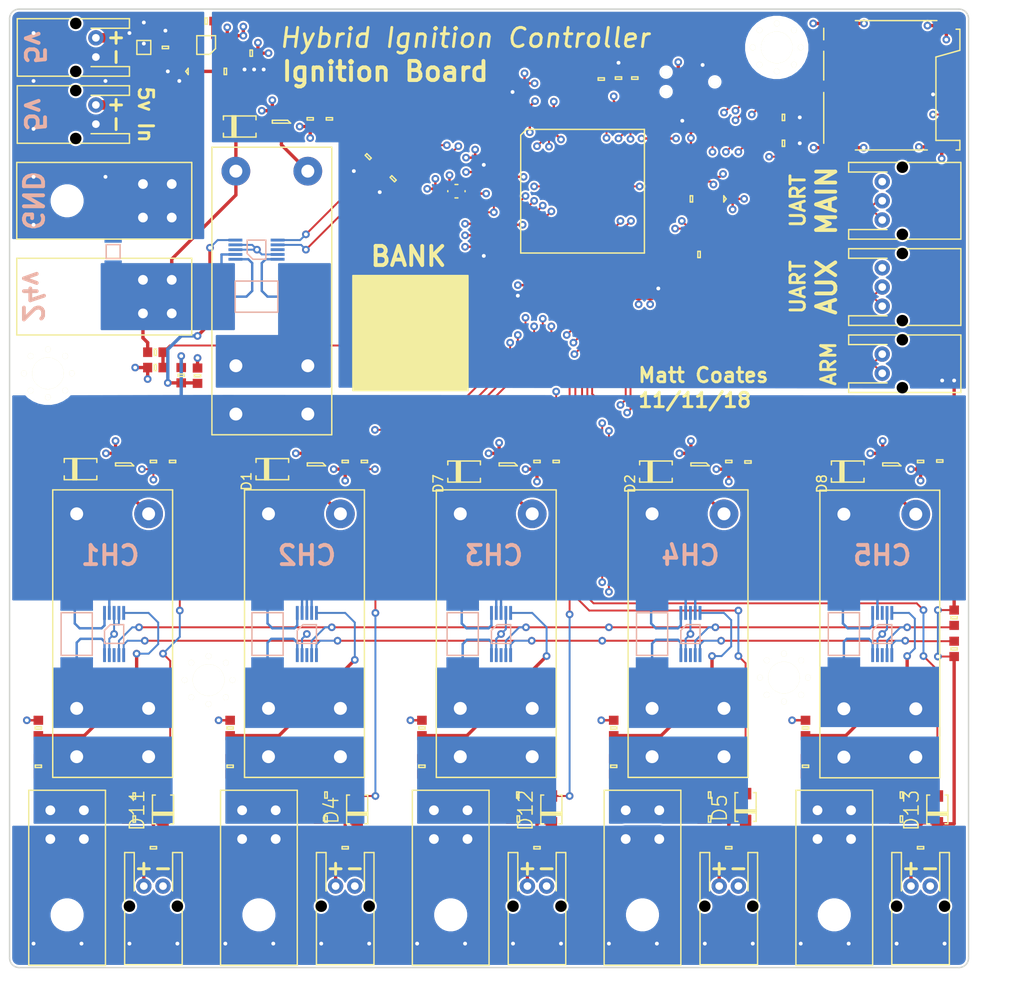
<source format=kicad_pcb>
(kicad_pcb (version 20171130) (host pcbnew 5.0.1-33cea8e~68~ubuntu18.04.1)
  (layers (0 F.Cu signal) (1 In1.Cu power) (2 In2.Cu power) (31 B.Cu mixed) (34 B.Paste user) (35 F.Paste user) (36 B.SilkS user) (37 F.SilkS user) (38 B.Mask user) (39 F.Mask user) (44 Edge.Cuts user))
  (net 0 "")
  (net 1 VCC)
  (net 2 GND)
  (net 3 "Net-(IC1-Pad5)")
  (net 4 /I2C1_SCL)
  (net 5 /I2C1_SDA)
  (net 6 "Net-(IC1-Pad8)")
  (net 7 "Net-(IC2-Pad8)")
  (net 8 "Net-(IC2-Pad5)")
  (net 9 /FIRE_DIST)
  (net 10 "Net-(IC3-Pad5)")
  (net 11 "Net-(IC3-Pad8)")
  (net 12 "Net-(Q1-Pad1)")
  (net 13 "Net-(Q2-Pad1)")
  (net 14 "Net-(D3-Pad2)")
  (net 15 3v3)
  (net 16 /CH2_CONT)
  (net 17 /CH4_CONT)
  (net 18 /CH1_CONT)
  (net 19 /CH3_CONT)
  (net 20 /CH5_CONT)
  (net 21 "Net-(IC4-Pad8)")
  (net 22 "Net-(IC4-Pad5)")
  (net 23 "Net-(IC5-Pad5)")
  (net 24 "Net-(IC5-Pad8)")
  (net 25 "Net-(IC6-Pad3)")
  (net 26 "Net-(IC6-Pad5)")
  (net 27 "Net-(IC6-Pad8)")
  (net 28 /CH2)
  (net 29 /CH4)
  (net 30 /CH1)
  (net 31 /CH3)
  (net 32 /CH5)
  (net 33 "Net-(Q3-Pad1)")
  (net 34 "Net-(Q4-Pad1)")
  (net 35 "Net-(Q5-Pad1)")
  (net 36 "Net-(Q6-Pad1)")
  (net 37 /ARM_SUPPLY)
  (net 38 /CH2_FIRE)
  (net 39 /CH4_FIRE)
  (net 40 /CH1_FIRE)
  (net 41 /CH3_FIRE)
  (net 42 /CH5_FIRE)
  (net 43 5v)
  (net 44 "Net-(C4-Pad2)")
  (net 45 "Net-(C6-Pad2)")
  (net 46 "Net-(C7-Pad2)")
  (net 47 "Net-(C17-Pad1)")
  (net 48 "Net-(C18-Pad1)")
  (net 49 /~RST)
  (net 50 /LED2)
  (net 51 /LED4)
  (net 52 /LED1)
  (net 53 /LED3)
  (net 54 /LED5)
  (net 55 "Net-(D9-Pad2)")
  (net 56 "Net-(D10-Pad2)")
  (net 57 /I2C2_SDA)
  (net 58 /I2C2_SCL)
  (net 59 "Net-(IC8-Pad2)")
  (net 60 "Net-(IC8-Pad3)")
  (net 61 "Net-(IC8-Pad4)")
  (net 62 "Net-(IC8-Pad5)")
  (net 63 "Net-(IC8-Pad7)")
  (net 64 "Net-(IC8-Pad8)")
  (net 65 "Net-(IC8-Pad9)")
  (net 66 "Net-(IC8-Pad13)")
  (net 67 "Net-(IC8-Pad23)")
  (net 68 /USART2_TX)
  (net 69 /USART2_RX)
  (net 70 "Net-(IC8-Pad29)")
  (net 71 "Net-(IC8-Pad30)")
  (net 72 "Net-(IC8-Pad31)")
  (net 73 "Net-(IC8-Pad32)")
  (net 74 /PSU_MON)
  (net 75 "Net-(IC8-Pad35)")
  (net 76 /ARM_GRN)
  (net 77 /ARM_RED)
  (net 78 "Net-(IC8-Pad41)")
  (net 79 "Net-(IC8-Pad42)")
  (net 80 /STATUS)
  (net 81 "Net-(IC8-Pad44)")
  (net 82 "Net-(IC8-Pad45)")
  (net 83 "Net-(IC8-Pad46)")
  (net 84 "Net-(IC8-Pad53)")
  (net 85 "Net-(IC8-Pad54)")
  (net 86 "Net-(IC8-Pad61)")
  (net 87 "Net-(IC8-Pad62)")
  (net 88 "Net-(IC8-Pad63)")
  (net 89 /SDIO_D0)
  (net 90 /SDIO_D1)
  (net 91 "Net-(IC8-Pad67)")
  (net 92 /USART1_TX)
  (net 93 /USART1_RX)
  (net 94 "Net-(IC8-Pad70)")
  (net 95 "Net-(IC8-Pad71)")
  (net 96 /SWDIO)
  (net 97 /SWDCLK)
  (net 98 "Net-(IC8-Pad77)")
  (net 99 /SDIO_D2)
  (net 100 /SDIO_D3)
  (net 101 /SDIO_CK)
  (net 102 "Net-(IC8-Pad81)")
  (net 103 "Net-(IC8-Pad82)")
  (net 104 /SDIO_CMD)
  (net 105 "Net-(IC8-Pad84)")
  (net 106 "Net-(IC8-Pad85)")
  (net 107 "Net-(IC8-Pad86)")
  (net 108 "Net-(IC8-Pad87)")
  (net 109 "Net-(IC8-Pad88)")
  (net 110 "Net-(IC8-Pad89)")
  (net 111 "Net-(IC8-Pad90)")
  (net 112 "Net-(IC8-Pad91)")
  (net 113 "Net-(IC8-Pad92)")
  (net 114 "Net-(IC8-Pad93)")
  (net 115 "Net-(IC8-Pad97)")
  (net 116 "Net-(IC8-Pad98)")
  (net 117 "Net-(J2-Pad1)")
  (net 118 "Net-(J4-Pad1)")
  (net 119 "Net-(J7-Pad1)")
  (net 120 "Net-(J8-Pad1)")
  (net 121 "Net-(J9-Pad1)")
  (net 122 "Net-(J12-Pad1)")
  (net 123 "Net-(P1-Pad6)")
  (net 124 "Net-(U1-Pad10)")
  (net 125 "Net-(U1-Pad11)")
  (net 126 "Net-(IC1-Pad10)")
  (net 127 "Net-(IC2-Pad10)")
  (net 128 "Net-(IC4-Pad10)")
  (net 129 "Net-(IC5-Pad10)")
  (net 130 "Net-(IC6-Pad10)")
  (net 131 "Net-(IC8-Pad34)")
  (net 132 "Net-(IC8-Pad43)")
  (net 133 "Net-(IC8-Pad55)")
  (net 134 "Net-(IC8-Pad56)")
  (net 135 "Net-(IC8-Pad57)")
  (net 136 "Net-(IC8-Pad58)")
  (net 137 "Net-(IC8-Pad59)")
  (net 138 "Net-(IC8-Pad60)")
  (net 139 "Net-(IC3-Pad10)")
  (module agg:S02B-PASK-2 (layer F.Cu) (at 115 111.5 180)
    (fp_text reference J9)
    (fp_text value LED5)
    (pad "" np_thru_hole circle (at 2.5 -2.1 180) (size 1.2 1.2) (drill 1.2) (layers *.Mask))
    (pad "" np_thru_hole circle (at -2.5 -2.1 180) (size 1.2 1.2) (drill 1.2) (layers *.Mask))
    (pad 1 thru_hole circle (at 1 0 180) (size 1.6 1.6) (drill 0.8) (layers *.Cu *.Mask) (net 121 "Net-(J9-Pad1)"))
    (pad 2 thru_hole circle (at -1 0 180) (size 1.6 1.6) (drill 0.8) (layers *.Cu *.Mask) (net 54 /LED5))
  )
  (module ignition:172316-1104 (layer F.Cu) (at 106 114.5)
    (fp_text reference J17)
    (fp_text value CH5)
    (pad 3 thru_hole circle (at -1.75 -7.91) (size 2.5 2.5) (drill 1.02) (layers *.Cu *.Mask) (net 2 GND))
    (pad 2 thru_hole circle (at 1.75 -10.91) (size 2.5 2.5) (drill 1.02) (layers *.Cu *.Mask) (net 32 /CH5))
    (pad 1 thru_hole circle (at -1.75 -10.91) (size 2.5 2.5) (drill 1.02) (layers *.Cu *.Mask) (net 32 /CH5))
    (pad 4 thru_hole circle (at 1.75 -7.91) (size 2.5 2.5) (drill 1.02) (layers *.Cu *.Mask) (net 2 GND))
    (pad "" np_thru_hole circle (at 0 0) (size 3.048 3.048) (drill 3.048) (layers *.Cu *.Mask))
  )
  (module agg:1206 (layer B.Cu) (at 30.8 45.3 90)
    (fp_text reference C1)
    (fp_text value 10u)
    (pad 1 smd rect (at -1.5 0 90) (size 1.15 1.8) (layers B.Cu B.Paste B.Mask) (net 1 VCC))
    (pad 2 smd rect (at 1.5 0 90) (size 1.15 1.8) (layers B.Cu B.Paste B.Mask) (net 2 GND))
  )
  (module agg:1206 (layer F.Cu) (at 34 24 90)
    (fp_text reference C2)
    (fp_text value 10u)
    (pad 2 smd rect (at 1.5 0 90) (size 1.15 1.8) (layers F.Cu F.Paste F.Mask) (net 2 GND))
    (pad 1 smd rect (at -1.5 0 90) (size 1.15 1.8) (layers F.Cu F.Paste F.Mask) (net 43 5v))
  )
  (module agg:0603-L (layer F.Cu) (at 36.25 24 90)
    (fp_text reference C3)
    (fp_text value 1u)
    (pad 1 smd rect (at -0.7 0 90) (size 0.75 0.9) (layers F.Cu F.Paste F.Mask) (net 43 5v))
    (pad 2 smd rect (at 0.7 0 90) (size 0.75 0.9) (layers F.Cu F.Paste F.Mask) (net 2 GND))
  )
  (module agg:0603-L (layer F.Cu) (at 40.5 21.25 180)
    (fp_text reference C4)
    (fp_text value 10n)
    (pad 2 smd rect (at 0.7 0 180) (size 0.75 0.9) (layers F.Cu F.Paste F.Mask) (net 44 "Net-(C4-Pad2)"))
    (pad 1 smd rect (at -0.7 0 180) (size 0.75 0.9) (layers F.Cu F.Paste F.Mask) (net 15 3v3))
  )
  (module agg:0603-L (layer F.Cu) (at 45.2 24.6)
    (fp_text reference C5)
    (fp_text value 1u)
    (pad 2 smd rect (at 0.7 0) (size 0.75 0.9) (layers F.Cu F.Paste F.Mask) (net 2 GND))
    (pad 1 smd rect (at -0.7 0) (size 0.75 0.9) (layers F.Cu F.Paste F.Mask) (net 15 3v3))
  )
  (module agg:0402 (layer F.Cu) (at 68.8 38.8 90)
    (fp_text reference C6)
    (fp_text value 10p)
    (pad 1 smd rect (at -0.45 0 90) (size 0.62 0.62) (layers F.Cu F.Paste F.Mask) (net 2 GND))
    (pad 2 smd rect (at 0.45 0 90) (size 0.62 0.62) (layers F.Cu F.Paste F.Mask) (net 45 "Net-(C6-Pad2)"))
  )
  (module agg:0402 (layer F.Cu) (at 64.4 39.2 270)
    (fp_text reference C7)
    (fp_text value 10p)
    (pad 2 smd rect (at 0.45 0 270) (size 0.62 0.62) (layers F.Cu F.Paste F.Mask) (net 46 "Net-(C7-Pad2)"))
    (pad 1 smd rect (at -0.45 0 270) (size 0.62 0.62) (layers F.Cu F.Paste F.Mask) (net 2 GND))
  )
  (module agg:0402 (layer F.Cu) (at 69 35.5)
    (fp_text reference C8)
    (fp_text value 4µ7)
    (pad 1 smd rect (at -0.45 0) (size 0.62 0.62) (layers F.Cu F.Paste F.Mask) (net 2 GND))
    (pad 2 smd rect (at 0.45 0) (size 0.62 0.62) (layers F.Cu F.Paste F.Mask) (net 15 3v3))
  )
  (module agg:0402 (layer F.Cu) (at 69 42.4)
    (fp_text reference C9)
    (fp_text value 100n)
    (pad 1 smd rect (at -0.45 0) (size 0.62 0.62) (layers F.Cu F.Paste F.Mask) (net 2 GND))
    (pad 2 smd rect (at 0.45 0) (size 0.62 0.62) (layers F.Cu F.Paste F.Mask) (net 15 3v3))
  )
  (module agg:0402 (layer F.Cu) (at 86.8 49.6 90)
    (fp_text reference C10)
    (fp_text value 100n)
    (pad 1 smd rect (at -0.45 0 90) (size 0.62 0.62) (layers F.Cu F.Paste F.Mask) (net 2 GND))
    (pad 2 smd rect (at 0.45 0 90) (size 0.62 0.62) (layers F.Cu F.Paste F.Mask) (net 15 3v3))
  )
  (module agg:0402 (layer F.Cu) (at 73.7 28.2 270)
    (fp_text reference C11)
    (fp_text value 100n)
    (pad 1 smd rect (at -0.45 0 270) (size 0.62 0.62) (layers F.Cu F.Paste F.Mask) (net 2 GND))
    (pad 2 smd rect (at 0.45 0 270) (size 0.62 0.62) (layers F.Cu F.Paste F.Mask) (net 15 3v3))
  )
  (module agg:0402 (layer F.Cu) (at 69 44.8)
    (fp_text reference C12)
    (fp_text value 1µ)
    (pad 2 smd rect (at 0.45 0) (size 0.62 0.62) (layers F.Cu F.Paste F.Mask) (net 15 3v3))
    (pad 1 smd rect (at -0.45 0) (size 0.62 0.62) (layers F.Cu F.Paste F.Mask) (net 2 GND))
  )
  (module agg:0402 (layer F.Cu) (at 69 37)
    (fp_text reference C13)
    (fp_text value 100n)
    (pad 1 smd rect (at -0.45 0) (size 0.62 0.62) (layers F.Cu F.Paste F.Mask) (net 2 GND))
    (pad 2 smd rect (at 0.45 0) (size 0.62 0.62) (layers F.Cu F.Paste F.Mask) (net 15 3v3))
  )
  (module agg:0402 (layer F.Cu) (at 74.5 48.8)
    (fp_text reference C14)
    (fp_text value 100n)
    (pad 2 smd rect (at 0.45 0) (size 0.62 0.62) (layers F.Cu F.Paste F.Mask) (net 15 3v3))
    (pad 1 smd rect (at -0.45 0) (size 0.62 0.62) (layers F.Cu F.Paste F.Mask) (net 2 GND))
  )
  (module agg:0402 (layer F.Cu) (at 90.6 32.6 180)
    (fp_text reference C15)
    (fp_text value 100n)
    (pad 2 smd rect (at 0.45 0 180) (size 0.62 0.62) (layers F.Cu F.Paste F.Mask) (net 15 3v3))
    (pad 1 smd rect (at -0.45 0 180) (size 0.62 0.62) (layers F.Cu F.Paste F.Mask) (net 2 GND))
  )
  (module agg:0402 (layer F.Cu) (at 69 43.6)
    (fp_text reference C16)
    (fp_text value 100n)
    (pad 2 smd rect (at 0.45 0) (size 0.62 0.62) (layers F.Cu F.Paste F.Mask) (net 15 3v3))
    (pad 1 smd rect (at -0.45 0) (size 0.62 0.62) (layers F.Cu F.Paste F.Mask) (net 2 GND))
  )
  (module agg:0402 (layer F.Cu) (at 90.6 34.4)
    (fp_text reference C17)
    (fp_text value 2µ2)
    (pad 1 smd rect (at -0.45 0) (size 0.62 0.62) (layers F.Cu F.Paste F.Mask) (net 47 "Net-(C17-Pad1)"))
    (pad 2 smd rect (at 0.45 0) (size 0.62 0.62) (layers F.Cu F.Paste F.Mask) (net 2 GND))
  )
  (module agg:0402 (layer F.Cu) (at 85.6 49.6 270)
    (fp_text reference C18)
    (fp_text value 2µ2)
    (pad 2 smd rect (at 0.45 0 270) (size 0.62 0.62) (layers F.Cu F.Paste F.Mask) (net 2 GND))
    (pad 1 smd rect (at -0.45 0 270) (size 0.62 0.62) (layers F.Cu F.Paste F.Mask) (net 48 "Net-(C18-Pad1)"))
  )
  (module agg:0402 (layer F.Cu) (at 100.7 35.4 180)
    (fp_text reference C19)
    (fp_text value 100n)
    (pad 2 smd rect (at 0.45 0 180) (size 0.62 0.62) (layers F.Cu F.Paste F.Mask) (net 2 GND))
    (pad 1 smd rect (at -0.45 0 180) (size 0.62 0.62) (layers F.Cu F.Paste F.Mask) (net 15 3v3))
  )
  (module agg:0402 (layer F.Cu) (at 69 41.2)
    (fp_text reference C20)
    (fp_text value 100n)
    (pad 2 smd rect (at 0.45 0) (size 0.62 0.62) (layers F.Cu F.Paste F.Mask) (net 49 /~RST))
    (pad 1 smd rect (at -0.45 0) (size 0.62 0.62) (layers F.Cu F.Paste F.Mask) (net 2 GND))
  )
  (module ignition:SOD-123FL (layer F.Cu) (at 47.5 68)
    (fp_text reference D1 (at -2.794 1.27 90) (layer F.SilkS) (effects (font (size 1.016 1.016) (thickness 0.1524))))
    (fp_text value SCHOTTKY hide)
    (pad 2 smd rect (at 1.525 0) (size 0.91 1.22) (layers F.Cu F.Paste F.Mask) (net 50 /LED2))
    (pad 1 smd rect (at -1.745 0) (size 0.91 1.22) (layers F.Cu F.Paste F.Mask) (net 9 /FIRE_DIST))
  )
  (module ignition:SOD-123FL (layer F.Cu) (at 87.5 68.25)
    (fp_text reference D2 (at -2.794 1.27 90) (layer F.SilkS) (effects (font (size 1.016 1.016) (thickness 0.1524))))
    (fp_text value SCHOTTKY hide)
    (pad 1 smd rect (at -1.745 0) (size 0.91 1.22) (layers F.Cu F.Paste F.Mask) (net 9 /FIRE_DIST))
    (pad 2 smd rect (at 1.525 0) (size 0.91 1.22) (layers F.Cu F.Paste F.Mask) (net 51 /LED4))
  )
  (module ignition:SOD-123FL (layer F.Cu) (at 44.1 32.25)
    (fp_text reference D3)
    (fp_text value SCHOTTKY hide)
    (pad 1 smd rect (at -1.745 0) (size 0.91 1.22) (layers F.Cu F.Paste F.Mask) (net 1 VCC))
    (pad 2 smd rect (at 1.525 0) (size 0.91 1.22) (layers F.Cu F.Paste F.Mask) (net 14 "Net-(D3-Pad2)"))
  )
  (module ignition:SOD-123F (layer F.Cu) (at 56.25 103.5 270)
    (fp_text reference D4 (at 0.1 2.7 270) (layer F.SilkS) (effects (font (size 1.5 1.5))))
    (fp_text value D)
    (pad 2 smd rect (at -1.4 0 270) (size 1.2 1.2) (layers F.Cu F.Paste F.Mask) (net 16 /CH2_CONT))
    (pad 1 smd rect (at 1.4 0 270) (size 1.2 1.2) (layers F.Cu F.Paste F.Mask) (net 15 3v3))
  )
  (module ignition:SOD-123F (layer F.Cu) (at 96.75 103.25 270)
    (fp_text reference D5 (at 0.1 2.7 270) (layer F.SilkS) (effects (font (size 1.5 1.5))))
    (fp_text value D)
    (pad 2 smd rect (at -1.4 0 270) (size 1.2 1.2) (layers F.Cu F.Paste F.Mask) (net 17 /CH4_CONT))
    (pad 1 smd rect (at 1.4 0 270) (size 1.2 1.2) (layers F.Cu F.Paste F.Mask) (net 15 3v3))
  )
  (module ignition:SOD-123FL (layer F.Cu) (at 27.5 68)
    (fp_text reference D6)
    (fp_text value SCHOTTKY hide)
    (pad 1 smd rect (at -1.745 0) (size 0.91 1.22) (layers F.Cu F.Paste F.Mask) (net 9 /FIRE_DIST))
    (pad 2 smd rect (at 1.525 0) (size 0.91 1.22) (layers F.Cu F.Paste F.Mask) (net 52 /LED1))
  )
  (module ignition:SOD-123FL (layer F.Cu) (at 67.5 68.25)
    (fp_text reference D7 (at -2.794 1.27 90) (layer F.SilkS) (effects (font (size 1.016 1.016) (thickness 0.1524))))
    (fp_text value SCHOTTKY hide)
    (pad 2 smd rect (at 1.525 0) (size 0.91 1.22) (layers F.Cu F.Paste F.Mask) (net 53 /LED3))
    (pad 1 smd rect (at -1.745 0) (size 0.91 1.22) (layers F.Cu F.Paste F.Mask) (net 9 /FIRE_DIST))
  )
  (module ignition:SOD-123FL (layer F.Cu) (at 107.5 68.25)
    (fp_text reference D8 (at -2.794 1.27 90) (layer F.SilkS) (effects (font (size 1.016 1.016) (thickness 0.1524))))
    (fp_text value SCHOTTKY hide)
    (pad 2 smd rect (at 1.525 0) (size 0.91 1.22) (layers F.Cu F.Paste F.Mask) (net 54 /LED5))
    (pad 1 smd rect (at -1.745 0) (size 0.91 1.22) (layers F.Cu F.Paste F.Mask) (net 9 /FIRE_DIST))
  )
  (module agg:0603-LED (layer F.Cu) (at 38.5 26.5)
    (fp_text reference D9)
    (fp_text value LED)
    (pad 1 smd rect (at -0.8 0) (size 0.95 1) (layers F.Cu F.Paste F.Mask) (net 2 GND))
    (pad 2 smd rect (at 0.8 0) (size 0.95 1) (layers F.Cu F.Paste F.Mask) (net 55 "Net-(D9-Pad2)"))
  )
  (module agg:0603-LED (layer F.Cu) (at 94.6 39.8 180)
    (fp_text reference D10)
    (fp_text value LED)
    (pad 2 smd rect (at 0.8 0 180) (size 0.95 1) (layers F.Cu F.Paste F.Mask) (net 56 "Net-(D10-Pad2)"))
    (pad 1 smd rect (at -0.8 0 180) (size 0.95 1) (layers F.Cu F.Paste F.Mask) (net 2 GND))
  )
  (module ignition:SOD-123F (layer F.Cu) (at 36 103.5 270)
    (fp_text reference D11 (at 0.1 2.7 270) (layer F.SilkS) (effects (font (size 1.5 1.5))))
    (fp_text value D)
    (pad 1 smd rect (at 1.4 0 270) (size 1.2 1.2) (layers F.Cu F.Paste F.Mask) (net 15 3v3))
    (pad 2 smd rect (at -1.4 0 270) (size 1.2 1.2) (layers F.Cu F.Paste F.Mask) (net 18 /CH1_CONT))
  )
  (module ignition:SOD-123F (layer F.Cu) (at 76.5 103.5 270)
    (fp_text reference D12 (at 0.1 2.7 270) (layer F.SilkS) (effects (font (size 1.5 1.5))))
    (fp_text value D)
    (pad 1 smd rect (at 1.4 0 270) (size 1.2 1.2) (layers F.Cu F.Paste F.Mask) (net 15 3v3))
    (pad 2 smd rect (at -1.4 0 270) (size 1.2 1.2) (layers F.Cu F.Paste F.Mask) (net 19 /CH3_CONT))
  )
  (module ignition:SOD-123F (layer F.Cu) (at 116.75 103.5 270)
    (fp_text reference D13 (at 0.1 2.7 270) (layer F.SilkS) (effects (font (size 1.5 1.5))))
    (fp_text value D)
    (pad 1 smd rect (at 1.4 0 270) (size 1.2 1.2) (layers F.Cu F.Paste F.Mask) (net 15 3v3))
    (pad 2 smd rect (at -1.4 0 270) (size 1.2 1.2) (layers F.Cu F.Paste F.Mask) (net 20 /CH5_CONT))
  )
  (module agg:MSOP-8 (layer F.Cu) (at 40.5 23.75 180)
    (fp_text reference IC7)
    (fp_text value ADP3335)
    (pad 1 smd rect (at -2.2 -0.975 180) (size 1.45 0.45) (layers F.Cu F.Paste F.Mask) (net 15 3v3))
    (pad 2 smd rect (at -2.2 -0.325 180) (size 1.45 0.45) (layers F.Cu F.Paste F.Mask) (net 15 3v3))
    (pad 3 smd rect (at -2.2 0.325 180) (size 1.45 0.45) (layers F.Cu F.Paste F.Mask) (net 15 3v3))
    (pad 4 smd rect (at -2.2 0.975 180) (size 1.45 0.45) (layers F.Cu F.Paste F.Mask) (net 2 GND))
    (pad 5 smd rect (at 2.2 0.975 180) (size 1.45 0.45) (layers F.Cu F.Paste F.Mask) (net 44 "Net-(C4-Pad2)"))
    (pad 6 smd rect (at 2.2 0.325 180) (size 1.45 0.45) (layers F.Cu F.Paste F.Mask) (net 43 5v))
    (pad 7 smd rect (at 2.2 -0.325 180) (size 1.45 0.45) (layers F.Cu F.Paste F.Mask) (net 43 5v))
    (pad 8 smd rect (at 2.2 -0.975 180) (size 1.45 0.45) (layers F.Cu F.Paste F.Mask) (net 43 5v))
  )
  (module agg:LQFP-100 (layer F.Cu) (at 79.75 39)
    (fp_text reference IC8)
    (fp_text value STM32F437VIT6)
    (pad 1 smd rect (at -7.7 -6) (size 1.5 0.3) (layers F.Cu F.Paste F.Mask) (net 37 /ARM_SUPPLY))
    (pad 2 smd rect (at -7.7 -5.5) (size 1.5 0.3) (layers F.Cu F.Paste F.Mask) (net 59 "Net-(IC8-Pad2)"))
    (pad 3 smd rect (at -7.7 -5) (size 1.5 0.3) (layers F.Cu F.Paste F.Mask) (net 60 "Net-(IC8-Pad3)"))
    (pad 4 smd rect (at -7.7 -4.5) (size 1.5 0.3) (layers F.Cu F.Paste F.Mask) (net 61 "Net-(IC8-Pad4)"))
    (pad 5 smd rect (at -7.7 -4) (size 1.5 0.3) (layers F.Cu F.Paste F.Mask) (net 62 "Net-(IC8-Pad5)"))
    (pad 6 smd rect (at -7.7 -3.5) (size 1.5 0.3) (layers F.Cu F.Paste F.Mask) (net 15 3v3))
    (pad 7 smd rect (at -7.7 -3) (size 1.5 0.3) (layers F.Cu F.Paste F.Mask) (net 63 "Net-(IC8-Pad7)"))
    (pad 8 smd rect (at -7.7 -2.5) (size 1.5 0.3) (layers F.Cu F.Paste F.Mask) (net 64 "Net-(IC8-Pad8)"))
    (pad 9 smd rect (at -7.7 -2) (size 1.5 0.3) (layers F.Cu F.Paste F.Mask) (net 65 "Net-(IC8-Pad9)"))
    (pad 10 smd rect (at -7.7 -1.5) (size 1.5 0.3) (layers F.Cu F.Paste F.Mask) (net 2 GND))
    (pad 11 smd rect (at -7.7 -1) (size 1.5 0.3) (layers F.Cu F.Paste F.Mask) (net 15 3v3))
    (pad 12 smd rect (at -7.7 -0.5) (size 1.5 0.3) (layers F.Cu F.Paste F.Mask) (net 45 "Net-(C6-Pad2)"))
    (pad 13 smd rect (at -7.7 0) (size 1.5 0.3) (layers F.Cu F.Paste F.Mask) (net 66 "Net-(IC8-Pad13)"))
    (pad 14 smd rect (at -7.7 0.5) (size 1.5 0.3) (layers F.Cu F.Paste F.Mask) (net 49 /~RST))
    (pad 15 smd rect (at -7.7 1) (size 1.5 0.3) (layers F.Cu F.Paste F.Mask) (net 18 /CH1_CONT))
    (pad 16 smd rect (at -7.7 1.5) (size 1.5 0.3) (layers F.Cu F.Paste F.Mask) (net 16 /CH2_CONT))
    (pad 17 smd rect (at -7.7 2) (size 1.5 0.3) (layers F.Cu F.Paste F.Mask) (net 19 /CH3_CONT))
    (pad 18 smd rect (at -7.7 2.5) (size 1.5 0.3) (layers F.Cu F.Paste F.Mask) (net 17 /CH4_CONT))
    (pad 19 smd rect (at -7.7 3) (size 1.5 0.3) (layers F.Cu F.Paste F.Mask) (net 15 3v3))
    (pad 20 smd rect (at -7.7 3.5) (size 1.5 0.3) (layers F.Cu F.Paste F.Mask) (net 2 GND))
    (pad 21 smd rect (at -7.7 4) (size 1.5 0.3) (layers F.Cu F.Paste F.Mask) (net 15 3v3))
    (pad 22 smd rect (at -7.7 4.5) (size 1.5 0.3) (layers F.Cu F.Paste F.Mask) (net 15 3v3))
    (pad 23 smd rect (at -7.7 5) (size 1.5 0.3) (layers F.Cu F.Paste F.Mask) (net 67 "Net-(IC8-Pad23)"))
    (pad 24 smd rect (at -7.7 5.5) (size 1.5 0.3) (layers F.Cu F.Paste F.Mask) (net 74 /PSU_MON))
    (pad 25 smd rect (at -7.7 6) (size 1.5 0.3) (layers F.Cu F.Paste F.Mask) (net 68 /USART2_TX))
    (pad 26 smd rect (at -6 7.7) (size 0.3 1.5) (layers F.Cu F.Paste F.Mask) (net 69 /USART2_RX))
    (pad 27 smd rect (at -5.5 7.7) (size 0.3 1.5) (layers F.Cu F.Paste F.Mask) (net 2 GND))
    (pad 28 smd rect (at -5 7.7) (size 0.3 1.5) (layers F.Cu F.Paste F.Mask) (net 15 3v3))
    (pad 29 smd rect (at -4.5 7.7) (size 0.3 1.5) (layers F.Cu F.Paste F.Mask) (net 70 "Net-(IC8-Pad29)"))
    (pad 30 smd rect (at -4 7.7) (size 0.3 1.5) (layers F.Cu F.Paste F.Mask) (net 71 "Net-(IC8-Pad30)"))
    (pad 31 smd rect (at -3.5 7.7) (size 0.3 1.5) (layers F.Cu F.Paste F.Mask) (net 72 "Net-(IC8-Pad31)"))
    (pad 32 smd rect (at -3 7.7) (size 0.3 1.5) (layers F.Cu F.Paste F.Mask) (net 73 "Net-(IC8-Pad32)"))
    (pad 33 smd rect (at -2.5 7.7) (size 0.3 1.5) (layers F.Cu F.Paste F.Mask) (net 20 /CH5_CONT))
    (pad 34 smd rect (at -2 7.7) (size 0.3 1.5) (layers F.Cu F.Paste F.Mask) (net 131 "Net-(IC8-Pad34)"))
    (pad 35 smd rect (at -1.5 7.7) (size 0.3 1.5) (layers F.Cu F.Paste F.Mask) (net 75 "Net-(IC8-Pad35)"))
    (pad 36 smd rect (at -1 7.7) (size 0.3 1.5) (layers F.Cu F.Paste F.Mask) (net 40 /CH1_FIRE))
    (pad 37 smd rect (at -0.5 7.7) (size 0.3 1.5) (layers F.Cu F.Paste F.Mask) (net 38 /CH2_FIRE))
    (pad 38 smd rect (at 0 7.7) (size 0.3 1.5) (layers F.Cu F.Paste F.Mask) (net 41 /CH3_FIRE))
    (pad 39 smd rect (at 0.5 7.7) (size 0.3 1.5) (layers F.Cu F.Paste F.Mask) (net 39 /CH4_FIRE))
    (pad 40 smd rect (at 1 7.7) (size 0.3 1.5) (layers F.Cu F.Paste F.Mask) (net 42 /CH5_FIRE))
    (pad 41 smd rect (at 1.5 7.7) (size 0.3 1.5) (layers F.Cu F.Paste F.Mask) (net 78 "Net-(IC8-Pad41)"))
    (pad 42 smd rect (at 2 7.7) (size 0.3 1.5) (layers F.Cu F.Paste F.Mask) (net 79 "Net-(IC8-Pad42)"))
    (pad 43 smd rect (at 2.5 7.7) (size 0.3 1.5) (layers F.Cu F.Paste F.Mask) (net 132 "Net-(IC8-Pad43)"))
    (pad 44 smd rect (at 3 7.7) (size 0.3 1.5) (layers F.Cu F.Paste F.Mask) (net 81 "Net-(IC8-Pad44)"))
    (pad 45 smd rect (at 3.5 7.7) (size 0.3 1.5) (layers F.Cu F.Paste F.Mask) (net 82 "Net-(IC8-Pad45)"))
    (pad 46 smd rect (at 4 7.7) (size 0.3 1.5) (layers F.Cu F.Paste F.Mask) (net 83 "Net-(IC8-Pad46)"))
    (pad 47 smd rect (at 4.5 7.7) (size 0.3 1.5) (layers F.Cu F.Paste F.Mask) (net 58 /I2C2_SCL))
    (pad 48 smd rect (at 5 7.7) (size 0.3 1.5) (layers F.Cu F.Paste F.Mask) (net 57 /I2C2_SDA))
    (pad 49 smd rect (at 5.5 7.7) (size 0.3 1.5) (layers F.Cu F.Paste F.Mask) (net 48 "Net-(C18-Pad1)"))
    (pad 50 smd rect (at 6 7.7) (size 0.3 1.5) (layers F.Cu F.Paste F.Mask) (net 15 3v3))
    (pad 51 smd rect (at 7.7 6) (size 1.5 0.3) (layers F.Cu F.Paste F.Mask) (net 76 /ARM_GRN))
    (pad 52 smd rect (at 7.7 5.5) (size 1.5 0.3) (layers F.Cu F.Paste F.Mask) (net 77 /ARM_RED))
    (pad 53 smd rect (at 7.7 5) (size 1.5 0.3) (layers F.Cu F.Paste F.Mask) (net 84 "Net-(IC8-Pad53)"))
    (pad 54 smd rect (at 7.7 4.5) (size 1.5 0.3) (layers F.Cu F.Paste F.Mask) (net 85 "Net-(IC8-Pad54)"))
    (pad 55 smd rect (at 7.7 4) (size 1.5 0.3) (layers F.Cu F.Paste F.Mask) (net 133 "Net-(IC8-Pad55)"))
    (pad 56 smd rect (at 7.7 3.5) (size 1.5 0.3) (layers F.Cu F.Paste F.Mask) (net 134 "Net-(IC8-Pad56)"))
    (pad 57 smd rect (at 7.7 3) (size 1.5 0.3) (layers F.Cu F.Paste F.Mask) (net 135 "Net-(IC8-Pad57)"))
    (pad 58 smd rect (at 7.7 2.5) (size 1.5 0.3) (layers F.Cu F.Paste F.Mask) (net 136 "Net-(IC8-Pad58)"))
    (pad 59 smd rect (at 7.7 2) (size 1.5 0.3) (layers F.Cu F.Paste F.Mask) (net 137 "Net-(IC8-Pad59)"))
    (pad 60 smd rect (at 7.7 1.5) (size 1.5 0.3) (layers F.Cu F.Paste F.Mask) (net 138 "Net-(IC8-Pad60)"))
    (pad 61 smd rect (at 7.7 1) (size 1.5 0.3) (layers F.Cu F.Paste F.Mask) (net 86 "Net-(IC8-Pad61)"))
    (pad 62 smd rect (at 7.7 0.5) (size 1.5 0.3) (layers F.Cu F.Paste F.Mask) (net 87 "Net-(IC8-Pad62)"))
    (pad 63 smd rect (at 7.7 0) (size 1.5 0.3) (layers F.Cu F.Paste F.Mask) (net 88 "Net-(IC8-Pad63)"))
    (pad 64 smd rect (at 7.7 -0.5) (size 1.5 0.3) (layers F.Cu F.Paste F.Mask) (net 80 /STATUS))
    (pad 65 smd rect (at 7.7 -1) (size 1.5 0.3) (layers F.Cu F.Paste F.Mask) (net 89 /SDIO_D0))
    (pad 66 smd rect (at 7.7 -1.5) (size 1.5 0.3) (layers F.Cu F.Paste F.Mask) (net 90 /SDIO_D1))
    (pad 67 smd rect (at 7.7 -2) (size 1.5 0.3) (layers F.Cu F.Paste F.Mask) (net 91 "Net-(IC8-Pad67)"))
    (pad 68 smd rect (at 7.7 -2.5) (size 1.5 0.3) (layers F.Cu F.Paste F.Mask) (net 92 /USART1_TX))
    (pad 69 smd rect (at 7.7 -3) (size 1.5 0.3) (layers F.Cu F.Paste F.Mask) (net 93 /USART1_RX))
    (pad 70 smd rect (at 7.7 -3.5) (size 1.5 0.3) (layers F.Cu F.Paste F.Mask) (net 94 "Net-(IC8-Pad70)"))
    (pad 71 smd rect (at 7.7 -4) (size 1.5 0.3) (layers F.Cu F.Paste F.Mask) (net 95 "Net-(IC8-Pad71)"))
    (pad 72 smd rect (at 7.7 -4.5) (size 1.5 0.3) (layers F.Cu F.Paste F.Mask) (net 96 /SWDIO))
    (pad 73 smd rect (at 7.7 -5) (size 1.5 0.3) (layers F.Cu F.Paste F.Mask) (net 47 "Net-(C17-Pad1)"))
    (pad 74 smd rect (at 7.7 -5.5) (size 1.5 0.3) (layers F.Cu F.Paste F.Mask) (net 2 GND))
    (pad 75 smd rect (at 7.7 -6) (size 1.5 0.3) (layers F.Cu F.Paste F.Mask) (net 15 3v3))
    (pad 76 smd rect (at 6 -7.7) (size 0.3 1.5) (layers F.Cu F.Paste F.Mask) (net 97 /SWDCLK))
    (pad 77 smd rect (at 5.5 -7.7) (size 0.3 1.5) (layers F.Cu F.Paste F.Mask) (net 98 "Net-(IC8-Pad77)"))
    (pad 78 smd rect (at 5 -7.7) (size 0.3 1.5) (layers F.Cu F.Paste F.Mask) (net 99 /SDIO_D2))
    (pad 79 smd rect (at 4.5 -7.7) (size 0.3 1.5) (layers F.Cu F.Paste F.Mask) (net 100 /SDIO_D3))
    (pad 80 smd rect (at 4 -7.7) (size 0.3 1.5) (layers F.Cu F.Paste F.Mask) (net 101 /SDIO_CK))
    (pad 81 smd rect (at 3.5 -7.7) (size 0.3 1.5) (layers F.Cu F.Paste F.Mask) (net 102 "Net-(IC8-Pad81)"))
    (pad 82 smd rect (at 3 -7.7) (size 0.3 1.5) (layers F.Cu F.Paste F.Mask) (net 103 "Net-(IC8-Pad82)"))
    (pad 83 smd rect (at 2.5 -7.7) (size 0.3 1.5) (layers F.Cu F.Paste F.Mask) (net 104 /SDIO_CMD))
    (pad 84 smd rect (at 2 -7.7) (size 0.3 1.5) (layers F.Cu F.Paste F.Mask) (net 105 "Net-(IC8-Pad84)"))
    (pad 85 smd rect (at 1.5 -7.7) (size 0.3 1.5) (layers F.Cu F.Paste F.Mask) (net 106 "Net-(IC8-Pad85)"))
    (pad 86 smd rect (at 1 -7.7) (size 0.3 1.5) (layers F.Cu F.Paste F.Mask) (net 107 "Net-(IC8-Pad86)"))
    (pad 87 smd rect (at 0.5 -7.7) (size 0.3 1.5) (layers F.Cu F.Paste F.Mask) (net 108 "Net-(IC8-Pad87)"))
    (pad 88 smd rect (at 0 -7.7) (size 0.3 1.5) (layers F.Cu F.Paste F.Mask) (net 109 "Net-(IC8-Pad88)"))
    (pad 89 smd rect (at -0.5 -7.7) (size 0.3 1.5) (layers F.Cu F.Paste F.Mask) (net 110 "Net-(IC8-Pad89)"))
    (pad 90 smd rect (at -1 -7.7) (size 0.3 1.5) (layers F.Cu F.Paste F.Mask) (net 111 "Net-(IC8-Pad90)"))
    (pad 91 smd rect (at -1.5 -7.7) (size 0.3 1.5) (layers F.Cu F.Paste F.Mask) (net 112 "Net-(IC8-Pad91)"))
    (pad 92 smd rect (at -2 -7.7) (size 0.3 1.5) (layers F.Cu F.Paste F.Mask) (net 113 "Net-(IC8-Pad92)"))
    (pad 93 smd rect (at -2.5 -7.7) (size 0.3 1.5) (layers F.Cu F.Paste F.Mask) (net 114 "Net-(IC8-Pad93)"))
    (pad 94 smd rect (at -3 -7.7) (size 0.3 1.5) (layers F.Cu F.Paste F.Mask) (net 2 GND))
    (pad 95 smd rect (at -3.5 -7.7) (size 0.3 1.5) (layers F.Cu F.Paste F.Mask) (net 4 /I2C1_SCL))
    (pad 96 smd rect (at -4 -7.7) (size 0.3 1.5) (layers F.Cu F.Paste F.Mask) (net 5 /I2C1_SDA))
    (pad 97 smd rect (at -4.5 -7.7) (size 0.3 1.5) (layers F.Cu F.Paste F.Mask) (net 115 "Net-(IC8-Pad97)"))
    (pad 98 smd rect (at -5 -7.7) (size 0.3 1.5) (layers F.Cu F.Paste F.Mask) (net 116 "Net-(IC8-Pad98)"))
    (pad 99 smd rect (at -5.5 -7.7) (size 0.3 1.5) (layers F.Cu F.Paste F.Mask) (net 2 GND))
    (pad 100 smd rect (at -6 -7.7) (size 0.3 1.5) (layers F.Cu F.Paste F.Mask) (net 15 3v3))
  )
  (module ignition:172316-1104 (layer F.Cu) (at 26 50 270)
    (fp_text reference J1)
    (fp_text value PSU)
    (pad "" np_thru_hole circle (at 0 0 270) (size 3.048 3.048) (drill 3.048) (layers *.Cu *.Mask))
    (pad 4 thru_hole circle (at 1.75 -7.91 270) (size 2.5 2.5) (drill 1.02) (layers *.Cu *.Mask) (net 1 VCC))
    (pad 1 thru_hole circle (at -1.75 -10.91 270) (size 2.5 2.5) (drill 1.02) (layers *.Cu *.Mask) (net 1 VCC))
    (pad 2 thru_hole circle (at 1.75 -10.91 270) (size 2.5 2.5) (drill 1.02) (layers *.Cu *.Mask) (net 1 VCC))
    (pad 3 thru_hole circle (at -1.75 -7.91 270) (size 2.5 2.5) (drill 1.02) (layers *.Cu *.Mask) (net 1 VCC))
  )
  (module agg:S02B-PASK-2 (layer F.Cu) (at 35 111.5 180)
    (fp_text reference J2)
    (fp_text value LED1)
    (pad 2 thru_hole circle (at -1 0 180) (size 1.6 1.6) (drill 0.8) (layers *.Cu *.Mask) (net 52 /LED1))
    (pad 1 thru_hole circle (at 1 0 180) (size 1.6 1.6) (drill 0.8) (layers *.Cu *.Mask) (net 117 "Net-(J2-Pad1)"))
    (pad "" np_thru_hole circle (at -2.5 -2.1 180) (size 1.2 1.2) (drill 1.2) (layers *.Mask))
    (pad "" np_thru_hole circle (at 2.5 -2.1 180) (size 1.2 1.2) (drill 1.2) (layers *.Mask))
  )
  (module ignition:172316-1104 (layer F.Cu) (at 26 40 270)
    (fp_text reference J3)
    (fp_text value PSU)
    (pad 3 thru_hole circle (at -1.75 -7.91 270) (size 2.5 2.5) (drill 1.02) (layers *.Cu *.Mask) (net 2 GND))
    (pad 2 thru_hole circle (at 1.75 -10.91 270) (size 2.5 2.5) (drill 1.02) (layers *.Cu *.Mask) (net 2 GND))
    (pad 1 thru_hole circle (at -1.75 -10.91 270) (size 2.5 2.5) (drill 1.02) (layers *.Cu *.Mask) (net 2 GND))
    (pad 4 thru_hole circle (at 1.75 -7.91 270) (size 2.5 2.5) (drill 1.02) (layers *.Cu *.Mask) (net 2 GND))
    (pad "" np_thru_hole circle (at 0 0 270) (size 3.048 3.048) (drill 3.048) (layers *.Cu *.Mask))
  )
  (module agg:S02B-PASK-2 (layer F.Cu) (at 55 111.5 180)
    (fp_text reference J4)
    (fp_text value LED2)
    (pad "" np_thru_hole circle (at 2.5 -2.1 180) (size 1.2 1.2) (drill 1.2) (layers *.Mask))
    (pad "" np_thru_hole circle (at -2.5 -2.1 180) (size 1.2 1.2) (drill 1.2) (layers *.Mask))
    (pad 1 thru_hole circle (at 1 0 180) (size 1.6 1.6) (drill 0.8) (layers *.Cu *.Mask) (net 118 "Net-(J4-Pad1)"))
    (pad 2 thru_hole circle (at -1 0 180) (size 1.6 1.6) (drill 0.8) (layers *.Cu *.Mask) (net 50 /LED2))
  )
  (module agg:S02B-PASK-2 (layer F.Cu) (at 29 24 90)
    (fp_text reference J5)
    (fp_text value "5v In")
    (pad 2 thru_hole circle (at -1 0 90) (size 1.6 1.6) (drill 0.8) (layers *.Cu *.Mask) (net 2 GND))
    (pad 1 thru_hole circle (at 1 0 90) (size 1.6 1.6) (drill 0.8) (layers *.Cu *.Mask) (net 43 5v))
    (pad "" np_thru_hole circle (at -2.5 -2.1 90) (size 1.2 1.2) (drill 1.2) (layers *.Mask))
    (pad "" np_thru_hole circle (at 2.5 -2.1 90) (size 1.2 1.2) (drill 1.2) (layers *.Mask))
  )
  (module agg:S02B-PASK-2 (layer F.Cu) (at 29 31 90)
    (fp_text reference J6)
    (fp_text value "5v Out")
    (pad 2 thru_hole circle (at -1 0 90) (size 1.6 1.6) (drill 0.8) (layers *.Cu *.Mask) (net 2 GND))
    (pad 1 thru_hole circle (at 1 0 90) (size 1.6 1.6) (drill 0.8) (layers *.Cu *.Mask) (net 43 5v))
    (pad "" np_thru_hole circle (at -2.5 -2.1 90) (size 1.2 1.2) (drill 1.2) (layers *.Mask))
    (pad "" np_thru_hole circle (at 2.5 -2.1 90) (size 1.2 1.2) (drill 1.2) (layers *.Mask))
  )
  (module agg:S02B-PASK-2 (layer F.Cu) (at 75 111.5 180)
    (fp_text reference J7)
    (fp_text value LED3)
    (pad "" np_thru_hole circle (at 2.5 -2.1 180) (size 1.2 1.2) (drill 1.2) (layers *.Mask))
    (pad "" np_thru_hole circle (at -2.5 -2.1 180) (size 1.2 1.2) (drill 1.2) (layers *.Mask))
    (pad 1 thru_hole circle (at 1 0 180) (size 1.6 1.6) (drill 0.8) (layers *.Cu *.Mask) (net 119 "Net-(J7-Pad1)"))
    (pad 2 thru_hole circle (at -1 0 180) (size 1.6 1.6) (drill 0.8) (layers *.Cu *.Mask) (net 53 /LED3))
  )
  (module agg:S02B-PASK-2 (layer F.Cu) (at 95 111.5 180)
    (fp_text reference J8)
    (fp_text value LED4)
    (pad "" np_thru_hole circle (at 2.5 -2.1 180) (size 1.2 1.2) (drill 1.2) (layers *.Mask))
    (pad "" np_thru_hole circle (at -2.5 -2.1 180) (size 1.2 1.2) (drill 1.2) (layers *.Mask))
    (pad 1 thru_hole circle (at 1 0 180) (size 1.6 1.6) (drill 0.8) (layers *.Cu *.Mask) (net 120 "Net-(J8-Pad1)"))
    (pad 2 thru_hole circle (at -1 0 180) (size 1.6 1.6) (drill 0.8) (layers *.Cu *.Mask) (net 51 /LED4))
  )
  (module ignition:172316-1104 (layer F.Cu) (at 46 114.5)
    (fp_text reference J10)
    (fp_text value CH2)
    (pad "" np_thru_hole circle (at 0 0) (size 3.048 3.048) (drill 3.048) (layers *.Cu *.Mask))
    (pad 4 thru_hole circle (at 1.75 -7.91) (size 2.5 2.5) (drill 1.02) (layers *.Cu *.Mask) (net 2 GND))
    (pad 1 thru_hole circle (at -1.75 -10.91) (size 2.5 2.5) (drill 1.02) (layers *.Cu *.Mask) (net 28 /CH2))
    (pad 2 thru_hole circle (at 1.75 -10.91) (size 2.5 2.5) (drill 1.02) (layers *.Cu *.Mask) (net 28 /CH2))
    (pad 3 thru_hole circle (at -1.75 -7.91) (size 2.5 2.5) (drill 1.02) (layers *.Cu *.Mask) (net 2 GND))
  )
  (module ignition:172316-1104 (layer F.Cu) (at 86 114.5)
    (fp_text reference J11)
    (fp_text value CH4)
    (pad "" np_thru_hole circle (at 0 0) (size 3.048 3.048) (drill 3.048) (layers *.Cu *.Mask))
    (pad 4 thru_hole circle (at 1.75 -7.91) (size 2.5 2.5) (drill 1.02) (layers *.Cu *.Mask) (net 2 GND))
    (pad 1 thru_hole circle (at -1.75 -10.91) (size 2.5 2.5) (drill 1.02) (layers *.Cu *.Mask) (net 29 /CH4))
    (pad 2 thru_hole circle (at 1.75 -10.91) (size 2.5 2.5) (drill 1.02) (layers *.Cu *.Mask) (net 29 /CH4))
    (pad 3 thru_hole circle (at -1.75 -7.91) (size 2.5 2.5) (drill 1.02) (layers *.Cu *.Mask) (net 2 GND))
  )
  (module agg:S02B-PASK-2 (layer F.Cu) (at 111 57 270)
    (fp_text reference J12)
    (fp_text value ARM)
    (pad 2 thru_hole circle (at -1 0 270) (size 1.6 1.6) (drill 0.8) (layers *.Cu *.Mask) (net 77 /ARM_RED))
    (pad 1 thru_hole circle (at 1 0 270) (size 1.6 1.6) (drill 0.8) (layers *.Cu *.Mask) (net 122 "Net-(J12-Pad1)"))
    (pad "" np_thru_hole circle (at -2.5 -2.1 270) (size 1.2 1.2) (drill 1.2) (layers *.Mask))
    (pad "" np_thru_hole circle (at 2.5 -2.1 270) (size 1.2 1.2) (drill 1.2) (layers *.Mask))
  )
  (module agg:S03B-PASK-2 (layer F.Cu) (at 111 40 270)
    (fp_text reference J13)
    (fp_text value UART1)
    (pad 3 thru_hole circle (at -2 0 270) (size 1.6 1.6) (drill 0.8) (layers *.Cu *.Mask) (net 2 GND))
    (pad 2 thru_hole circle (at 0 0 270) (size 1.6 1.6) (drill 0.8) (layers *.Cu *.Mask) (net 93 /USART1_RX))
    (pad 1 thru_hole circle (at 2 0 270) (size 1.6 1.6) (drill 0.8) (layers *.Cu *.Mask) (net 92 /USART1_TX))
    (pad "" np_thru_hole circle (at -3.5 -2.1 270) (size 1.2 1.2) (drill 1.2) (layers *.Mask))
    (pad "" np_thru_hole circle (at 3.5 -2.1 270) (size 1.2 1.2) (drill 1.2) (layers *.Mask))
  )
  (module agg:S03B-PASK-2 (layer F.Cu) (at 111 49 270)
    (fp_text reference J14)
    (fp_text value UART2)
    (pad "" np_thru_hole circle (at 3.5 -2.1 270) (size 1.2 1.2) (drill 1.2) (layers *.Mask))
    (pad "" np_thru_hole circle (at -3.5 -2.1 270) (size 1.2 1.2) (drill 1.2) (layers *.Mask))
    (pad 1 thru_hole circle (at 2 0 270) (size 1.6 1.6) (drill 0.8) (layers *.Cu *.Mask) (net 68 /USART2_TX))
    (pad 2 thru_hole circle (at 0 0 270) (size 1.6 1.6) (drill 0.8) (layers *.Cu *.Mask) (net 69 /USART2_RX))
    (pad 3 thru_hole circle (at -2 0 270) (size 1.6 1.6) (drill 0.8) (layers *.Cu *.Mask) (net 2 GND))
  )
  (module ignition:172316-1104 (layer F.Cu) (at 26 114.5)
    (fp_text reference J15)
    (fp_text value CH1)
    (pad 3 thru_hole circle (at -1.75 -7.91) (size 2.5 2.5) (drill 1.02) (layers *.Cu *.Mask) (net 2 GND))
    (pad 2 thru_hole circle (at 1.75 -10.91) (size 2.5 2.5) (drill 1.02) (layers *.Cu *.Mask) (net 30 /CH1))
    (pad 1 thru_hole circle (at -1.75 -10.91) (size 2.5 2.5) (drill 1.02) (layers *.Cu *.Mask) (net 30 /CH1))
    (pad 4 thru_hole circle (at 1.75 -7.91) (size 2.5 2.5) (drill 1.02) (layers *.Cu *.Mask) (net 2 GND))
    (pad "" np_thru_hole circle (at 0 0) (size 3.048 3.048) (drill 3.048) (layers *.Cu *.Mask))
  )
  (module ignition:172316-1104 (layer F.Cu) (at 66 114.5)
    (fp_text reference J16)
    (fp_text value CH3)
    (pad 3 thru_hole circle (at -1.75 -7.91) (size 2.5 2.5) (drill 1.02) (layers *.Cu *.Mask) (net 2 GND))
    (pad 2 thru_hole circle (at 1.75 -10.91) (size 2.5 2.5) (drill 1.02) (layers *.Cu *.Mask) (net 31 /CH3))
    (pad 1 thru_hole circle (at -1.75 -10.91) (size 2.5 2.5) (drill 1.02) (layers *.Cu *.Mask) (net 31 /CH3))
    (pad 4 thru_hole circle (at 1.75 -7.91) (size 2.5 2.5) (drill 1.02) (layers *.Cu *.Mask) (net 2 GND))
    (pad "" np_thru_hole circle (at 0 0) (size 3.048 3.048) (drill 3.048) (layers *.Cu *.Mask))
  )
  (module ignition:RT33L024 (layer F.Cu) (at 47 72.66 270)
    (fp_text reference K1)
    (fp_text value "16A SPST")
    (pad 4 thru_hole circle (at 25.34 -7.5 270) (size 3 3) (drill 1.35) (layers *.Cu *.Mask) (net 28 /CH2))
    (pad 3 thru_hole circle (at 20.3 -7.5 270) (size 3 3) (drill 1.35) (layers *.Cu *.Mask) (net 126 "Net-(IC1-Pad10)"))
    (pad 4 thru_hole circle (at 25.34 0 270) (size 3 3) (drill 1.35) (layers *.Cu *.Mask) (net 28 /CH2))
    (pad 3 thru_hole circle (at 20.3 0 270) (size 3 3) (drill 1.35) (layers *.Cu *.Mask) (net 126 "Net-(IC1-Pad10)"))
    (pad 2 thru_hole circle (at 0 0 270) (size 3 3) (drill 1.35) (layers *.Cu *.Mask) (net 9 /FIRE_DIST))
    (pad 1 thru_hole circle (at 0 -7.5 270) (size 3 3) (drill 1.35) (layers *.Cu *.Mask) (net 50 /LED2))
  )
  (module ignition:RT33L024 (layer F.Cu) (at 87 72.66 270)
    (fp_text reference K2)
    (fp_text value "16A SPST")
    (pad 4 thru_hole circle (at 25.34 -7.5 270) (size 3 3) (drill 1.35) (layers *.Cu *.Mask) (net 29 /CH4))
    (pad 3 thru_hole circle (at 20.3 -7.5 270) (size 3 3) (drill 1.35) (layers *.Cu *.Mask) (net 127 "Net-(IC2-Pad10)"))
    (pad 4 thru_hole circle (at 25.34 0 270) (size 3 3) (drill 1.35) (layers *.Cu *.Mask) (net 29 /CH4))
    (pad 3 thru_hole circle (at 20.3 0 270) (size 3 3) (drill 1.35) (layers *.Cu *.Mask) (net 127 "Net-(IC2-Pad10)"))
    (pad 2 thru_hole circle (at 0 0 270) (size 3 3) (drill 1.35) (layers *.Cu *.Mask) (net 9 /FIRE_DIST))
    (pad 1 thru_hole circle (at 0 -7.5 270) (size 3 3) (drill 1.35) (layers *.Cu *.Mask) (net 51 /LED4))
  )
  (module ignition:RT33L024 (layer F.Cu) (at 43.6 36.91 270)
    (fp_text reference K3)
    (fp_text value "16A SPST")
    (pad 1 thru_hole circle (at 0 -7.5 270) (size 3 3) (drill 1.35) (layers *.Cu *.Mask) (net 14 "Net-(D3-Pad2)"))
    (pad 2 thru_hole circle (at 0 0 270) (size 3 3) (drill 1.35) (layers *.Cu *.Mask) (net 1 VCC))
    (pad 3 thru_hole circle (at 20.3 0 270) (size 3 3) (drill 1.35) (layers *.Cu *.Mask) (net 139 "Net-(IC3-Pad10)"))
    (pad 4 thru_hole circle (at 25.34 0 270) (size 3 3) (drill 1.35) (layers *.Cu *.Mask) (net 9 /FIRE_DIST))
    (pad 3 thru_hole circle (at 20.3 -7.5 270) (size 3 3) (drill 1.35) (layers *.Cu *.Mask) (net 139 "Net-(IC3-Pad10)"))
    (pad 4 thru_hole circle (at 25.34 -7.5 270) (size 3 3) (drill 1.35) (layers *.Cu *.Mask) (net 9 /FIRE_DIST))
  )
  (module ignition:RT33L024 (layer F.Cu) (at 27 72.66 270)
    (fp_text reference K4)
    (fp_text value "16A SPST")
    (pad 1 thru_hole circle (at 0 -7.5 270) (size 3 3) (drill 1.35) (layers *.Cu *.Mask) (net 52 /LED1))
    (pad 2 thru_hole circle (at 0 0 270) (size 3 3) (drill 1.35) (layers *.Cu *.Mask) (net 9 /FIRE_DIST))
    (pad 3 thru_hole circle (at 20.3 0 270) (size 3 3) (drill 1.35) (layers *.Cu *.Mask) (net 128 "Net-(IC4-Pad10)"))
    (pad 4 thru_hole circle (at 25.34 0 270) (size 3 3) (drill 1.35) (layers *.Cu *.Mask) (net 30 /CH1))
    (pad 3 thru_hole circle (at 20.3 -7.5 270) (size 3 3) (drill 1.35) (layers *.Cu *.Mask) (net 128 "Net-(IC4-Pad10)"))
    (pad 4 thru_hole circle (at 25.34 -7.5 270) (size 3 3) (drill 1.35) (layers *.Cu *.Mask) (net 30 /CH1))
  )
  (module ignition:RT33L024 (layer F.Cu) (at 67 72.66 270)
    (fp_text reference K5)
    (fp_text value "16A SPST")
    (pad 1 thru_hole circle (at 0 -7.5 270) (size 3 3) (drill 1.35) (layers *.Cu *.Mask) (net 53 /LED3))
    (pad 2 thru_hole circle (at 0 0 270) (size 3 3) (drill 1.35) (layers *.Cu *.Mask) (net 9 /FIRE_DIST))
    (pad 3 thru_hole circle (at 20.3 0 270) (size 3 3) (drill 1.35) (layers *.Cu *.Mask) (net 129 "Net-(IC5-Pad10)"))
    (pad 4 thru_hole circle (at 25.34 0 270) (size 3 3) (drill 1.35) (layers *.Cu *.Mask) (net 31 /CH3))
    (pad 3 thru_hole circle (at 20.3 -7.5 270) (size 3 3) (drill 1.35) (layers *.Cu *.Mask) (net 129 "Net-(IC5-Pad10)"))
    (pad 4 thru_hole circle (at 25.34 -7.5 270) (size 3 3) (drill 1.35) (layers *.Cu *.Mask) (net 31 /CH3))
  )
  (module ignition:RT33L024 (layer F.Cu) (at 107 72.7 270)
    (fp_text reference K6)
    (fp_text value "16A SPST")
    (pad 4 thru_hole circle (at 25.34 -7.5 270) (size 3 3) (drill 1.35) (layers *.Cu *.Mask) (net 32 /CH5))
    (pad 3 thru_hole circle (at 20.3 -7.5 270) (size 3 3) (drill 1.35) (layers *.Cu *.Mask) (net 130 "Net-(IC6-Pad10)"))
    (pad 4 thru_hole circle (at 25.34 0 270) (size 3 3) (drill 1.35) (layers *.Cu *.Mask) (net 32 /CH5))
    (pad 3 thru_hole circle (at 20.3 0 270) (size 3 3) (drill 1.35) (layers *.Cu *.Mask) (net 130 "Net-(IC6-Pad10)"))
    (pad 2 thru_hole circle (at 0 0 270) (size 3 3) (drill 1.35) (layers *.Cu *.Mask) (net 9 /FIRE_DIST))
    (pad 1 thru_hole circle (at 0 -7.5 270) (size 3 3) (drill 1.35) (layers *.Cu *.Mask) (net 54 /LED5))
  )
  (module agg:TC2030-NL (layer F.Cu) (at 91 27.6 180)
    (fp_text reference P1)
    (fp_text value SWD_TC)
    (pad 1 smd circle (at -1.27 0.64 180) (size 0.787 0.787) (layers F.Cu F.Mask) (net 15 3v3))
    (pad 2 smd circle (at -1.27 -0.63 180) (size 0.787 0.787) (layers F.Cu F.Mask) (net 96 /SWDIO))
    (pad 3 smd circle (at 0 0.64 180) (size 0.787 0.787) (layers F.Cu F.Mask) (net 49 /~RST))
    (pad 4 smd circle (at 0 -0.63 180) (size 0.787 0.787) (layers F.Cu F.Mask) (net 97 /SWDCLK))
    (pad 5 smd circle (at 1.27 0.64 180) (size 0.787 0.787) (layers F.Cu F.Mask) (net 2 GND))
    (pad 6 smd circle (at 1.27 -0.63 180) (size 0.787 0.787) (layers F.Cu F.Mask) (net 123 "Net-(P1-Pad6)"))
    (pad "" np_thru_hole circle (at -2.54 0.005 180) (size 1 1) (drill 1) (layers *.Cu *.Mask F.SilkS))
    (pad "" np_thru_hole circle (at 2.54 1.021 180) (size 1 1) (drill 1) (layers *.Cu *.Mask F.SilkS))
    (pad "" np_thru_hole circle (at 2.54 -1.011 180) (size 1 1) (drill 1) (layers *.Cu *.Mask F.SilkS))
  )
  (module agg:SOT-23 (layer F.Cu) (at 52 67.5 270)
    (fp_text reference Q1)
    (fp_text value NFET)
    (pad 1 smd rect (at -1.15 -0.95 270) (size 1 0.6) (layers F.Cu F.Paste F.Mask) (net 12 "Net-(Q1-Pad1)"))
    (pad 2 smd rect (at -1.15 0.95 270) (size 1 0.6) (layers F.Cu F.Paste F.Mask) (net 2 GND))
    (pad 3 smd rect (at 1.15 0 270) (size 1 0.6) (layers F.Cu F.Paste F.Mask) (net 50 /LED2))
  )
  (module agg:SOT-23 (layer F.Cu) (at 92 67.5 270)
    (fp_text reference Q2)
    (fp_text value NFET)
    (pad 3 smd rect (at 1.15 0 270) (size 1 0.6) (layers F.Cu F.Paste F.Mask) (net 51 /LED4))
    (pad 2 smd rect (at -1.15 0.95 270) (size 1 0.6) (layers F.Cu F.Paste F.Mask) (net 2 GND))
    (pad 1 smd rect (at -1.15 -0.95 270) (size 1 0.6) (layers F.Cu F.Paste F.Mask) (net 13 "Net-(Q2-Pad1)"))
  )
  (module agg:SOT-23 (layer F.Cu) (at 48.35 31.75 270)
    (fp_text reference Q3)
    (fp_text value NFET)
    (pad 3 smd rect (at 1.15 0 270) (size 1 0.6) (layers F.Cu F.Paste F.Mask) (net 14 "Net-(D3-Pad2)"))
    (pad 2 smd rect (at -1.15 0.95 270) (size 1 0.6) (layers F.Cu F.Paste F.Mask) (net 2 GND))
    (pad 1 smd rect (at -1.15 -0.95 270) (size 1 0.6) (layers F.Cu F.Paste F.Mask) (net 33 "Net-(Q3-Pad1)"))
  )
  (module agg:SOT-23 (layer F.Cu) (at 32 67.5 270)
    (fp_text reference Q4)
    (fp_text value NFET)
    (pad 1 smd rect (at -1.15 -0.95 270) (size 1 0.6) (layers F.Cu F.Paste F.Mask) (net 34 "Net-(Q4-Pad1)"))
    (pad 2 smd rect (at -1.15 0.95 270) (size 1 0.6) (layers F.Cu F.Paste F.Mask) (net 2 GND))
    (pad 3 smd rect (at 1.15 0 270) (size 1 0.6) (layers F.Cu F.Paste F.Mask) (net 52 /LED1))
  )
  (module agg:SOT-23 (layer F.Cu) (at 72 67.5 270)
    (fp_text reference Q5)
    (fp_text value NFET)
    (pad 3 smd rect (at 1.15 0 270) (size 1 0.6) (layers F.Cu F.Paste F.Mask) (net 53 /LED3))
    (pad 2 smd rect (at -1.15 0.95 270) (size 1 0.6) (layers F.Cu F.Paste F.Mask) (net 2 GND))
    (pad 1 smd rect (at -1.15 -0.95 270) (size 1 0.6) (layers F.Cu F.Paste F.Mask) (net 35 "Net-(Q5-Pad1)"))
  )
  (module agg:SOT-23 (layer F.Cu) (at 112 67.5 270)
    (fp_text reference Q6)
    (fp_text value NFET)
    (pad 1 smd rect (at -1.15 -0.95 270) (size 1 0.6) (layers F.Cu F.Paste F.Mask) (net 36 "Net-(Q6-Pad1)"))
    (pad 2 smd rect (at -1.15 0.95 270) (size 1 0.6) (layers F.Cu F.Paste F.Mask) (net 2 GND))
    (pad 3 smd rect (at 1.15 0 270) (size 1 0.6) (layers F.Cu F.Paste F.Mask) (net 54 /LED5))
  )
  (module agg:0603 (layer F.Cu) (at 35 107.5 90)
    (fp_text reference R1)
    (fp_text value 56R)
    (pad 2 smd rect (at 0.8 0 90) (size 0.95 1) (layers F.Cu F.Paste F.Mask) (net 15 3v3))
    (pad 1 smd rect (at -0.8 0 90) (size 0.95 1) (layers F.Cu F.Paste F.Mask) (net 117 "Net-(J2-Pad1)"))
  )
  (module agg:0603 (layer F.Cu) (at 35.2 57.4 180)
    (fp_text reference R2)
    (fp_text value 10k)
    (pad 1 smd rect (at -0.8 0 180) (size 0.95 1) (layers F.Cu F.Paste F.Mask) (net 74 /PSU_MON))
    (pad 2 smd rect (at 0.8 0 180) (size 0.95 1) (layers F.Cu F.Paste F.Mask) (net 2 GND))
  )
  (module agg:0603 (layer F.Cu) (at 35.2 55.8 180)
    (fp_text reference R3)
    (fp_text value 110k)
    (pad 1 smd rect (at -0.8 0 180) (size 0.95 1) (layers F.Cu F.Paste F.Mask) (net 74 /PSU_MON))
    (pad 2 smd rect (at 0.8 0 180) (size 0.95 1) (layers F.Cu F.Paste F.Mask) (net 1 VCC))
  )
  (module agg:0603 (layer F.Cu) (at 55 107.5 90)
    (fp_text reference R4)
    (fp_text value 56R)
    (pad 2 smd rect (at 0.8 0 90) (size 0.95 1) (layers F.Cu F.Paste F.Mask) (net 15 3v3))
    (pad 1 smd rect (at -0.8 0 90) (size 0.95 1) (layers F.Cu F.Paste F.Mask) (net 118 "Net-(J4-Pad1)"))
  )
  (module agg:0603 (layer F.Cu) (at 43 95 270)
    (fp_text reference R5)
    (fp_text value 10k)
    (pad 2 smd rect (at 0.8 0 270) (size 0.95 1) (layers F.Cu F.Paste F.Mask) (net 3 "Net-(IC1-Pad5)"))
    (pad 1 smd rect (at -0.8 0 270) (size 0.95 1) (layers F.Cu F.Paste F.Mask) (net 2 GND))
  )
  (module agg:0603 (layer F.Cu) (at 83 95 270)
    (fp_text reference R6)
    (fp_text value 10k)
    (pad 1 smd rect (at -0.8 0 270) (size 0.95 1) (layers F.Cu F.Paste F.Mask) (net 2 GND))
    (pad 2 smd rect (at 0.8 0 270) (size 0.95 1) (layers F.Cu F.Paste F.Mask) (net 8 "Net-(IC2-Pad5)"))
  )
  (module agg:2512 (layer B.Cu) (at 46.9 85.2 90)
    (fp_text reference R7)
    (fp_text value 0.05R)
    (pad 1 smd rect (at -3.05 0 90) (size 1.25 3.4) (layers B.Cu B.Paste B.Mask) (net 126 "Net-(IC1-Pad10)"))
    (pad 2 smd rect (at 3.05 0 90) (size 1.25 3.4) (layers B.Cu B.Paste B.Mask) (net 9 /FIRE_DIST))
  )
  (module agg:2512 (layer B.Cu) (at 87 85.2 90)
    (fp_text reference R8)
    (fp_text value 0.05R)
    (pad 1 smd rect (at -3.05 0 90) (size 1.25 3.4) (layers B.Cu B.Paste B.Mask) (net 127 "Net-(IC2-Pad10)"))
    (pad 2 smd rect (at 3.05 0 90) (size 1.25 3.4) (layers B.Cu B.Paste B.Mask) (net 9 /FIRE_DIST))
  )
  (module agg:0603 (layer F.Cu) (at 43 99 90)
    (fp_text reference R9)
    (fp_text value 110k)
    (pad 1 smd rect (at -0.8 0 90) (size 0.95 1) (layers F.Cu F.Paste F.Mask) (net 28 /CH2))
    (pad 2 smd rect (at 0.8 0 90) (size 0.95 1) (layers F.Cu F.Paste F.Mask) (net 3 "Net-(IC1-Pad5)"))
  )
  (module agg:0603 (layer F.Cu) (at 83 99 90)
    (fp_text reference R10)
    (fp_text value 110k)
    (pad 2 smd rect (at 0.8 0 90) (size 0.95 1) (layers F.Cu F.Paste F.Mask) (net 8 "Net-(IC2-Pad5)"))
    (pad 1 smd rect (at -0.8 0 90) (size 0.95 1) (layers F.Cu F.Paste F.Mask) (net 29 /CH4))
  )
  (module agg:0603 (layer F.Cu) (at 39.6 58.25 270)
    (fp_text reference R11)
    (fp_text value 10k)
    (pad 1 smd rect (at -0.8 0 270) (size 0.95 1) (layers F.Cu F.Paste F.Mask) (net 2 GND))
    (pad 2 smd rect (at 0.8 0 270) (size 0.95 1) (layers F.Cu F.Paste F.Mask) (net 10 "Net-(IC3-Pad5)"))
  )
  (module agg:0603 (layer F.Cu) (at 75 107.5 90)
    (fp_text reference R12)
    (fp_text value 56R)
    (pad 1 smd rect (at -0.8 0 90) (size 0.95 1) (layers F.Cu F.Paste F.Mask) (net 119 "Net-(J7-Pad1)"))
    (pad 2 smd rect (at 0.8 0 90) (size 0.95 1) (layers F.Cu F.Paste F.Mask) (net 15 3v3))
  )
  (module agg:2512 (layer B.Cu) (at 45.75 50 180)
    (fp_text reference R13)
    (fp_text value 0.01R)
    (pad 2 smd rect (at 3.05 0 180) (size 1.25 3.4) (layers B.Cu B.Paste B.Mask) (net 1 VCC))
    (pad 1 smd rect (at -3.05 0 180) (size 1.25 3.4) (layers B.Cu B.Paste B.Mask) (net 139 "Net-(IC3-Pad10)"))
  )
  (module agg:0603 (layer F.Cu) (at 37.9 58.2 270)
    (fp_text reference R14)
    (fp_text value 110k)
    (pad 1 smd rect (at -0.8 0 270) (size 0.95 1) (layers F.Cu F.Paste F.Mask) (net 9 /FIRE_DIST))
    (pad 2 smd rect (at 0.8 0 270) (size 0.95 1) (layers F.Cu F.Paste F.Mask) (net 10 "Net-(IC3-Pad5)"))
  )
  (module agg:0603 (layer F.Cu) (at 55 67.2 90)
    (fp_text reference R15)
    (fp_text value 110k)
    (pad 1 smd rect (at -0.8 0 90) (size 0.95 1) (layers F.Cu F.Paste F.Mask) (net 2 GND))
    (pad 2 smd rect (at 0.8 0 90) (size 0.95 1) (layers F.Cu F.Paste F.Mask) (net 12 "Net-(Q1-Pad1)"))
  )
  (module agg:0603 (layer F.Cu) (at 95 67.2 90)
    (fp_text reference R16)
    (fp_text value 110k)
    (pad 2 smd rect (at 0.8 0 90) (size 0.95 1) (layers F.Cu F.Paste F.Mask) (net 13 "Net-(Q2-Pad1)"))
    (pad 1 smd rect (at -0.8 0 90) (size 0.95 1) (layers F.Cu F.Paste F.Mask) (net 2 GND))
  )
  (module agg:0603 (layer F.Cu) (at 95 107.5 90)
    (fp_text reference R17)
    (fp_text value 56R)
    (pad 1 smd rect (at -0.8 0 90) (size 0.95 1) (layers F.Cu F.Paste F.Mask) (net 120 "Net-(J8-Pad1)"))
    (pad 2 smd rect (at 0.8 0 90) (size 0.95 1) (layers F.Cu F.Paste F.Mask) (net 15 3v3))
  )
  (module agg:0603 (layer F.Cu) (at 57 67.2 90)
    (fp_text reference R18)
    (fp_text value 100R)
    (pad 2 smd rect (at 0.8 0 90) (size 0.95 1) (layers F.Cu F.Paste F.Mask) (net 12 "Net-(Q1-Pad1)"))
    (pad 1 smd rect (at -0.8 0 90) (size 0.95 1) (layers F.Cu F.Paste F.Mask) (net 38 /CH2_FIRE))
  )
  (module agg:0603 (layer F.Cu) (at 97 67.25 270)
    (fp_text reference R19)
    (fp_text value 100R)
    (pad 1 smd rect (at -0.8 0 270) (size 0.95 1) (layers F.Cu F.Paste F.Mask) (net 39 /CH4_FIRE))
    (pad 2 smd rect (at 0.8 0 270) (size 0.95 1) (layers F.Cu F.Paste F.Mask) (net 13 "Net-(Q2-Pad1)"))
  )
  (module agg:0603 (layer F.Cu) (at 51.35 31.45 90)
    (fp_text reference R20)
    (fp_text value 110k)
    (pad 2 smd rect (at 0.8 0 90) (size 0.95 1) (layers F.Cu F.Paste F.Mask) (net 33 "Net-(Q3-Pad1)"))
    (pad 1 smd rect (at -0.8 0 90) (size 0.95 1) (layers F.Cu F.Paste F.Mask) (net 2 GND))
  )
  (module agg:0603 (layer F.Cu) (at 53.35 31.45 90)
    (fp_text reference R21)
    (fp_text value 100R)
    (pad 2 smd rect (at 0.8 0 90) (size 0.95 1) (layers F.Cu F.Paste F.Mask) (net 33 "Net-(Q3-Pad1)"))
    (pad 1 smd rect (at -0.8 0 90) (size 0.95 1) (layers F.Cu F.Paste F.Mask) (net 37 /ARM_SUPPLY))
  )
  (module agg:0603 (layer F.Cu) (at 53 104.5)
    (fp_text reference R22)
    (fp_text value 1k)
    (pad 2 smd rect (at 0.8 0) (size 0.95 1) (layers F.Cu F.Paste F.Mask) (net 15 3v3))
    (pad 1 smd rect (at -0.8 0) (size 0.95 1) (layers F.Cu F.Paste F.Mask) (net 28 /CH2))
  )
  (module agg:0603 (layer F.Cu) (at 93 104.5)
    (fp_text reference R23)
    (fp_text value 1k)
    (pad 1 smd rect (at -0.8 0) (size 0.95 1) (layers F.Cu F.Paste F.Mask) (net 29 /CH4))
    (pad 2 smd rect (at 0.8 0) (size 0.95 1) (layers F.Cu F.Paste F.Mask) (net 15 3v3))
  )
  (module agg:0603 (layer F.Cu) (at 115 107.5 90)
    (fp_text reference R24)
    (fp_text value 56R)
    (pad 1 smd rect (at -0.8 0 90) (size 0.95 1) (layers F.Cu F.Paste F.Mask) (net 121 "Net-(J9-Pad1)"))
    (pad 2 smd rect (at 0.8 0 90) (size 0.95 1) (layers F.Cu F.Paste F.Mask) (net 15 3v3))
  )
  (module agg:0603 (layer F.Cu) (at 53 102)
    (fp_text reference R25)
    (fp_text value 10k)
    (pad 1 smd rect (at -0.8 0) (size 0.95 1) (layers F.Cu F.Paste F.Mask) (net 28 /CH2))
    (pad 2 smd rect (at 0.8 0) (size 0.95 1) (layers F.Cu F.Paste F.Mask) (net 16 /CH2_CONT))
  )
  (module agg:0603 (layer F.Cu) (at 93 102)
    (fp_text reference R26)
    (fp_text value 10k)
    (pad 2 smd rect (at 0.8 0) (size 0.95 1) (layers F.Cu F.Paste F.Mask) (net 17 /CH4_CONT))
    (pad 1 smd rect (at -0.8 0) (size 0.95 1) (layers F.Cu F.Paste F.Mask) (net 29 /CH4))
  )
  (module agg:0603 (layer F.Cu) (at 91.9 45.6 180)
    (fp_text reference R27)
    (fp_text value 100R)
    (pad 2 smd rect (at 0.8 0 180) (size 0.95 1) (layers F.Cu F.Paste F.Mask) (net 76 /ARM_GRN))
    (pad 1 smd rect (at -0.8 0 180) (size 0.95 1) (layers F.Cu F.Paste F.Mask) (net 122 "Net-(J12-Pad1)"))
  )
  (module agg:0603 (layer F.Cu) (at 23 95 270)
    (fp_text reference R28)
    (fp_text value 10k)
    (pad 1 smd rect (at -0.8 0 270) (size 0.95 1) (layers F.Cu F.Paste F.Mask) (net 2 GND))
    (pad 2 smd rect (at 0.8 0 270) (size 0.95 1) (layers F.Cu F.Paste F.Mask) (net 22 "Net-(IC4-Pad5)"))
  )
  (module agg:0603 (layer F.Cu) (at 63 95 270)
    (fp_text reference R29)
    (fp_text value 10k)
    (pad 1 smd rect (at -0.8 0 270) (size 0.95 1) (layers F.Cu F.Paste F.Mask) (net 2 GND))
    (pad 2 smd rect (at 0.8 0 270) (size 0.95 1) (layers F.Cu F.Paste F.Mask) (net 23 "Net-(IC5-Pad5)"))
  )
  (module agg:0603 (layer F.Cu) (at 103 95 270)
    (fp_text reference R30)
    (fp_text value 10k)
    (pad 2 smd rect (at 0.8 0 270) (size 0.95 1) (layers F.Cu F.Paste F.Mask) (net 26 "Net-(IC6-Pad5)"))
    (pad 1 smd rect (at -0.8 0 270) (size 0.95 1) (layers F.Cu F.Paste F.Mask) (net 2 GND))
  )
  (module agg:2512 (layer B.Cu) (at 27 85.2 90)
    (fp_text reference R31)
    (fp_text value 0.05R)
    (pad 1 smd rect (at -3.05 0 90) (size 1.25 3.4) (layers B.Cu B.Paste B.Mask) (net 128 "Net-(IC4-Pad10)"))
    (pad 2 smd rect (at 3.05 0 90) (size 1.25 3.4) (layers B.Cu B.Paste B.Mask) (net 9 /FIRE_DIST))
  )
  (module agg:2512 (layer B.Cu) (at 67.25 85.2 90)
    (fp_text reference R32)
    (fp_text value 0.05R)
    (pad 2 smd rect (at 3.05 0 90) (size 1.25 3.4) (layers B.Cu B.Paste B.Mask) (net 9 /FIRE_DIST))
    (pad 1 smd rect (at -3.05 0 90) (size 1.25 3.4) (layers B.Cu B.Paste B.Mask) (net 129 "Net-(IC5-Pad10)"))
  )
  (module agg:2512 (layer B.Cu) (at 107 85.2 90)
    (fp_text reference R33)
    (fp_text value 0.05R)
    (pad 2 smd rect (at 3.05 0 90) (size 1.25 3.4) (layers B.Cu B.Paste B.Mask) (net 9 /FIRE_DIST))
    (pad 1 smd rect (at -3.05 0 90) (size 1.25 3.4) (layers B.Cu B.Paste B.Mask) (net 130 "Net-(IC6-Pad10)"))
  )
  (module agg:0603 (layer F.Cu) (at 23 99 90)
    (fp_text reference R34)
    (fp_text value 110k)
    (pad 1 smd rect (at -0.8 0 90) (size 0.95 1) (layers F.Cu F.Paste F.Mask) (net 30 /CH1))
    (pad 2 smd rect (at 0.8 0 90) (size 0.95 1) (layers F.Cu F.Paste F.Mask) (net 22 "Net-(IC4-Pad5)"))
  )
  (module agg:0603 (layer F.Cu) (at 63 99 90)
    (fp_text reference R35)
    (fp_text value 110k)
    (pad 2 smd rect (at 0.8 0 90) (size 0.95 1) (layers F.Cu F.Paste F.Mask) (net 23 "Net-(IC5-Pad5)"))
    (pad 1 smd rect (at -0.8 0 90) (size 0.95 1) (layers F.Cu F.Paste F.Mask) (net 31 /CH3))
  )
  (module agg:0603 (layer F.Cu) (at 103 99 90)
    (fp_text reference R36)
    (fp_text value 110k)
    (pad 1 smd rect (at -0.8 0 90) (size 0.95 1) (layers F.Cu F.Paste F.Mask) (net 32 /CH5))
    (pad 2 smd rect (at 0.8 0 90) (size 0.95 1) (layers F.Cu F.Paste F.Mask) (net 26 "Net-(IC6-Pad5)"))
  )
  (module agg:0603 (layer F.Cu) (at 42.5 26.5 180)
    (fp_text reference R37)
    (fp_text value 100R)
    (pad 2 smd rect (at 0.8 0 180) (size 0.95 1) (layers F.Cu F.Paste F.Mask) (net 55 "Net-(D9-Pad2)"))
    (pad 1 smd rect (at -0.8 0 180) (size 0.95 1) (layers F.Cu F.Paste F.Mask) (net 15 3v3))
  )
  (module agg:0603 (layer F.Cu) (at 35 67.2 90)
    (fp_text reference R38)
    (fp_text value 110k)
    (pad 2 smd rect (at 0.8 0 90) (size 0.95 1) (layers F.Cu F.Paste F.Mask) (net 34 "Net-(Q4-Pad1)"))
    (pad 1 smd rect (at -0.8 0 90) (size 0.95 1) (layers F.Cu F.Paste F.Mask) (net 2 GND))
  )
  (module agg:0603 (layer F.Cu) (at 75 67.2 90)
    (fp_text reference R39)
    (fp_text value 110k)
    (pad 2 smd rect (at 0.8 0 90) (size 0.95 1) (layers F.Cu F.Paste F.Mask) (net 35 "Net-(Q5-Pad1)"))
    (pad 1 smd rect (at -0.8 0 90) (size 0.95 1) (layers F.Cu F.Paste F.Mask) (net 2 GND))
  )
  (module agg:0603 (layer F.Cu) (at 115 67.2 90)
    (fp_text reference R40)
    (fp_text value 110k)
    (pad 1 smd rect (at -0.8 0 90) (size 0.95 1) (layers F.Cu F.Paste F.Mask) (net 2 GND))
    (pad 2 smd rect (at 0.8 0 90) (size 0.95 1) (layers F.Cu F.Paste F.Mask) (net 36 "Net-(Q6-Pad1)"))
  )
  (module agg:0603 (layer F.Cu) (at 118.5 86.75 270)
    (fp_text reference R41)
    (fp_text value 1k)
    (pad 1 smd rect (at -0.8 0 270) (size 0.95 1) (layers F.Cu F.Paste F.Mask) (net 58 /I2C2_SCL))
    (pad 2 smd rect (at 0.8 0 270) (size 0.95 1) (layers F.Cu F.Paste F.Mask) (net 15 3v3))
  )
  (module agg:0603 (layer F.Cu) (at 37 67.2 90)
    (fp_text reference R42)
    (fp_text value 100R)
    (pad 2 smd rect (at 0.8 0 90) (size 0.95 1) (layers F.Cu F.Paste F.Mask) (net 34 "Net-(Q4-Pad1)"))
    (pad 1 smd rect (at -0.8 0 90) (size 0.95 1) (layers F.Cu F.Paste F.Mask) (net 40 /CH1_FIRE))
  )
  (module agg:0603 (layer F.Cu) (at 77 67.2 270)
    (fp_text reference R43)
    (fp_text value 100R)
    (pad 1 smd rect (at -0.8 0 270) (size 0.95 1) (layers F.Cu F.Paste F.Mask) (net 41 /CH3_FIRE))
    (pad 2 smd rect (at 0.8 0 270) (size 0.95 1) (layers F.Cu F.Paste F.Mask) (net 35 "Net-(Q5-Pad1)"))
  )
  (module agg:0603 (layer F.Cu) (at 117 67.15 270)
    (fp_text reference R44)
    (fp_text value 100R)
    (pad 1 smd rect (at -0.8 0 270) (size 0.95 1) (layers F.Cu F.Paste F.Mask) (net 42 /CH5_FIRE))
    (pad 2 smd rect (at 0.8 0 270) (size 0.95 1) (layers F.Cu F.Paste F.Mask) (net 36 "Net-(Q6-Pad1)"))
  )
  (module agg:0603 (layer F.Cu) (at 118.5 83.5 90)
    (fp_text reference R45)
    (fp_text value 1k)
    (pad 2 smd rect (at 0.8 0 90) (size 0.95 1) (layers F.Cu F.Paste F.Mask) (net 15 3v3))
    (pad 1 smd rect (at -0.8 0 90) (size 0.95 1) (layers F.Cu F.Paste F.Mask) (net 57 /I2C2_SDA))
  )
  (module agg:0603 (layer F.Cu) (at 91.1 39.8)
    (fp_text reference R46)
    (fp_text value 100R)
    (pad 2 smd rect (at 0.8 0) (size 0.95 1) (layers F.Cu F.Paste F.Mask) (net 56 "Net-(D10-Pad2)"))
    (pad 1 smd rect (at -0.8 0) (size 0.95 1) (layers F.Cu F.Paste F.Mask) (net 80 /STATUS))
  )
  (module agg:0603 (layer F.Cu) (at 57.4 35.4 225)
    (fp_text reference R47)
    (fp_text value 1k)
    (pad 1 smd rect (at -0.799999 0 225) (size 0.95 1) (layers F.Cu F.Paste F.Mask) (net 4 /I2C1_SCL))
    (pad 2 smd rect (at 0.799999 0 225) (size 0.95 1) (layers F.Cu F.Paste F.Mask) (net 15 3v3))
  )
  (module agg:0603 (layer F.Cu) (at 60 37.7 225)
    (fp_text reference R48)
    (fp_text value 1k)
    (pad 2 smd rect (at 0.799999 0 225) (size 0.95 1) (layers F.Cu F.Paste F.Mask) (net 15 3v3))
    (pad 1 smd rect (at -0.799999 0 225) (size 0.95 1) (layers F.Cu F.Paste F.Mask) (net 5 /I2C1_SDA))
  )
  (module agg:0603 (layer F.Cu) (at 33 104.5)
    (fp_text reference R49)
    (fp_text value 1k)
    (pad 2 smd rect (at 0.8 0) (size 0.95 1) (layers F.Cu F.Paste F.Mask) (net 15 3v3))
    (pad 1 smd rect (at -0.8 0) (size 0.95 1) (layers F.Cu F.Paste F.Mask) (net 30 /CH1))
  )
  (module agg:0603 (layer F.Cu) (at 73.05 104.5)
    (fp_text reference R50)
    (fp_text value 1k)
    (pad 1 smd rect (at -0.8 0) (size 0.95 1) (layers F.Cu F.Paste F.Mask) (net 31 /CH3))
    (pad 2 smd rect (at 0.8 0) (size 0.95 1) (layers F.Cu F.Paste F.Mask) (net 15 3v3))
  )
  (module agg:0603 (layer F.Cu) (at 113 104.5)
    (fp_text reference R51)
    (fp_text value 1k)
    (pad 2 smd rect (at 0.8 0) (size 0.95 1) (layers F.Cu F.Paste F.Mask) (net 15 3v3))
    (pad 1 smd rect (at -0.8 0) (size 0.95 1) (layers F.Cu F.Paste F.Mask) (net 32 /CH5))
  )
  (module agg:0603 (layer F.Cu) (at 33 102.1)
    (fp_text reference R52)
    (fp_text value 10k)
    (pad 2 smd rect (at 0.8 0) (size 0.95 1) (layers F.Cu F.Paste F.Mask) (net 18 /CH1_CONT))
    (pad 1 smd rect (at -0.8 0) (size 0.95 1) (layers F.Cu F.Paste F.Mask) (net 30 /CH1))
  )
  (module agg:0603 (layer F.Cu) (at 73 102)
    (fp_text reference R53)
    (fp_text value 10k)
    (pad 2 smd rect (at 0.8 0) (size 0.95 1) (layers F.Cu F.Paste F.Mask) (net 19 /CH3_CONT))
    (pad 1 smd rect (at -0.8 0) (size 0.95 1) (layers F.Cu F.Paste F.Mask) (net 31 /CH3))
  )
  (module agg:0603 (layer F.Cu) (at 113 102)
    (fp_text reference R54)
    (fp_text value 10k)
    (pad 1 smd rect (at -0.8 0) (size 0.95 1) (layers F.Cu F.Paste F.Mask) (net 32 /CH5))
    (pad 2 smd rect (at 0.8 0) (size 0.95 1) (layers F.Cu F.Paste F.Mask) (net 20 /CH5_CONT))
  )
  (module agg:0603-L (layer F.Cu) (at 100.7 31.3 180)
    (fp_text reference R55)
    (fp_text value 47k)
    (pad 2 smd rect (at 0.7 0 180) (size 0.75 0.9) (layers F.Cu F.Paste F.Mask) (net 89 /SDIO_D0))
    (pad 1 smd rect (at -0.7 0 180) (size 0.75 0.9) (layers F.Cu F.Paste F.Mask) (net 15 3v3))
  )
  (module agg:0603-L (layer F.Cu) (at 100.7 34 180)
    (fp_text reference R56)
    (fp_text value 47k)
    (pad 1 smd rect (at -0.7 0 180) (size 0.75 0.9) (layers F.Cu F.Paste F.Mask) (net 15 3v3))
    (pad 2 smd rect (at 0.7 0 180) (size 0.75 0.9) (layers F.Cu F.Paste F.Mask) (net 90 /SDIO_D1))
  )
  (module agg:0603-L (layer F.Cu) (at 85.2 27.2 270)
    (fp_text reference R57)
    (fp_text value 47k)
    (pad 2 smd rect (at 0.7 0 270) (size 0.75 0.9) (layers F.Cu F.Paste F.Mask) (net 99 /SDIO_D2))
    (pad 1 smd rect (at -0.7 0 270) (size 0.75 0.9) (layers F.Cu F.Paste F.Mask) (net 15 3v3))
  )
  (module agg:0603-L (layer F.Cu) (at 83.5 27.2 270)
    (fp_text reference R58)
    (fp_text value 47k)
    (pad 1 smd rect (at -0.7 0 270) (size 0.75 0.9) (layers F.Cu F.Paste F.Mask) (net 15 3v3))
    (pad 2 smd rect (at 0.7 0 270) (size 0.75 0.9) (layers F.Cu F.Paste F.Mask) (net 100 /SDIO_D3))
  )
  (module agg:0603-L (layer F.Cu) (at 81.7 27.3 270)
    (fp_text reference R59)
    (fp_text value 47k)
    (pad 1 smd rect (at -0.7 0 270) (size 0.75 0.9) (layers F.Cu F.Paste F.Mask) (net 15 3v3))
    (pad 2 smd rect (at 0.7 0 270) (size 0.75 0.9) (layers F.Cu F.Paste F.Mask) (net 104 /SDIO_CMD))
  )
  (module agg:0402 (layer F.Cu) (at 66.6 41)
    (fp_text reference R60)
    (fp_text value 100)
    (pad 1 smd rect (at -0.45 0) (size 0.62 0.62) (layers F.Cu F.Paste F.Mask) (net 46 "Net-(C7-Pad2)"))
    (pad 2 smd rect (at 0.45 0) (size 0.62 0.62) (layers F.Cu F.Paste F.Mask) (net 66 "Net-(IC8-Pad13)"))
  )
  (module agg:TESTPAD (layer F.Cu) (at 45.5 28.1)
    (fp_text reference TP1 hide)
    (fp_text value TESTPAD hide)
    (pad 1 smd circle (at 0 0) (size 1 1) (layers F.Cu F.Mask) (net 15 3v3))
  )
  (module agg:TESTPAD (layer F.Cu) (at 82.8 54.1 270)
    (fp_text reference TP2 hide)
    (fp_text value TESTPAD hide)
    (pad 1 smd circle (at 0 0 270) (size 1 1) (layers F.Cu F.Mask) (net 58 /I2C2_SCL))
  )
  (module agg:TESTPAD (layer F.Cu) (at 86.2 54.1 270)
    (fp_text reference TP3 hide)
    (fp_text value TESTPAD hide)
    (pad 1 smd circle (at 0 0 270) (size 1 1) (layers F.Cu F.Mask) (net 57 /I2C2_SDA))
  )
  (module agg:TESTPAD (layer F.Cu) (at 56 34)
    (fp_text reference TP4 hide)
    (fp_text value TESTPAD hide)
    (pad 1 smd circle (at 0 0) (size 1 1) (layers F.Cu F.Mask) (net 4 /I2C1_SCL))
  )
  (module agg:TESTPAD (layer F.Cu) (at 62.4 36.2)
    (fp_text reference TP5 hide)
    (fp_text value TESTPAD hide)
    (pad 1 smd circle (at 0 0) (size 1 1) (layers F.Cu F.Mask) (net 5 /I2C1_SDA))
  )
  (module agg:MICROSD_MOLEX_503398-1892 (layer F.Cu) (at 115 28 270)
    (fp_text reference U1)
    (fp_text value MICROSD)
    (pad 1 smd rect (at -2.4 -2.7 270) (size 0.7 1.1) (layers F.Cu F.Paste F.Mask) (net 99 /SDIO_D2))
    (pad 2 smd rect (at -1.3 -2.7 270) (size 0.7 1.1) (layers F.Cu F.Paste F.Mask) (net 100 /SDIO_D3))
    (pad 3 smd rect (at -0.2 -2.7 270) (size 0.7 1.1) (layers F.Cu F.Paste F.Mask) (net 104 /SDIO_CMD))
    (pad 4 smd rect (at 0.9 -2.7 270) (size 0.7 1.1) (layers F.Cu F.Paste F.Mask) (net 15 3v3))
    (pad 5 smd rect (at 1.9 -2.7 270) (size 0.7 1.1) (layers F.Cu F.Paste F.Mask) (net 101 /SDIO_CK))
    (pad 6 smd rect (at 3 -2.7 270) (size 0.7 1.1) (layers F.Cu F.Paste F.Mask) (net 2 GND))
    (pad 7 smd rect (at 4.1 -2.7 270) (size 0.7 1.1) (layers F.Cu F.Paste F.Mask) (net 89 /SDIO_D0))
    (pad 8 smd rect (at 5.2 -2.7 270) (size 0.7 1.1) (layers F.Cu F.Paste F.Mask) (net 90 /SDIO_D1))
    (pad 9 smd rect (at -6.28 -2.685 270) (size 1.14 1.83) (layers F.Cu F.Paste F.Mask) (net 2 GND))
    (pad 9 smd rect (at 6.38 -2.2 270) (size 0.86 2.8) (layers F.Cu F.Paste F.Mask) (net 2 GND))
    (pad 9 smd rect (at 6.46 8.565 270) (size 0.7 3.33) (layers F.Cu F.Paste F.Mask) (net 2 GND))
    (pad 9 smd rect (at -6.5 8.565 270) (size 0.7 3.33) (layers F.Cu F.Paste F.Mask) (net 2 GND))
    (pad 10 smd rect (at -4.19 9.765 270) (size 0.9 0.93) (layers F.Cu F.Paste F.Mask) (net 124 "Net-(U1-Pad10)"))
    (pad 11 smd rect (at 0.075 9.84 270) (size 1.05 0.78) (layers F.Cu F.Paste F.Mask) (net 125 "Net-(U1-Pad11)"))
  )
  (module agg:M3_MOUNT (layer F.Cu) (at 40.75 90)
    (fp_text reference X33 hide)
    (fp_text value Hole hide)
    (pad "" np_thru_hole circle (at 0 0) (size 3.3 3.3) (drill 3.3) (layers *.Cu *.Mask F.SilkS) (clearance 1.65))
    (pad "" np_thru_hole circle (at 0 -2.5) (size 0.6 0.6) (drill 0.6) (layers *.Cu *.Mask F.SilkS))
    (pad "" np_thru_hole circle (at 2.5 0) (size 0.6 0.6) (drill 0.6) (layers *.Cu *.Mask F.SilkS))
    (pad "" np_thru_hole circle (at 0 2.5) (size 0.6 0.6) (drill 0.6) (layers *.Cu *.Mask F.SilkS))
    (pad "" np_thru_hole circle (at -2.5 0) (size 0.6 0.6) (drill 0.6) (layers *.Cu *.Mask F.SilkS))
    (pad "" np_thru_hole circle (at -1.8 -1.8) (size 0.6 0.6) (drill 0.6) (layers *.Cu *.Mask F.SilkS))
    (pad "" np_thru_hole circle (at 1.8 -1.8) (size 0.6 0.6) (drill 0.6) (layers *.Cu *.Mask F.SilkS))
    (pad "" np_thru_hole circle (at -1.8 1.8) (size 0.6 0.6) (drill 0.6) (layers *.Cu *.Mask F.SilkS))
    (pad "" np_thru_hole circle (at 1.8 1.8) (size 0.6 0.6) (drill 0.6) (layers *.Cu *.Mask F.SilkS))
  )
  (module agg:M3_MOUNT (layer F.Cu) (at 100 24)
    (fp_text reference X34 hide)
    (fp_text value Hole hide)
    (pad "" np_thru_hole circle (at 1.8 1.8) (size 0.6 0.6) (drill 0.6) (layers *.Cu *.Mask F.SilkS))
    (pad "" np_thru_hole circle (at -1.8 1.8) (size 0.6 0.6) (drill 0.6) (layers *.Cu *.Mask F.SilkS))
    (pad "" np_thru_hole circle (at 1.8 -1.8) (size 0.6 0.6) (drill 0.6) (layers *.Cu *.Mask F.SilkS))
    (pad "" np_thru_hole circle (at -1.8 -1.8) (size 0.6 0.6) (drill 0.6) (layers *.Cu *.Mask F.SilkS))
    (pad "" np_thru_hole circle (at -2.5 0) (size 0.6 0.6) (drill 0.6) (layers *.Cu *.Mask F.SilkS))
    (pad "" np_thru_hole circle (at 0 2.5) (size 0.6 0.6) (drill 0.6) (layers *.Cu *.Mask F.SilkS))
    (pad "" np_thru_hole circle (at 2.5 0) (size 0.6 0.6) (drill 0.6) (layers *.Cu *.Mask F.SilkS))
    (pad "" np_thru_hole circle (at 0 -2.5) (size 0.6 0.6) (drill 0.6) (layers *.Cu *.Mask F.SilkS))
    (pad "" np_thru_hole circle (at 0 0) (size 3.3 3.3) (drill 3.3) (layers *.Cu *.Mask F.SilkS) (clearance 1.65))
  )
  (module agg:M3_MOUNT (layer F.Cu) (at 100.75 89.75)
    (fp_text reference X35 hide)
    (fp_text value Hole hide)
    (pad "" np_thru_hole circle (at 0 0) (size 3.3 3.3) (drill 3.3) (layers *.Cu *.Mask F.SilkS) (clearance 1.65))
    (pad "" np_thru_hole circle (at 0 -2.5) (size 0.6 0.6) (drill 0.6) (layers *.Cu *.Mask F.SilkS))
    (pad "" np_thru_hole circle (at 2.5 0) (size 0.6 0.6) (drill 0.6) (layers *.Cu *.Mask F.SilkS))
    (pad "" np_thru_hole circle (at 0 2.5) (size 0.6 0.6) (drill 0.6) (layers *.Cu *.Mask F.SilkS))
    (pad "" np_thru_hole circle (at -2.5 0) (size 0.6 0.6) (drill 0.6) (layers *.Cu *.Mask F.SilkS))
    (pad "" np_thru_hole circle (at -1.8 -1.8) (size 0.6 0.6) (drill 0.6) (layers *.Cu *.Mask F.SilkS))
    (pad "" np_thru_hole circle (at 1.8 -1.8) (size 0.6 0.6) (drill 0.6) (layers *.Cu *.Mask F.SilkS))
    (pad "" np_thru_hole circle (at -1.8 1.8) (size 0.6 0.6) (drill 0.6) (layers *.Cu *.Mask F.SilkS))
    (pad "" np_thru_hole circle (at 1.8 1.8) (size 0.6 0.6) (drill 0.6) (layers *.Cu *.Mask F.SilkS))
  )
  (module agg:M3_MOUNT (layer F.Cu) (at 24 58)
    (fp_text reference X36 hide)
    (fp_text value Hole hide)
    (pad "" np_thru_hole circle (at 1.8 1.8) (size 0.6 0.6) (drill 0.6) (layers *.Cu *.Mask F.SilkS))
    (pad "" np_thru_hole circle (at -1.8 1.8) (size 0.6 0.6) (drill 0.6) (layers *.Cu *.Mask F.SilkS))
    (pad "" np_thru_hole circle (at 1.8 -1.8) (size 0.6 0.6) (drill 0.6) (layers *.Cu *.Mask F.SilkS))
    (pad "" np_thru_hole circle (at -1.8 -1.8) (size 0.6 0.6) (drill 0.6) (layers *.Cu *.Mask F.SilkS))
    (pad "" np_thru_hole circle (at -2.5 0) (size 0.6 0.6) (drill 0.6) (layers *.Cu *.Mask F.SilkS))
    (pad "" np_thru_hole circle (at 0 2.5) (size 0.6 0.6) (drill 0.6) (layers *.Cu *.Mask F.SilkS))
    (pad "" np_thru_hole circle (at 2.5 0) (size 0.6 0.6) (drill 0.6) (layers *.Cu *.Mask F.SilkS))
    (pad "" np_thru_hole circle (at 0 -2.5) (size 0.6 0.6) (drill 0.6) (layers *.Cu *.Mask F.SilkS))
    (pad "" np_thru_hole circle (at 0 0) (size 3.3 3.3) (drill 3.3) (layers *.Cu *.Mask F.SilkS) (clearance 1.65))
  )
  (module agg:XTAL-20x16 (layer F.Cu) (at 66.6 39 270)
    (fp_text reference Y1)
    (fp_text value 26M)
    (pad 1 smd rect (at -0.575 -0.725 180) (size 0.95 0.85) (layers F.Cu F.Paste F.Mask) (net 45 "Net-(C6-Pad2)"))
    (pad 2 smd rect (at -0.575 0.725 180) (size 0.95 0.85) (layers F.Cu F.Paste F.Mask) (net 2 GND))
    (pad 3 smd rect (at 0.575 0.725 180) (size 0.95 0.85) (layers F.Cu F.Paste F.Mask) (net 46 "Net-(C7-Pad2)"))
    (pad 4 smd rect (at 0.575 -0.725 180) (size 0.95 0.85) (layers F.Cu F.Paste F.Mask) (net 2 GND))
  )
  (module agg:MSOP-10 (layer B.Cu) (at 51 85.2 270)
    (fp_text reference IC1)
    (fp_text value LTC4151)
    (pad 10 smd rect (at 2.2 1 270) (size 1.45 0.3) (layers B.Cu B.Paste B.Mask) (net 126 "Net-(IC1-Pad10)"))
    (pad 9 smd rect (at 2.2 0.5 270) (size 1.45 0.3) (layers B.Cu B.Paste B.Mask) (net 2 GND))
    (pad 8 smd rect (at 2.2 0 270) (size 1.45 0.3) (layers B.Cu B.Paste B.Mask) (net 6 "Net-(IC1-Pad8)"))
    (pad 7 smd rect (at 2.2 -0.5 270) (size 1.45 0.3) (layers B.Cu B.Paste B.Mask) (net 57 /I2C2_SDA))
    (pad 6 smd rect (at 2.2 -1 270) (size 1.45 0.3) (layers B.Cu B.Paste B.Mask) (net 58 /I2C2_SCL))
    (pad 5 smd rect (at -2.2 -1 270) (size 1.45 0.3) (layers B.Cu B.Paste B.Mask) (net 3 "Net-(IC1-Pad5)"))
    (pad 4 smd rect (at -2.2 -0.5 270) (size 1.45 0.3) (layers B.Cu B.Paste B.Mask) (net 9 /FIRE_DIST))
    (pad 3 smd rect (at -2.2 0 270) (size 1.45 0.3) (layers B.Cu B.Paste B.Mask) (net 9 /FIRE_DIST))
    (pad 2 smd rect (at -2.2 0.5 270) (size 1.45 0.3) (layers B.Cu B.Paste B.Mask) (net 9 /FIRE_DIST))
    (pad 1 smd rect (at -2.2 1 270) (size 1.45 0.3) (layers B.Cu B.Paste B.Mask) (net 9 /FIRE_DIST))
  )
  (module agg:MSOP-10 (layer B.Cu) (at 91 85.2 270)
    (fp_text reference IC2)
    (fp_text value LTC4151)
    (pad 10 smd rect (at 2.2 1 270) (size 1.45 0.3) (layers B.Cu B.Paste B.Mask) (net 127 "Net-(IC2-Pad10)"))
    (pad 9 smd rect (at 2.2 0.5 270) (size 1.45 0.3) (layers B.Cu B.Paste B.Mask) (net 2 GND))
    (pad 8 smd rect (at 2.2 0 270) (size 1.45 0.3) (layers B.Cu B.Paste B.Mask) (net 7 "Net-(IC2-Pad8)"))
    (pad 7 smd rect (at 2.2 -0.5 270) (size 1.45 0.3) (layers B.Cu B.Paste B.Mask) (net 57 /I2C2_SDA))
    (pad 6 smd rect (at 2.2 -1 270) (size 1.45 0.3) (layers B.Cu B.Paste B.Mask) (net 58 /I2C2_SCL))
    (pad 5 smd rect (at -2.2 -1 270) (size 1.45 0.3) (layers B.Cu B.Paste B.Mask) (net 8 "Net-(IC2-Pad5)"))
    (pad 4 smd rect (at -2.2 -0.5 270) (size 1.45 0.3) (layers B.Cu B.Paste B.Mask) (net 9 /FIRE_DIST))
    (pad 3 smd rect (at -2.2 0 270) (size 1.45 0.3) (layers B.Cu B.Paste B.Mask) (net 2 GND))
    (pad 2 smd rect (at -2.2 0.5 270) (size 1.45 0.3) (layers B.Cu B.Paste B.Mask) (net 9 /FIRE_DIST))
    (pad 1 smd rect (at -2.2 1 270) (size 1.45 0.3) (layers B.Cu B.Paste B.Mask) (net 9 /FIRE_DIST))
  )
  (module agg:MSOP-10 (layer B.Cu) (at 45.75 45.1)
    (fp_text reference IC3)
    (fp_text value LTC4151)
    (pad 1 smd rect (at -2.2 1) (size 1.45 0.3) (layers B.Cu B.Paste B.Mask) (net 1 VCC))
    (pad 2 smd rect (at -2.2 0.5) (size 1.45 0.3) (layers B.Cu B.Paste B.Mask) (net 1 VCC))
    (pad 3 smd rect (at -2.2 0) (size 1.45 0.3) (layers B.Cu B.Paste B.Mask) (net 2 GND))
    (pad 4 smd rect (at -2.2 -0.5) (size 1.45 0.3) (layers B.Cu B.Paste B.Mask) (net 2 GND))
    (pad 5 smd rect (at -2.2 -1) (size 1.45 0.3) (layers B.Cu B.Paste B.Mask) (net 10 "Net-(IC3-Pad5)"))
    (pad 6 smd rect (at 2.2 -1) (size 1.45 0.3) (layers B.Cu B.Paste B.Mask) (net 4 /I2C1_SCL))
    (pad 7 smd rect (at 2.2 -0.5) (size 1.45 0.3) (layers B.Cu B.Paste B.Mask) (net 5 /I2C1_SDA))
    (pad 8 smd rect (at 2.2 0) (size 1.45 0.3) (layers B.Cu B.Paste B.Mask) (net 11 "Net-(IC3-Pad8)"))
    (pad 9 smd rect (at 2.2 0.5) (size 1.45 0.3) (layers B.Cu B.Paste B.Mask) (net 2 GND))
    (pad 10 smd rect (at 2.2 1) (size 1.45 0.3) (layers B.Cu B.Paste B.Mask) (net 139 "Net-(IC3-Pad10)"))
  )
  (module agg:MSOP-10 (layer B.Cu) (at 30.9 85.2 270)
    (fp_text reference IC4)
    (fp_text value LTC4151)
    (pad 1 smd rect (at -2.2 1 270) (size 1.45 0.3) (layers B.Cu B.Paste B.Mask) (net 9 /FIRE_DIST))
    (pad 2 smd rect (at -2.2 0.5 270) (size 1.45 0.3) (layers B.Cu B.Paste B.Mask) (net 9 /FIRE_DIST))
    (pad 3 smd rect (at -2.2 0 270) (size 1.45 0.3) (layers B.Cu B.Paste B.Mask) (net 2 GND))
    (pad 4 smd rect (at -2.2 -0.5 270) (size 1.45 0.3) (layers B.Cu B.Paste B.Mask) (net 2 GND))
    (pad 5 smd rect (at -2.2 -1 270) (size 1.45 0.3) (layers B.Cu B.Paste B.Mask) (net 22 "Net-(IC4-Pad5)"))
    (pad 6 smd rect (at 2.2 -1 270) (size 1.45 0.3) (layers B.Cu B.Paste B.Mask) (net 58 /I2C2_SCL))
    (pad 7 smd rect (at 2.2 -0.5 270) (size 1.45 0.3) (layers B.Cu B.Paste B.Mask) (net 57 /I2C2_SDA))
    (pad 8 smd rect (at 2.2 0 270) (size 1.45 0.3) (layers B.Cu B.Paste B.Mask) (net 21 "Net-(IC4-Pad8)"))
    (pad 9 smd rect (at 2.2 0.5 270) (size 1.45 0.3) (layers B.Cu B.Paste B.Mask) (net 2 GND))
    (pad 10 smd rect (at 2.2 1 270) (size 1.45 0.3) (layers B.Cu B.Paste B.Mask) (net 128 "Net-(IC4-Pad10)"))
  )
  (module agg:MSOP-10 (layer B.Cu) (at 71.25 85.2 270)
    (fp_text reference IC5)
    (fp_text value LTC4151)
    (pad 10 smd rect (at 2.2 1 270) (size 1.45 0.3) (layers B.Cu B.Paste B.Mask) (net 129 "Net-(IC5-Pad10)"))
    (pad 9 smd rect (at 2.2 0.5 270) (size 1.45 0.3) (layers B.Cu B.Paste B.Mask) (net 2 GND))
    (pad 8 smd rect (at 2.2 0 270) (size 1.45 0.3) (layers B.Cu B.Paste B.Mask) (net 24 "Net-(IC5-Pad8)"))
    (pad 7 smd rect (at 2.2 -0.5 270) (size 1.45 0.3) (layers B.Cu B.Paste B.Mask) (net 57 /I2C2_SDA))
    (pad 6 smd rect (at 2.2 -1 270) (size 1.45 0.3) (layers B.Cu B.Paste B.Mask) (net 58 /I2C2_SCL))
    (pad 5 smd rect (at -2.2 -1 270) (size 1.45 0.3) (layers B.Cu B.Paste B.Mask) (net 23 "Net-(IC5-Pad5)"))
    (pad 4 smd rect (at -2.2 -0.5 270) (size 1.45 0.3) (layers B.Cu B.Paste B.Mask) (net 2 GND))
    (pad 3 smd rect (at -2.2 0 270) (size 1.45 0.3) (layers B.Cu B.Paste B.Mask) (net 9 /FIRE_DIST))
    (pad 2 smd rect (at -2.2 0.5 270) (size 1.45 0.3) (layers B.Cu B.Paste B.Mask) (net 9 /FIRE_DIST))
    (pad 1 smd rect (at -2.2 1 270) (size 1.45 0.3) (layers B.Cu B.Paste B.Mask) (net 9 /FIRE_DIST))
  )
  (module agg:MSOP-10 (layer B.Cu) (at 111 85.2 270)
    (fp_text reference IC6)
    (fp_text value LTC4151)
    (pad 1 smd rect (at -2.2 1 270) (size 1.45 0.3) (layers B.Cu B.Paste B.Mask) (net 9 /FIRE_DIST))
    (pad 2 smd rect (at -2.2 0.5 270) (size 1.45 0.3) (layers B.Cu B.Paste B.Mask) (net 9 /FIRE_DIST))
    (pad 3 smd rect (at -2.2 0 270) (size 1.45 0.3) (layers B.Cu B.Paste B.Mask) (net 25 "Net-(IC6-Pad3)"))
    (pad 4 smd rect (at -2.2 -0.5 270) (size 1.45 0.3) (layers B.Cu B.Paste B.Mask) (net 2 GND))
    (pad 5 smd rect (at -2.2 -1 270) (size 1.45 0.3) (layers B.Cu B.Paste B.Mask) (net 26 "Net-(IC6-Pad5)"))
    (pad 6 smd rect (at 2.2 -1 270) (size 1.45 0.3) (layers B.Cu B.Paste B.Mask) (net 58 /I2C2_SCL))
    (pad 7 smd rect (at 2.2 -0.5 270) (size 1.45 0.3) (layers B.Cu B.Paste B.Mask) (net 57 /I2C2_SDA))
    (pad 8 smd rect (at 2.2 0 270) (size 1.45 0.3) (layers B.Cu B.Paste B.Mask) (net 27 "Net-(IC6-Pad8)"))
    (pad 9 smd rect (at 2.2 0.5 270) (size 1.45 0.3) (layers B.Cu B.Paste B.Mask) (net 2 GND))
    (pad 10 smd rect (at 2.2 1 270) (size 1.45 0.3) (layers B.Cu B.Paste B.Mask) (net 130 "Net-(IC6-Pad10)"))
  )
  (gr_line (start 21 120) (end 119 120) (layer Edge.Cuts) (width 0.15))
  (gr_line (start 20 21) (end 20 119) (layer Edge.Cuts) (width 0.15))
  (gr_line (start 119 20) (end 21 20) (layer Edge.Cuts) (width 0.15))
  (gr_line (start 120 119) (end 120 21) (layer Edge.Cuts) (width 0.15))
  (gr_arc (start 119 21) (end 120 21) (angle -90) (layer Edge.Cuts) (width 0.15))
  (gr_arc (start 119 119) (end 119 120) (angle -90) (layer Edge.Cuts) (width 0.15))
  (gr_arc (start 21 119) (end 20 119) (angle -90) (layer Edge.Cuts) (width 0.15))
  (gr_arc (start 21 21) (end 21 20) (angle -90) (layer Edge.Cuts) (width 0.15))
  (gr_poly (pts (xy 55.8 47.8) (xy 67.8 47.8) (xy 67.8 59.8) (xy 55.8 59.8)) (layer F.SilkS) (width 0.15))
  (gr_text BANK (at 61.6 45.8) (layer F.SilkS) (effects (font (size 2 2) (thickness 0.4))))
  (gr_text 5v (at 22.6 24 270) (layer B.SilkS) (effects (font (size 2 2) (thickness 0.4)) (justify mirror)))
  (gr_text CH5 (at 111 77) (layer B.SilkS) (effects (font (size 2 2) (thickness 0.4)) (justify mirror)))
  (gr_text CH4 (at 91 77) (layer B.SilkS) (effects (font (size 2 2) (thickness 0.4)) (justify mirror)))
  (gr_text CH3 (at 70.5 77) (layer B.SilkS) (effects (font (size 2 2) (thickness 0.4)) (justify mirror)))
  (gr_text CH2 (at 51 77) (layer B.SilkS) (effects (font (size 2 2) (thickness 0.4)) (justify mirror)))
  (gr_text CH1 (at 30.5 77) (layer B.SilkS) (effects (font (size 2 2) (thickness 0.4)) (justify mirror)))
  (gr_text 24v (at 22.4 50 270) (layer B.SilkS) (effects (font (size 2 2) (thickness 0.4)) (justify mirror)))
  (gr_text GND (at 22.4 40 270) (layer B.SilkS) (effects (font (size 2 2) (thickness 0.4)) (justify mirror)))
  (gr_text 5v (at 22.6 31 270) (layer B.SilkS) (effects (font (size 2 2) (thickness 0.4)) (justify mirror)))
  (gr_text - (at 116 109.8 180) (layer F.SilkS) (effects (font (size 1.5 1.5) (thickness 0.3))))
  (gr_text + (at 114 109.8 180) (layer F.SilkS) (effects (font (size 1.5 1.5) (thickness 0.3))))
  (gr_text + (at 94 109.8 180) (layer F.SilkS) (effects (font (size 1.5 1.5) (thickness 0.3))))
  (gr_text - (at 96 109.8 180) (layer F.SilkS) (effects (font (size 1.5 1.5) (thickness 0.3))))
  (gr_text + (at 74 109.8 180) (layer F.SilkS) (effects (font (size 1.5 1.5) (thickness 0.3))))
  (gr_text - (at 76 109.8 180) (layer F.SilkS) (effects (font (size 1.5 1.5) (thickness 0.3))))
  (gr_text - (at 56 109.8 180) (layer F.SilkS) (effects (font (size 1.5 1.5) (thickness 0.3))))
  (gr_text + (at 54 109.8 180) (layer F.SilkS) (effects (font (size 1.5 1.5) (thickness 0.3))))
  (gr_text + (at 34 109.8 180) (layer F.SilkS) (effects (font (size 1.5 1.5) (thickness 0.3))))
  (gr_text - (at 36 109.8 180) (layer F.SilkS) (effects (font (size 1.5 1.5) (thickness 0.3))))
  (gr_text + (at 31 23 90) (layer F.SilkS) (effects (font (size 1.5 1.5) (thickness 0.3))))
  (gr_text - (at 31 25 90) (layer F.SilkS) (effects (font (size 1.5 1.5) (thickness 0.3))))
  (gr_text - (at 31 32 90) (layer F.SilkS) (effects (font (size 1.5 1.5) (thickness 0.3))))
  (gr_text + (at 31 30 90) (layer F.SilkS) (effects (font (size 1.5 1.5) (thickness 0.3))))
  (gr_text "5v In" (at 34.2 31 270) (layer F.SilkS) (effects (font (size 1.5 1.5) (thickness 0.3))))
  (gr_text ARM (at 105.4 57 90) (layer F.SilkS) (effects (font (size 1.5 1.5) (thickness 0.3))))
  (gr_text AUX (at 105.2 49 90) (layer F.SilkS) (effects (font (size 2 2) (thickness 0.4))))
  (gr_text UART (at 102.2 49 90) (layer F.SilkS) (effects (font (size 1.5 1.5) (thickness 0.3))))
  (gr_text MAIN (at 105.2 40 90) (layer F.SilkS) (effects (font (size 2 2) (thickness 0.4))))
  (gr_text UART (at 102.2 40 90) (layer F.SilkS) (effects (font (size 1.5 1.5) (thickness 0.3))))
  (gr_text 11/11/18 (at 85.4 60.8) (layer F.SilkS) (effects (font (size 1.5 1.5) (thickness 0.3)) (justify left)))
  (gr_text "Matt Coates" (at 85.4 58.2) (layer F.SilkS) (effects (font (size 1.5 1.5) (thickness 0.3)) (justify left)))
  (gr_text "Hybrid Ignition Controller" (at 48 23) (layer F.SilkS) (effects (font (size 2 2) (thickness 0.3) italic) (justify left)))
  (gr_text "Ignition Board" (at 48.2 26.5) (layer F.SilkS) (effects (font (size 2 2) (thickness 0.4)) (justify left)))
  (segment (start 33.91 48.25) (end 33.91 51.75) (width 2.5) (layer B.Cu) (net 1))
  (segment (start 36.91 48.25) (end 36.91 51.75) (width 2.5) (layer B.Cu) (net 1))
  (segment (start 33.91 51.75) (end 36.91 51.75) (width 2.5) (layer B.Cu) (net 1))
  (segment (start 33.91 48.25) (end 36.91 48.25) (width 2.5) (layer B.Cu) (net 1))
  (segment (start 33.91 48.75) (end 36.91 51.75) (width 2.5) (layer B.Cu) (net 1))
  (segment (start 33.91 48.25) (end 33.91 48.75) (width 2.5) (layer B.Cu) (net 1))
  (segment (start 33.91 51.25) (end 36.91 48.25) (width 2.5) (layer B.Cu) (net 1))
  (segment (start 33.91 51.75) (end 33.91 51.25) (width 2.5) (layer B.Cu) (net 1))
  (segment (start 43.55 46.1) (end 44.9 46.1) (width 0.25) (layer B.Cu) (net 1))
  (segment (start 44.9 46.1) (end 45.3 46.5) (width 0.25) (layer B.Cu) (net 1))
  (segment (start 45.3 46.5) (end 45.3 49.4) (width 0.25) (layer B.Cu) (net 1))
  (segment (start 44.7 50) (end 42.7 50) (width 0.25) (layer B.Cu) (net 1))
  (segment (start 45.3 49.4) (end 44.7 50) (width 0.25) (layer B.Cu) (net 1))
  (segment (start 43.55 45.6) (end 42.1 45.6) (width 0.25) (layer B.Cu) (net 1))
  (segment (start 42.1 45.6) (end 42.1 47.2) (width 0.25) (layer B.Cu) (net 1))
  (segment (start 40.05 47.2) (end 40 47.25) (width 0.25) (layer B.Cu) (net 1))
  (segment (start 42.1 47.2) (end 40.05 47.2) (width 0.25) (layer B.Cu) (net 1))
  (segment (start 34.4 52.24) (end 33.91 51.75) (width 0.35) (layer F.Cu) (net 1))
  (segment (start 33.91 51.75) (end 33.91 54.31) (width 0.35) (layer F.Cu) (net 1))
  (segment (start 34.4 54.8) (end 34.4 55.8) (width 0.35) (layer F.Cu) (net 1))
  (segment (start 33.91 54.31) (end 34.4 54.8) (width 0.35) (layer F.Cu) (net 1))
  (segment (start 43.6 36.91) (end 43.6 32.7) (width 0.35) (layer F.Cu) (net 1))
  (segment (start 43.15 32.25) (end 42.355 32.25) (width 0.35) (layer F.Cu) (net 1))
  (segment (start 43.6 32.7) (end 43.15 32.25) (width 0.35) (layer F.Cu) (net 1))
  (segment (start 36.91 46.4) (end 36.91 48.25) (width 0.35) (layer F.Cu) (net 1))
  (segment (start 36.91 46.09) (end 36.91 46.4) (width 0.35) (layer F.Cu) (net 1))
  (segment (start 43.6 39.4) (end 36.91 46.09) (width 0.35) (layer F.Cu) (net 1))
  (segment (start 43.6 36.91) (end 43.6 39.4) (width 0.35) (layer F.Cu) (net 1))
  (segment (start 33.91 41.25) (end 36.91 38.25) (width 2.5) (layer B.Cu) (net 2))
  (segment (start 33.91 41.75) (end 33.91 41.25) (width 2.5) (layer B.Cu) (net 2))
  (segment (start 33.91 38.75) (end 36.91 41.75) (width 2.5) (layer B.Cu) (net 2))
  (segment (start 33.91 38.25) (end 33.91 38.75) (width 2.5) (layer B.Cu) (net 2))
  (segment (start 33.91 41.75) (end 36.91 41.75) (width 2.5) (layer B.Cu) (net 2))
  (segment (start 36.91 41.75) (end 36.91 38.25) (width 2.5) (layer B.Cu) (net 2))
  (segment (start 36.91 38.25) (end 33.91 38.25) (width 2.5) (layer B.Cu) (net 2))
  (segment (start 33.91 38.25) (end 33.91 41.75) (width 2.5) (layer B.Cu) (net 2))
  (segment (start 24.25 106.59) (end 27.75 106.59) (width 2.5) (layer B.Cu) (net 2))
  (segment (start 44.25 106.59) (end 47.75 106.59) (width 2.5) (layer B.Cu) (net 2))
  (segment (start 64.25 106.59) (end 67.75 106.59) (width 2.5) (layer B.Cu) (net 2))
  (segment (start 84.25 106.41) (end 87.75 106.41) (width 2.5) (layer B.Cu) (net 2))
  (segment (start 104.25 106.59) (end 107.75 106.59) (width 2.5) (layer B.Cu) (net 2))
  (segment (start 68.8 39.25) (end 68.25 39.25) (width 0.25) (layer F.Cu) (net 2))
  (segment (start 67.925 39.575) (end 67.325 39.575) (width 0.25) (layer F.Cu) (net 2))
  (segment (start 64.4 38.75) (end 64.75 38.75) (width 0.25) (layer F.Cu) (net 2))
  (segment (start 65.075 38.425) (end 65.875 38.425) (width 0.25) (layer F.Cu) (net 2))
  (segment (start 64.75 38.75) (end 65.075 38.425) (width 0.25) (layer F.Cu) (net 2))
  (segment (start 65.875 38.425) (end 65.875 37.325) (width 0.25) (layer F.Cu) (net 2))
  (via (at 65.875 37.325) (size 0.8) (drill 0.4) (layers F.Cu B.Cu) (net 2))
  (segment (start 64.4 38.75) (end 63.55 38.75) (width 0.25) (layer F.Cu) (net 2))
  (via (at 63.55 38.75) (size 0.8) (drill 0.4) (layers F.Cu B.Cu) (net 2))
  (segment (start 68.1 39.4) (end 67.925 39.575) (width 0.25) (layer F.Cu) (net 2))
  (segment (start 68.25 39.25) (end 68.1 39.4) (width 0.25) (layer F.Cu) (net 2))
  (via (at 69.7 39.25) (size 0.8) (drill 0.4) (layers F.Cu B.Cu) (net 2))
  (segment (start 68.8 39.25) (end 69.7 39.25) (width 0.25) (layer F.Cu) (net 2))
  (segment (start 87.45 33.5) (end 89.3 33.5) (width 0.25) (layer F.Cu) (net 2))
  (segment (start 89.3 33.5) (end 89.5 33.5) (width 0.25) (layer F.Cu) (net 2))
  (via (at 89.5 33.5) (size 0.8) (drill 0.4) (layers F.Cu B.Cu) (net 2))
  (segment (start 91.05 32.6) (end 91.05 33.45) (width 0.25) (layer F.Cu) (net 2))
  (via (at 91.05 33.45) (size 0.8) (drill 0.4) (layers F.Cu B.Cu) (net 2))
  (segment (start 91.05 33.45) (end 91.05 34.4) (width 0.25) (layer F.Cu) (net 2))
  (segment (start 87.45 33.5) (end 85.9 33.5) (width 0.25) (layer F.Cu) (net 2))
  (via (at 85.9 33.5) (size 0.8) (drill 0.4) (layers F.Cu B.Cu) (net 2))
  (segment (start 23 94.2) (end 21.8 94.2) (width 0.25) (layer F.Cu) (net 2))
  (via (at 21.8 94.2) (size 0.8) (drill 0.4) (layers F.Cu B.Cu) (net 2))
  (segment (start 43 94.2) (end 42 94.2) (width 0.25) (layer F.Cu) (net 2))
  (segment (start 42 94.2) (end 41.8 94.2) (width 0.25) (layer F.Cu) (net 2))
  (via (at 41.8 94.2) (size 0.8) (drill 0.4) (layers F.Cu B.Cu) (net 2))
  (segment (start 63 94.2) (end 61.8 94.2) (width 0.25) (layer F.Cu) (net 2))
  (via (at 61.8 94.2) (size 0.8) (drill 0.4) (layers F.Cu B.Cu) (net 2))
  (segment (start 83 94.2) (end 81.7 94.2) (width 0.25) (layer F.Cu) (net 2))
  (via (at 81.7 94.2) (size 0.8) (drill 0.4) (layers F.Cu B.Cu) (net 2))
  (segment (start 103 94.2) (end 101.6 94.2) (width 0.25) (layer F.Cu) (net 2))
  (via (at 101.6 94.2) (size 0.8) (drill 0.4) (layers F.Cu B.Cu) (net 2))
  (via (at 30.9 85.2) (size 0.8) (drill 0.4) (layers F.Cu B.Cu) (net 2))
  (segment (start 31.4 83) (end 31.4 84.2) (width 0.2) (layer B.Cu) (net 2))
  (segment (start 31.4 84.2) (end 30.9 84.2) (width 0.2) (layer B.Cu) (net 2))
  (segment (start 30.9 83) (end 30.9 84.2) (width 0.2) (layer B.Cu) (net 2))
  (segment (start 30.9 84.2) (end 30.9 85.2) (width 0.2) (layer B.Cu) (net 2))
  (segment (start 30.4 86) (end 30.4 87.4) (width 0.2) (layer B.Cu) (net 2))
  (segment (start 30.9 85.2) (end 30.4 85.7) (width 0.2) (layer B.Cu) (net 2))
  (segment (start 30.4 85.7) (end 30.4 86) (width 0.2) (layer B.Cu) (net 2))
  (segment (start 50.5 87.4) (end 50.5 85.7) (width 0.2) (layer B.Cu) (net 2))
  (via (at 51 85.2) (size 0.8) (drill 0.4) (layers F.Cu B.Cu) (net 2))
  (segment (start 50.5 85.7) (end 51 85.2) (width 0.2) (layer B.Cu) (net 2))
  (segment (start 90.5 87.4) (end 90.5 85.7) (width 0.2) (layer B.Cu) (net 2))
  (via (at 91 85.2) (size 0.8) (drill 0.4) (layers F.Cu B.Cu) (net 2))
  (segment (start 90.5 85.7) (end 91 85.2) (width 0.2) (layer B.Cu) (net 2))
  (segment (start 91 85.2) (end 91 83) (width 0.2) (layer B.Cu) (net 2))
  (segment (start 111.5 83) (end 111.5 84.7) (width 0.2) (layer B.Cu) (net 2))
  (via (at 111 85.2) (size 0.8) (drill 0.4) (layers F.Cu B.Cu) (net 2))
  (segment (start 111.5 84.7) (end 111 85.2) (width 0.2) (layer B.Cu) (net 2))
  (segment (start 110.5 85.7) (end 110.5 87.4) (width 0.2) (layer B.Cu) (net 2))
  (segment (start 111 85.2) (end 110.5 85.7) (width 0.2) (layer B.Cu) (net 2))
  (segment (start 71.75 83) (end 71.75 84.7) (width 0.2) (layer B.Cu) (net 2))
  (segment (start 71.75 84.7) (end 71.25 85.2) (width 0.2) (layer B.Cu) (net 2))
  (via (at 71.25 85.2) (size 0.8) (drill 0.4) (layers F.Cu B.Cu) (net 2))
  (segment (start 70.75 85.7) (end 71.25 85.2) (width 0.2) (layer B.Cu) (net 2))
  (segment (start 70.75 87.4) (end 70.75 85.7) (width 0.2) (layer B.Cu) (net 2))
  (segment (start 35 68) (end 35 69.1) (width 0.2) (layer F.Cu) (net 2))
  (via (at 35 69.1) (size 0.8) (drill 0.4) (layers F.Cu B.Cu) (net 2))
  (via (at 31.05 65.05) (size 0.8) (drill 0.4) (layers F.Cu B.Cu) (net 2))
  (via (at 30.05 66.35) (size 0.8) (drill 0.4) (layers F.Cu B.Cu) (net 2))
  (segment (start 35 68) (end 33.8 68) (width 0.2) (layer F.Cu) (net 2))
  (via (at 33.8 68) (size 0.8) (drill 0.4) (layers F.Cu B.Cu) (net 2))
  (via (at 39.6 56.4) (size 0.8) (drill 0.4) (layers F.Cu B.Cu) (net 2))
  (segment (start 34.4 57.4) (end 33.1 57.4) (width 0.35) (layer F.Cu) (net 2))
  (via (at 33.1 57.4) (size 0.8) (drill 0.4) (layers F.Cu B.Cu) (net 2))
  (segment (start 34.4 57.4) (end 34.4 58.6) (width 0.35) (layer F.Cu) (net 2))
  (via (at 34.4 58.6) (size 0.8) (drill 0.4) (layers F.Cu B.Cu) (net 2))
  (segment (start 43.55 45.1) (end 45.8 45.1) (width 0.2) (layer B.Cu) (net 2))
  (via (at 45.8 45.1) (size 0.8) (drill 0.4) (layers F.Cu B.Cu) (net 2))
  (segment (start 46.3 45.6) (end 45.8 45.1) (width 0.2) (layer B.Cu) (net 2))
  (segment (start 47.95 45.6) (end 46.3 45.6) (width 0.2) (layer B.Cu) (net 2))
  (segment (start 45.3 44.6) (end 45.8 45.1) (width 0.2) (layer B.Cu) (net 2))
  (segment (start 43.55 44.6) (end 45.3 44.6) (width 0.2) (layer B.Cu) (net 2))
  (segment (start 55 68) (end 55 69.2) (width 0.35) (layer F.Cu) (net 2))
  (via (at 55 69.2) (size 0.8) (drill 0.4) (layers F.Cu B.Cu) (net 2))
  (segment (start 55 68) (end 53.8 68) (width 0.35) (layer F.Cu) (net 2))
  (via (at 53.8 68) (size 0.8) (drill 0.4) (layers F.Cu B.Cu) (net 2))
  (segment (start 51.05 66.35) (end 49.85 66.35) (width 0.35) (layer F.Cu) (net 2))
  (via (at 49.85 66.35) (size 0.8) (drill 0.4) (layers F.Cu B.Cu) (net 2))
  (segment (start 75 68) (end 75 69.3) (width 0.35) (layer F.Cu) (net 2))
  (via (at 75 69.3) (size 0.8) (drill 0.4) (layers F.Cu B.Cu) (net 2))
  (segment (start 75 68) (end 73.8 68) (width 0.35) (layer F.Cu) (net 2))
  (via (at 73.8 68) (size 0.8) (drill 0.4) (layers F.Cu B.Cu) (net 2))
  (segment (start 71.05 66.35) (end 69.95 66.35) (width 0.35) (layer F.Cu) (net 2))
  (via (at 69.95 66.35) (size 0.8) (drill 0.4) (layers F.Cu B.Cu) (net 2))
  (segment (start 37.7 26.5) (end 36.5 26.5) (width 0.35) (layer F.Cu) (net 2))
  (via (at 36.5 26.5) (size 0.8) (drill 0.4) (layers F.Cu B.Cu) (net 2))
  (segment (start 37.7 26.5) (end 37.7 27.5) (width 0.35) (layer F.Cu) (net 2))
  (via (at 37.7 27.5) (size 0.8) (drill 0.4) (layers F.Cu B.Cu) (net 2))
  (segment (start 34 22.5) (end 34 21.4) (width 0.35) (layer F.Cu) (net 2))
  (via (at 34 21.4) (size 0.8) (drill 0.4) (layers F.Cu B.Cu) (net 2))
  (segment (start 34 22.5) (end 32.5 22.5) (width 0.35) (layer F.Cu) (net 2))
  (via (at 32.5 22.5) (size 0.8) (drill 0.4) (layers F.Cu B.Cu) (net 2))
  (segment (start 36.25 23.3) (end 36.25 22.25) (width 0.35) (layer F.Cu) (net 2))
  (via (at 36.25 22.25) (size 0.8) (drill 0.4) (layers F.Cu B.Cu) (net 2))
  (segment (start 34 22.5) (end 34 23.6) (width 0.35) (layer F.Cu) (net 2))
  (via (at 34 23.6) (size 0.8) (drill 0.4) (layers F.Cu B.Cu) (net 2))
  (segment (start 42.7 22.775) (end 43.8 22.775) (width 0.35) (layer F.Cu) (net 2))
  (segment (start 42.7 22.775) (end 42.7 21.9) (width 0.35) (layer F.Cu) (net 2))
  (via (at 42.7 21.9) (size 0.8) (drill 0.4) (layers F.Cu B.Cu) (net 2))
  (segment (start 43.8 22.775) (end 44.375 22.775) (width 0.35) (layer F.Cu) (net 2))
  (via (at 44.375 22.775) (size 0.8) (drill 0.4) (layers F.Cu B.Cu) (net 2))
  (segment (start 44.375 22.775) (end 44.375 21.825) (width 0.35) (layer F.Cu) (net 2))
  (via (at 44.375 21.825) (size 0.8) (drill 0.4) (layers F.Cu B.Cu) (net 2))
  (segment (start 45.9 24.6) (end 47 24.6) (width 0.35) (layer F.Cu) (net 2))
  (via (at 47 24.6) (size 0.8) (drill 0.4) (layers F.Cu B.Cu) (net 2))
  (segment (start 45.9 24.6) (end 45.9 23.5) (width 0.35) (layer F.Cu) (net 2))
  (via (at 45.9 23.5) (size 0.8) (drill 0.4) (layers F.Cu B.Cu) (net 2))
  (segment (start 72.05 37.5) (end 73.6 37.5) (width 0.25) (layer F.Cu) (net 2))
  (via (at 73.6 37.5) (size 0.8) (drill 0.4) (layers F.Cu B.Cu) (net 2))
  (segment (start 39.6 56.4) (end 39.6 57.45) (width 0.35) (layer F.Cu) (net 2))
  (segment (start 31.05 66.35) (end 31.05 65.05) (width 0.35) (layer F.Cu) (net 2))
  (segment (start 31.05 66.35) (end 30.05 66.35) (width 0.35) (layer F.Cu) (net 2))
  (segment (start 91.05 66.35) (end 89.85 66.35) (width 0.35) (layer F.Cu) (net 2))
  (via (at 89.85 66.35) (size 0.8) (drill 0.4) (layers F.Cu B.Cu) (net 2))
  (segment (start 71.05 66.35) (end 71.05 65.25) (width 0.35) (layer F.Cu) (net 2))
  (via (at 71.05 65.25) (size 0.8) (drill 0.4) (layers F.Cu B.Cu) (net 2))
  (segment (start 91.05 66.35) (end 91.05 65.05) (width 0.35) (layer F.Cu) (net 2))
  (via (at 91.05 65.05) (size 0.8) (drill 0.4) (layers F.Cu B.Cu) (net 2))
  (segment (start 95 68) (end 95 69.3) (width 0.35) (layer F.Cu) (net 2))
  (via (at 95 69.3) (size 0.8) (drill 0.4) (layers F.Cu B.Cu) (net 2))
  (segment (start 111.05 66.35) (end 109.75 66.35) (width 0.35) (layer F.Cu) (net 2))
  (via (at 109.75 66.35) (size 0.8) (drill 0.4) (layers F.Cu B.Cu) (net 2))
  (segment (start 111.05 66.35) (end 111.05 65.05) (width 0.35) (layer F.Cu) (net 2))
  (via (at 111.05 65.05) (size 0.8) (drill 0.4) (layers F.Cu B.Cu) (net 2))
  (segment (start 115 68) (end 115 69.2) (width 0.35) (layer F.Cu) (net 2))
  (via (at 115 69.2) (size 0.8) (drill 0.4) (layers F.Cu B.Cu) (net 2))
  (segment (start 95 68) (end 93.7 68) (width 0.35) (layer F.Cu) (net 2))
  (via (at 93.7 68) (size 0.8) (drill 0.4) (layers F.Cu B.Cu) (net 2))
  (segment (start 115 68) (end 114 68) (width 0.35) (layer F.Cu) (net 2))
  (via (at 114 68) (size 0.8) (drill 0.4) (layers F.Cu B.Cu) (net 2))
  (segment (start 74.25 46.7) (end 74.25 47.85) (width 0.25) (layer F.Cu) (net 2))
  (segment (start 74.05 48.05) (end 74.05 48.8) (width 0.25) (layer F.Cu) (net 2))
  (segment (start 74.25 47.85) (end 74.05 48.05) (width 0.25) (layer F.Cu) (net 2))
  (via (at 73 48.8) (size 0.8) (drill 0.4) (layers F.Cu B.Cu) (net 2))
  (segment (start 68.55 41.2) (end 68.55 42.4) (width 0.25) (layer F.Cu) (net 2))
  (segment (start 68.55 42.4) (end 68.55 43.6) (width 0.25) (layer F.Cu) (net 2))
  (segment (start 68.55 43.6) (end 68.55 44.8) (width 0.25) (layer F.Cu) (net 2))
  (segment (start 68.55 42.4) (end 67.5 42.4) (width 0.25) (layer F.Cu) (net 2))
  (via (at 67.5 42.4) (size 0.8) (drill 0.4) (layers F.Cu B.Cu) (net 2))
  (segment (start 68.55 43.6) (end 67.5 43.6) (width 0.25) (layer F.Cu) (net 2))
  (via (at 67.5 43.6) (size 0.8) (drill 0.4) (layers F.Cu B.Cu) (net 2))
  (segment (start 68.55 44.8) (end 67.5 44.8) (width 0.25) (layer F.Cu) (net 2))
  (via (at 67.5 44.8) (size 0.8) (drill 0.4) (layers F.Cu B.Cu) (net 2))
  (segment (start 72.05 42.5) (end 73.5 42.5) (width 0.25) (layer F.Cu) (net 2))
  (via (at 73.5 42.5) (size 0.8) (drill 0.4) (layers F.Cu B.Cu) (net 2))
  (segment (start 68.55 35.5) (end 67.6 35.5) (width 0.25) (layer F.Cu) (net 2))
  (via (at 67.6 35.5) (size 0.8) (drill 0.4) (layers F.Cu B.Cu) (net 2))
  (segment (start 68.55 37) (end 67.6 37) (width 0.25) (layer F.Cu) (net 2))
  (via (at 67.6 37) (size 0.8) (drill 0.4) (layers F.Cu B.Cu) (net 2))
  (segment (start 64.4 38.75) (end 64.4 37.7) (width 0.25) (layer F.Cu) (net 2))
  (via (at 64.4 37.7) (size 0.8) (drill 0.4) (layers F.Cu B.Cu) (net 2))
  (segment (start 73 48.8) (end 74.05 48.8) (width 0.25) (layer F.Cu) (net 2))
  (segment (start 47.4 30.6) (end 47.4 29.5) (width 0.35) (layer F.Cu) (net 2))
  (via (at 47.4 29.5) (size 0.8) (drill 0.4) (layers F.Cu B.Cu) (net 2))
  (segment (start 47.4 30.6) (end 46.3 30.6) (width 0.35) (layer F.Cu) (net 2))
  (via (at 46.3 30.6) (size 0.8) (drill 0.4) (layers F.Cu B.Cu) (net 2))
  (segment (start 51.35 32.25) (end 51.35 33.45) (width 0.35) (layer F.Cu) (net 2))
  (via (at 51.35 33.45) (size 0.8) (drill 0.4) (layers F.Cu B.Cu) (net 2))
  (segment (start 51.35 32.25) (end 50.25 32.25) (width 0.35) (layer F.Cu) (net 2))
  (via (at 50.25 32.25) (size 0.8) (drill 0.4) (layers F.Cu B.Cu) (net 2))
  (segment (start 85.6 50.05) (end 85.6 50.8) (width 0.25) (layer F.Cu) (net 2))
  (via (at 85.6 50.8) (size 0.8) (drill 0.4) (layers F.Cu B.Cu) (net 2))
  (segment (start 86.8 50.05) (end 86.8 50.8) (width 0.25) (layer F.Cu) (net 2))
  (via (at 86.8 50.8) (size 0.8) (drill 0.4) (layers F.Cu B.Cu) (net 2))
  (segment (start 89.73 26.96) (end 89.73 25.53) (width 0.35) (layer F.Cu) (net 2))
  (via (at 89.73 25.53) (size 0.8) (drill 0.4) (layers F.Cu B.Cu) (net 2))
  (segment (start 74.25 31.3) (end 74.25 32.85) (width 0.25) (layer F.Cu) (net 2))
  (via (at 74.25 32.85) (size 0.8) (drill 0.4) (layers F.Cu B.Cu) (net 2))
  (segment (start 76.75 31.3) (end 76.75 32.85) (width 0.25) (layer F.Cu) (net 2))
  (segment (start 76.75 31.3) (end 76.75 29.65) (width 0.25) (layer F.Cu) (net 2))
  (via (at 76.75 29.65) (size 0.8) (drill 0.4) (layers F.Cu B.Cu) (net 2))
  (segment (start 68.55 35.5) (end 68.55 37) (width 0.25) (layer F.Cu) (net 2))
  (segment (start 68.55 35.5) (end 68.55 34.65) (width 0.25) (layer F.Cu) (net 2))
  (via (at 68.55 34.65) (size 0.8) (drill 0.4) (layers F.Cu B.Cu) (net 2))
  (segment (start 76.75 32.85) (end 77.5 33.6) (width 0.25) (layer F.Cu) (net 2))
  (via (at 77.5 33.6) (size 0.8) (drill 0.4) (layers F.Cu B.Cu) (net 2))
  (segment (start 73.7 27.75) (end 73.7 26.7) (width 0.25) (layer F.Cu) (net 2))
  (via (at 73.7 26.7) (size 0.8) (drill 0.4) (layers F.Cu B.Cu) (net 2))
  (segment (start 74.25 31.3) (end 74.25 30.15) (width 0.25) (layer F.Cu) (net 2))
  (segment (start 74.25 30.15) (end 74.8 29.6) (width 0.25) (layer F.Cu) (net 2))
  (via (at 74.8 29.6) (size 0.8) (drill 0.4) (layers F.Cu B.Cu) (net 2))
  (segment (start 73.7 27.75) (end 74.75 27.75) (width 0.25) (layer F.Cu) (net 2))
  (via (at 74.75 27.75) (size 0.8) (drill 0.4) (layers F.Cu B.Cu) (net 2))
  (segment (start 95.4 39.8) (end 96.6 39.8) (width 0.25) (layer F.Cu) (net 2))
  (via (at 96.6 39.8) (size 0.8) (drill 0.4) (layers F.Cu B.Cu) (net 2))
  (segment (start 95.4 39.8) (end 95.4 40.9) (width 0.25) (layer F.Cu) (net 2))
  (via (at 95.4 40.9) (size 0.8) (drill 0.4) (layers F.Cu B.Cu) (net 2))
  (via (at 103.8 21.5) (size 0.8) (drill 0.4) (layers F.Cu B.Cu) (net 2))
  (via (at 109.1 21.5) (size 0.8) (drill 0.4) (layers F.Cu B.Cu) (net 2))
  (segment (start 117.7 31) (end 116.95 31) (width 0.2) (layer F.Cu) (net 2))
  (segment (start 116.95 31) (end 116.3 31) (width 0.2) (layer F.Cu) (net 2))
  (via (at 116.3 31) (size 0.8) (drill 0.4) (layers F.Cu B.Cu) (net 2))
  (via (at 109.06 34.46) (size 0.8) (drill 0.4) (layers F.Cu B.Cu) (net 2))
  (segment (start 109.06 34.46) (end 106.435 34.46) (width 0.35) (layer F.Cu) (net 2))
  (segment (start 109.1 21.5) (end 106.435 21.5) (width 0.35) (layer F.Cu) (net 2))
  (segment (start 103.8 21.5) (end 106.435 21.5) (width 0.35) (layer F.Cu) (net 2))
  (segment (start 117.685 21.72) (end 115.72 21.72) (width 0.35) (layer F.Cu) (net 2))
  (via (at 115.72 21.72) (size 0.8) (drill 0.4) (layers F.Cu B.Cu) (net 2))
  (segment (start 117.685 21.72) (end 117.685 23.185) (width 0.35) (layer F.Cu) (net 2))
  (via (at 117.685 23.185) (size 0.8) (drill 0.4) (layers F.Cu B.Cu) (net 2))
  (segment (start 117.2 34.38) (end 114.82 34.38) (width 0.35) (layer F.Cu) (net 2))
  (via (at 114.82 34.38) (size 0.8) (drill 0.4) (layers F.Cu B.Cu) (net 2))
  (segment (start 106.435 34.46) (end 103.84 34.46) (width 0.35) (layer F.Cu) (net 2))
  (via (at 103.84 34.46) (size 0.8) (drill 0.4) (layers F.Cu B.Cu) (net 2))
  (segment (start 117.2 34.38) (end 117.2 35.16) (width 0.35) (layer F.Cu) (net 2))
  (via (at 117.2 35.6) (size 0.8) (drill 0.4) (layers F.Cu B.Cu) (net 2))
  (segment (start 117.2 35.16) (end 117.2 35.6) (width 0.35) (layer F.Cu) (net 2))
  (segment (start 106.15 34.745) (end 106.435 34.46) (width 0.35) (layer F.Cu) (net 2))
  (segment (start 100.25 35.4) (end 99.2 35.4) (width 0.2) (layer F.Cu) (net 2))
  (via (at 99.2 35.4) (size 0.8) (drill 0.4) (layers F.Cu B.Cu) (net 2))
  (via (at 22.5 117.5) (size 0.8) (drill 0.4) (layers F.Cu B.Cu) (net 2))
  (via (at 27.5 117.5) (size 0.8) (drill 0.4) (layers F.Cu B.Cu) (net 2))
  (via (at 32.5 117.5) (size 0.8) (drill 0.4) (layers F.Cu B.Cu) (net 2))
  (via (at 42.5 117.5) (size 0.8) (drill 0.4) (layers F.Cu B.Cu) (net 2))
  (via (at 47.5 117.5) (size 0.8) (drill 0.4) (layers F.Cu B.Cu) (net 2))
  (via (at 37.5 117.5) (size 0.8) (drill 0.4) (layers F.Cu B.Cu) (net 2))
  (via (at 62.5 117.5) (size 0.8) (drill 0.4) (layers F.Cu B.Cu) (net 2))
  (via (at 52.5 117.5) (size 0.8) (drill 0.4) (layers F.Cu B.Cu) (net 2))
  (via (at 57.5 117.5) (size 0.8) (drill 0.4) (layers F.Cu B.Cu) (net 2))
  (via (at 77.5 117.5) (size 0.8) (drill 0.4) (layers F.Cu B.Cu) (net 2))
  (via (at 67.5 117.5) (size 0.8) (drill 0.4) (layers F.Cu B.Cu) (net 2))
  (via (at 72.5 117.5) (size 0.8) (drill 0.4) (layers F.Cu B.Cu) (net 2))
  (via (at 82.5 117.5) (size 0.8) (drill 0.4) (layers F.Cu B.Cu) (net 2))
  (via (at 87.5 117.5) (size 0.8) (drill 0.4) (layers F.Cu B.Cu) (net 2))
  (via (at 92.5 117.5) (size 0.8) (drill 0.4) (layers F.Cu B.Cu) (net 2))
  (via (at 97.5 117.5) (size 0.8) (drill 0.4) (layers F.Cu B.Cu) (net 2))
  (via (at 102.5 117.5) (size 0.8) (drill 0.4) (layers F.Cu B.Cu) (net 2))
  (via (at 107.5 117.5) (size 0.8) (drill 0.4) (layers F.Cu B.Cu) (net 2))
  (via (at 117.5 117.5) (size 0.8) (drill 0.4) (layers F.Cu B.Cu) (net 2))
  (via (at 112.5 117.5) (size 0.8) (drill 0.4) (layers F.Cu B.Cu) (net 2))
  (via (at 22.5 22.5) (size 0.8) (drill 0.4) (layers F.Cu B.Cu) (net 2))
  (via (at 22.5 27.5) (size 0.8) (drill 0.4) (layers F.Cu B.Cu) (net 2))
  (via (at 22.5 32.5) (size 0.8) (drill 0.4) (layers F.Cu B.Cu) (net 2))
  (via (at 22.5 37.5) (size 0.8) (drill 0.4) (layers F.Cu B.Cu) (net 2))
  (via (at 22.5 42.5) (size 0.8) (drill 0.4) (layers F.Cu B.Cu) (net 2))
  (via (at 30 37.5) (size 0.8) (drill 0.4) (layers F.Cu B.Cu) (net 2))
  (via (at 30 27.5) (size 0.8) (drill 0.4) (layers F.Cu B.Cu) (net 2))
  (segment (start 43 95.8) (end 48.1 95.8) (width 0.35) (layer F.Cu) (net 3))
  (segment (start 48.1 95.8) (end 51 92.9) (width 0.35) (layer F.Cu) (net 3))
  (segment (start 43 98.2) (end 43 95.8) (width 0.35) (layer F.Cu) (net 3))
  (segment (start 51 92.9) (end 56 87.9) (width 0.35) (layer F.Cu) (net 3))
  (via (at 56 87.9) (size 0.8) (drill 0.4) (layers F.Cu B.Cu) (net 3))
  (segment (start 52 83) (end 55 83) (width 0.2) (layer B.Cu) (net 3))
  (segment (start 56 84) (end 56 87.9) (width 0.2) (layer B.Cu) (net 3))
  (segment (start 55 83) (end 56 84) (width 0.2) (layer B.Cu) (net 3))
  (segment (start 47.95 44.1) (end 50.3 44.1) (width 0.2) (layer B.Cu) (net 4))
  (segment (start 50.3 44.1) (end 50.9 43.5) (width 0.2) (layer B.Cu) (net 4))
  (via (at 50.9 43.5) (size 0.8) (drill 0.4) (layers F.Cu B.Cu) (net 4))
  (via (at 76.25 34.35) (size 0.8) (drill 0.4) (layers F.Cu B.Cu) (net 4))
  (segment (start 76.25 31.3) (end 76.25 34.35) (width 0.2) (layer F.Cu) (net 4))
  (via (at 65.6 34.2) (size 0.8) (drill 0.4) (layers F.Cu B.Cu) (net 4))
  (segment (start 60.2 34.2) (end 65.6 34.2) (width 0.2) (layer F.Cu) (net 4))
  (segment (start 57.965685 34.965685) (end 58.7 35.7) (width 0.2) (layer F.Cu) (net 4))
  (segment (start 57.965685 34.834315) (end 57.965685 34.965685) (width 0.2) (layer F.Cu) (net 4))
  (segment (start 50.9 43.5) (end 58.7 35.7) (width 0.2) (layer F.Cu) (net 4))
  (segment (start 58.7 35.7) (end 60.2 34.2) (width 0.2) (layer F.Cu) (net 4))
  (segment (start 57.13137 34) (end 57.965685 34.834315) (width 0.2) (layer F.Cu) (net 4))
  (segment (start 56 34) (end 57.13137 34) (width 0.2) (layer F.Cu) (net 4))
  (segment (start 47.95 44.6) (end 50.4 44.6) (width 0.2) (layer B.Cu) (net 5))
  (segment (start 50.4 44.6) (end 50.9 45.1) (width 0.2) (layer B.Cu) (net 5))
  (via (at 50.9 45.1) (size 0.8) (drill 0.4) (layers F.Cu B.Cu) (net 5))
  (via (at 75 34.3) (size 0.8) (drill 0.4) (layers F.Cu B.Cu) (net 5))
  (segment (start 75.75 33.55) (end 75 34.3) (width 0.2) (layer F.Cu) (net 5))
  (segment (start 75.75 31.3) (end 75.75 33.55) (width 0.2) (layer F.Cu) (net 5))
  (via (at 66.8 34.3) (size 0.8) (drill 0.4) (layers F.Cu B.Cu) (net 5))
  (segment (start 65.9 35.2) (end 66.8 34.3) (width 0.2) (layer F.Cu) (net 5))
  (segment (start 60.8 35.2) (end 65.9 35.2) (width 0.2) (layer F.Cu) (net 5))
  (segment (start 60.334315 37.134315) (end 59.6 36.4) (width 0.2) (layer F.Cu) (net 5))
  (segment (start 60.565685 37.134315) (end 60.334315 37.134315) (width 0.2) (layer F.Cu) (net 5))
  (segment (start 50.9 45.1) (end 59.6 36.4) (width 0.2) (layer F.Cu) (net 5))
  (segment (start 59.6 36.4) (end 60.8 35.2) (width 0.2) (layer F.Cu) (net 5))
  (segment (start 61.5 36.2) (end 60.565685 37.134315) (width 0.2) (layer F.Cu) (net 5))
  (segment (start 62.4 36.2) (end 61.5 36.2) (width 0.2) (layer F.Cu) (net 5))
  (segment (start 83 95.8) (end 83 98.2) (width 0.35) (layer F.Cu) (net 8))
  (segment (start 83 95.8) (end 87.95 95.8) (width 0.35) (layer F.Cu) (net 8))
  (segment (start 87.95 95.8) (end 93.25 90.5) (width 0.35) (layer F.Cu) (net 8))
  (segment (start 93.25 90.5) (end 93.25 87.5) (width 0.35) (layer F.Cu) (net 8))
  (via (at 93.25 87.5) (size 0.8) (drill 0.4) (layers F.Cu B.Cu) (net 8))
  (segment (start 93.25 87.5) (end 94.25 87.5) (width 0.2) (layer B.Cu) (net 8))
  (segment (start 94.25 87.5) (end 95.25 86.5) (width 0.2) (layer B.Cu) (net 8))
  (segment (start 95.25 83.75) (end 94.5 83) (width 0.2) (layer B.Cu) (net 8))
  (segment (start 95.25 86.5) (end 95.25 83.75) (width 0.2) (layer B.Cu) (net 8))
  (segment (start 92 83) (end 94.5 83) (width 0.2) (layer B.Cu) (net 8))
  (segment (start 43.6 62.25) (end 51.1 62.25) (width 3) (layer B.Cu) (net 9))
  (segment (start 50 83) (end 50 84.3) (width 0.25) (layer B.Cu) (net 9))
  (segment (start 50 84.3) (end 49.7 84.6) (width 0.25) (layer B.Cu) (net 9))
  (segment (start 49.7 84.6) (end 47.4 84.6) (width 0.25) (layer B.Cu) (net 9))
  (segment (start 46.9 84.1) (end 46.9 82.15) (width 0.25) (layer B.Cu) (net 9))
  (segment (start 47.4 84.6) (end 46.9 84.1) (width 0.25) (layer B.Cu) (net 9))
  (segment (start 50.5 83) (end 50.5 81) (width 0.25) (layer B.Cu) (net 9))
  (segment (start 51 83) (end 51 81.3) (width 0.25) (layer B.Cu) (net 9))
  (segment (start 50.5 81) (end 46.9 81) (width 0.25) (layer B.Cu) (net 9))
  (segment (start 46.9 81) (end 46.9 82.15) (width 0.25) (layer B.Cu) (net 9))
  (segment (start 51.5 81) (end 51.5 81.5) (width 0.25) (layer B.Cu) (net 9))
  (segment (start 51.5 83) (end 51.5 81.5) (width 0.25) (layer B.Cu) (net 9))
  (segment (start 51.5 81.5) (end 51.5 81.3) (width 0.25) (layer B.Cu) (net 9))
  (segment (start 51 81.3) (end 51 81) (width 0.25) (layer B.Cu) (net 9))
  (segment (start 50.5 81) (end 51 81) (width 0.25) (layer B.Cu) (net 9))
  (segment (start 51 81) (end 51.5 81) (width 0.25) (layer B.Cu) (net 9))
  (segment (start 29.6 84.6) (end 27.3 84.6) (width 0.25) (layer B.Cu) (net 9))
  (segment (start 29.9 84.3) (end 29.6 84.6) (width 0.25) (layer B.Cu) (net 9))
  (segment (start 27.3 84.6) (end 26.8 84.1) (width 0.25) (layer B.Cu) (net 9))
  (segment (start 26.8 84.1) (end 26.8 82.15) (width 0.25) (layer B.Cu) (net 9))
  (segment (start 29.9 83) (end 29.9 84.3) (width 0.25) (layer B.Cu) (net 9))
  (segment (start 69.95 84.6) (end 67.65 84.6) (width 0.25) (layer B.Cu) (net 9))
  (segment (start 70.25 84.3) (end 69.95 84.6) (width 0.25) (layer B.Cu) (net 9))
  (segment (start 67.65 84.6) (end 67.15 84.1) (width 0.25) (layer B.Cu) (net 9))
  (segment (start 67.15 84.1) (end 67.15 82.15) (width 0.25) (layer B.Cu) (net 9))
  (segment (start 70.25 83) (end 70.25 84.3) (width 0.25) (layer B.Cu) (net 9))
  (segment (start 89.7 84.6) (end 87.4 84.6) (width 0.25) (layer B.Cu) (net 9))
  (segment (start 90 84.3) (end 89.7 84.6) (width 0.25) (layer B.Cu) (net 9))
  (segment (start 87.4 84.6) (end 86.9 84.1) (width 0.25) (layer B.Cu) (net 9))
  (segment (start 90 83) (end 90 84.3) (width 0.25) (layer B.Cu) (net 9))
  (segment (start 86.9 84.1) (end 86.9 82.15) (width 0.25) (layer B.Cu) (net 9))
  (segment (start 107.4 84.6) (end 106.9 84.1) (width 0.25) (layer B.Cu) (net 9))
  (segment (start 109.7 84.6) (end 107.4 84.6) (width 0.25) (layer B.Cu) (net 9))
  (segment (start 110 83) (end 110 84.3) (width 0.25) (layer B.Cu) (net 9))
  (segment (start 106.9 84.1) (end 106.9 82.15) (width 0.25) (layer B.Cu) (net 9))
  (segment (start 110 84.3) (end 109.7 84.6) (width 0.25) (layer B.Cu) (net 9))
  (segment (start 26.9 82.05) (end 27 82.15) (width 0.25) (layer B.Cu) (net 9))
  (segment (start 26.9 80.85) (end 26.9 82.05) (width 0.25) (layer B.Cu) (net 9))
  (segment (start 30.4 83) (end 30.4 80.85) (width 0.25) (layer B.Cu) (net 9))
  (segment (start 30.4 80.85) (end 29.75 80.85) (width 0.25) (layer B.Cu) (net 9))
  (segment (start 29.9 80.85) (end 29.75 80.85) (width 0.25) (layer B.Cu) (net 9))
  (segment (start 29.75 80.85) (end 26.9 80.85) (width 0.25) (layer B.Cu) (net 9))
  (segment (start 70.75 83) (end 70.75 80.65) (width 0.25) (layer B.Cu) (net 9))
  (segment (start 70.75 80.65) (end 67.35 80.65) (width 0.25) (layer B.Cu) (net 9))
  (segment (start 67.35 82.05) (end 67.25 82.15) (width 0.25) (layer B.Cu) (net 9))
  (segment (start 67.35 80.65) (end 67.35 82.05) (width 0.25) (layer B.Cu) (net 9))
  (segment (start 71.25 83) (end 71.25 80.65) (width 0.25) (layer B.Cu) (net 9))
  (segment (start 71.25 80.65) (end 70.75 80.65) (width 0.25) (layer B.Cu) (net 9))
  (segment (start 90.5 83) (end 90.5 80.4) (width 0.25) (layer B.Cu) (net 9))
  (segment (start 90.5 80.4) (end 86.9 80.4) (width 0.25) (layer B.Cu) (net 9))
  (segment (start 86.9 82.05) (end 87 82.15) (width 0.25) (layer B.Cu) (net 9))
  (segment (start 86.9 80.4) (end 86.9 82.05) (width 0.25) (layer B.Cu) (net 9))
  (segment (start 91.5 80.4) (end 90.5 80.4) (width 0.25) (layer B.Cu) (net 9))
  (segment (start 91.5 83) (end 91.5 80.4) (width 0.25) (layer B.Cu) (net 9))
  (segment (start 110.5 83) (end 110.5 80.7) (width 0.25) (layer B.Cu) (net 9))
  (segment (start 110.5 80.7) (end 107.1 80.7) (width 0.25) (layer B.Cu) (net 9))
  (segment (start 107 80.8) (end 107 82.15) (width 0.25) (layer B.Cu) (net 9))
  (segment (start 107.1 80.7) (end 107 80.8) (width 0.25) (layer B.Cu) (net 9))
  (segment (start 27 72.66) (end 27 68.4) (width 0.35) (layer F.Cu) (net 9))
  (segment (start 26.6 68) (end 25.755 68) (width 0.35) (layer F.Cu) (net 9))
  (segment (start 27 68.4) (end 26.6 68) (width 0.35) (layer F.Cu) (net 9))
  (segment (start 43.3 62.55) (end 43.6 62.25) (width 0.35) (layer F.Cu) (net 9))
  (segment (start 47 72.66) (end 47 68.3) (width 0.35) (layer F.Cu) (net 9))
  (segment (start 46.7 68) (end 45.755 68) (width 0.35) (layer F.Cu) (net 9))
  (segment (start 47 68.3) (end 46.7 68) (width 0.35) (layer F.Cu) (net 9))
  (segment (start 67 72.66) (end 67 68.7) (width 0.35) (layer F.Cu) (net 9))
  (segment (start 66.55 68.25) (end 65.755 68.25) (width 0.35) (layer F.Cu) (net 9))
  (segment (start 67 68.7) (end 66.55 68.25) (width 0.35) (layer F.Cu) (net 9))
  (segment (start 37.9 57.4) (end 37.9 56.2) (width 0.35) (layer F.Cu) (net 9))
  (via (at 37.9 56.2) (size 0.8) (drill 0.4) (layers F.Cu B.Cu) (net 9))
  (segment (start 37.9 56.2) (end 37.9 61.5) (width 0.35) (layer B.Cu) (net 9))
  (segment (start 38.65 62.25) (end 43.6 62.25) (width 0.35) (layer B.Cu) (net 9))
  (segment (start 37.9 61.5) (end 38.65 62.25) (width 0.35) (layer B.Cu) (net 9))
  (segment (start 87 72.66) (end 87 68.8) (width 0.35) (layer F.Cu) (net 9))
  (segment (start 86.45 68.25) (end 85.755 68.25) (width 0.35) (layer F.Cu) (net 9))
  (segment (start 87 68.8) (end 86.45 68.25) (width 0.35) (layer F.Cu) (net 9))
  (segment (start 107 72.7) (end 107 68.6) (width 0.35) (layer F.Cu) (net 9))
  (segment (start 106.65 68.25) (end 105.755 68.25) (width 0.35) (layer F.Cu) (net 9))
  (segment (start 107 68.6) (end 106.65 68.25) (width 0.35) (layer F.Cu) (net 9))
  (via (at 40.9 44.9) (size 0.8) (drill 0.4) (layers F.Cu B.Cu) (net 10))
  (segment (start 41.7 44.1) (end 40.9 44.9) (width 0.2) (layer B.Cu) (net 10))
  (segment (start 43.55 44.1) (end 41.7 44.1) (width 0.2) (layer B.Cu) (net 10))
  (segment (start 39.55 59) (end 39.6 59.05) (width 0.35) (layer F.Cu) (net 10))
  (segment (start 37.9 59) (end 39.55 59) (width 0.35) (layer F.Cu) (net 10))
  (segment (start 37.9 59) (end 36.5 59) (width 0.35) (layer F.Cu) (net 10))
  (via (at 36.5 59) (size 0.8) (drill 0.4) (layers F.Cu B.Cu) (net 10))
  (segment (start 37.9 54.1) (end 39.6 54.1) (width 0.35) (layer B.Cu) (net 10))
  (segment (start 36.5 55.5) (end 37.9 54.1) (width 0.35) (layer B.Cu) (net 10))
  (segment (start 36.5 59) (end 36.5 55.5) (width 0.35) (layer B.Cu) (net 10))
  (via (at 39.6 54.1) (size 0.8) (drill 0.4) (layers F.Cu B.Cu) (net 10))
  (segment (start 40.9 52.8) (end 39.6 54.1) (width 0.35) (layer F.Cu) (net 10))
  (segment (start 40.9 44.9) (end 40.9 52.8) (width 0.35) (layer F.Cu) (net 10))
  (segment (start 54.95 66.35) (end 55 66.4) (width 0.2) (layer F.Cu) (net 12))
  (segment (start 52.95 66.35) (end 54.95 66.35) (width 0.2) (layer F.Cu) (net 12))
  (segment (start 55 66.4) (end 57 66.4) (width 0.2) (layer F.Cu) (net 12))
  (segment (start 94.95 66.35) (end 95 66.4) (width 0.2) (layer F.Cu) (net 13))
  (segment (start 92.95 66.35) (end 94.95 66.35) (width 0.2) (layer F.Cu) (net 13))
  (segment (start 95 66.4) (end 95.8 66.4) (width 0.2) (layer F.Cu) (net 13))
  (segment (start 95.8 66.4) (end 96 66.6) (width 0.2) (layer F.Cu) (net 13))
  (segment (start 96 66.6) (end 96 67.8) (width 0.2) (layer F.Cu) (net 13))
  (segment (start 96.25 68.05) (end 97 68.05) (width 0.2) (layer F.Cu) (net 13))
  (segment (start 96 67.8) (end 96.25 68.05) (width 0.2) (layer F.Cu) (net 13))
  (segment (start 45.625 32.25) (end 46.45 32.25) (width 0.35) (layer F.Cu) (net 14))
  (segment (start 47.1 32.9) (end 48.35 32.9) (width 0.35) (layer F.Cu) (net 14))
  (segment (start 46.45 32.25) (end 47.1 32.9) (width 0.35) (layer F.Cu) (net 14))
  (segment (start 48.35 34.16) (end 51.1 36.91) (width 0.35) (layer F.Cu) (net 14))
  (segment (start 48.35 32.9) (end 48.35 34.16) (width 0.35) (layer F.Cu) (net 14))
  (segment (start 42.7 23.425) (end 41.625 23.425) (width 0.35) (layer F.Cu) (net 15))
  (segment (start 41.2 23) (end 41.2 21.25) (width 0.35) (layer F.Cu) (net 15))
  (segment (start 41.625 23.425) (end 41.2 23) (width 0.35) (layer F.Cu) (net 15))
  (segment (start 42.7 23.425) (end 42.7 24.075) (width 0.35) (layer F.Cu) (net 15))
  (segment (start 42.7 24.075) (end 42.7 24.725) (width 0.35) (layer F.Cu) (net 15))
  (segment (start 72.05 35.5) (end 70.7 35.5) (width 0.25) (layer F.Cu) (net 15))
  (segment (start 72.05 38) (end 70.9 38) (width 0.25) (layer F.Cu) (net 15))
  (segment (start 69.9 37) (end 69.45 37) (width 0.25) (layer F.Cu) (net 15))
  (segment (start 70.9 38) (end 69.9 37) (width 0.25) (layer F.Cu) (net 15))
  (segment (start 70.7 35.5) (end 69.45 35.5) (width 0.25) (layer F.Cu) (net 15))
  (segment (start 85.75 46.7) (end 85.75 47.65) (width 0.25) (layer F.Cu) (net 15))
  (segment (start 86.8 48.7) (end 86.8 49.15) (width 0.25) (layer F.Cu) (net 15))
  (segment (start 73.75 28.7) (end 73.7 28.65) (width 0.25) (layer F.Cu) (net 15))
  (segment (start 73.75 31.3) (end 73.75 28.7) (width 0.25) (layer F.Cu) (net 15))
  (segment (start 72.05 43) (end 70.8 43) (width 0.25) (layer F.Cu) (net 15))
  (segment (start 69.45 44.8) (end 69.45 44.2) (width 0.25) (layer F.Cu) (net 15))
  (segment (start 69.45 44.2) (end 69.45 43.6) (width 0.25) (layer F.Cu) (net 15))
  (segment (start 87.45 33) (end 88.7 33) (width 0.25) (layer F.Cu) (net 15))
  (segment (start 89.1 32.6) (end 90.15 32.6) (width 0.25) (layer F.Cu) (net 15))
  (segment (start 88.7 33) (end 89.1 32.6) (width 0.25) (layer F.Cu) (net 15))
  (segment (start 90.15 32.6) (end 90.15 31.65) (width 0.25) (layer F.Cu) (net 15))
  (via (at 90.15 31.65) (size 0.8) (drill 0.4) (layers F.Cu B.Cu) (net 15))
  (segment (start 33.8 104.5) (end 34.5 104.5) (width 0.35) (layer F.Cu) (net 15))
  (segment (start 34.9 104.9) (end 36 104.9) (width 0.35) (layer F.Cu) (net 15))
  (segment (start 34.5 104.5) (end 34.9 104.9) (width 0.35) (layer F.Cu) (net 15))
  (segment (start 73.8 104.55) (end 73.85 104.5) (width 0.35) (layer F.Cu) (net 15))
  (segment (start 53.8 104.5) (end 54.6 104.5) (width 0.35) (layer F.Cu) (net 15))
  (segment (start 55 104.9) (end 56.25 104.9) (width 0.35) (layer F.Cu) (net 15))
  (segment (start 54.6 104.5) (end 55 104.9) (width 0.35) (layer F.Cu) (net 15))
  (segment (start 73.85 104.5) (end 74.7 104.5) (width 0.35) (layer F.Cu) (net 15))
  (segment (start 75.1 104.9) (end 76.5 104.9) (width 0.35) (layer F.Cu) (net 15))
  (segment (start 74.7 104.5) (end 75.1 104.9) (width 0.35) (layer F.Cu) (net 15))
  (segment (start 113.8 104.5) (end 114.8 104.5) (width 0.35) (layer F.Cu) (net 15))
  (segment (start 115.2 104.9) (end 116.75 104.9) (width 0.35) (layer F.Cu) (net 15))
  (segment (start 114.8 104.5) (end 115.2 104.9) (width 0.35) (layer F.Cu) (net 15))
  (segment (start 118.5 82.7) (end 116.8 82.7) (width 0.2) (layer F.Cu) (net 15))
  (via (at 116.8 82.7) (size 0.8) (drill 0.4) (layers F.Cu B.Cu) (net 15))
  (segment (start 118.5 87.55) (end 116.8 87.55) (width 0.2) (layer F.Cu) (net 15))
  (via (at 116.8 87.55) (size 0.8) (drill 0.4) (layers F.Cu B.Cu) (net 15))
  (segment (start 116.8 82.7) (end 116.8 87.55) (width 0.2) (layer B.Cu) (net 15))
  (via (at 118.5 58.75) (size 0.8) (drill 0.4) (layers F.Cu B.Cu) (net 15))
  (segment (start 118.5 58.5) (end 118.5 58.75) (width 0.35) (layer F.Cu) (net 15))
  (segment (start 118.5 82.7) (end 118.5 58.75) (width 0.35) (layer F.Cu) (net 15))
  (segment (start 118.5 58.75) (end 117.25 58.75) (width 0.35) (layer F.Cu) (net 15))
  (via (at 117.25 58.75) (size 0.8) (drill 0.4) (layers F.Cu B.Cu) (net 15))
  (segment (start 118.5 87.55) (end 118.5 105) (width 0.35) (layer F.Cu) (net 15))
  (segment (start 116.85 105) (end 116.75 104.9) (width 0.35) (layer F.Cu) (net 15))
  (segment (start 118.5 105) (end 116.85 105) (width 0.35) (layer F.Cu) (net 15))
  (segment (start 115 105.1) (end 115 106.7) (width 0.35) (layer F.Cu) (net 15))
  (segment (start 115.2 104.9) (end 115 105.1) (width 0.35) (layer F.Cu) (net 15))
  (segment (start 75 105) (end 75 106.7) (width 0.35) (layer F.Cu) (net 15))
  (segment (start 75.1 104.9) (end 75 105) (width 0.35) (layer F.Cu) (net 15))
  (segment (start 55 104.9) (end 55 106.7) (width 0.35) (layer F.Cu) (net 15))
  (segment (start 35 105) (end 35 106.7) (width 0.35) (layer F.Cu) (net 15))
  (segment (start 34.9 104.9) (end 35 105) (width 0.35) (layer F.Cu) (net 15))
  (segment (start 35 106.7) (end 40.2 106.7) (width 0.35) (layer F.Cu) (net 15))
  (segment (start 40.2 106.7) (end 42.75 109.25) (width 0.35) (layer F.Cu) (net 15))
  (segment (start 42.75 109.25) (end 49.25 109.25) (width 0.35) (layer F.Cu) (net 15))
  (segment (start 51.8 106.7) (end 55 106.7) (width 0.35) (layer F.Cu) (net 15))
  (segment (start 49.25 109.25) (end 51.8 106.7) (width 0.35) (layer F.Cu) (net 15))
  (segment (start 55 106.7) (end 60.2 106.7) (width 0.35) (layer F.Cu) (net 15))
  (segment (start 60.2 106.7) (end 62.5 109) (width 0.35) (layer F.Cu) (net 15))
  (segment (start 62.5 109) (end 69.5 109) (width 0.35) (layer F.Cu) (net 15))
  (segment (start 71.8 106.7) (end 75 106.7) (width 0.35) (layer F.Cu) (net 15))
  (segment (start 69.5 109) (end 71.8 106.7) (width 0.35) (layer F.Cu) (net 15))
  (segment (start 75 106.7) (end 80.7 106.7) (width 0.35) (layer F.Cu) (net 15))
  (segment (start 80.7 106.7) (end 83 109) (width 0.35) (layer F.Cu) (net 15))
  (segment (start 83 109) (end 89.25 109) (width 0.35) (layer F.Cu) (net 15))
  (segment (start 91.55 106.7) (end 95 106.7) (width 0.35) (layer F.Cu) (net 15))
  (segment (start 89.25 109) (end 91.55 106.7) (width 0.35) (layer F.Cu) (net 15))
  (segment (start 95 106.7) (end 100.7 106.7) (width 0.35) (layer F.Cu) (net 15))
  (segment (start 100.7 106.7) (end 103 109) (width 0.35) (layer F.Cu) (net 15))
  (segment (start 103 109) (end 109 109) (width 0.35) (layer F.Cu) (net 15))
  (segment (start 111.3 106.7) (end 115 106.7) (width 0.35) (layer F.Cu) (net 15))
  (segment (start 109 109) (end 111.3 106.7) (width 0.35) (layer F.Cu) (net 15))
  (segment (start 95 106.7) (end 95 105) (width 0.35) (layer F.Cu) (net 15))
  (segment (start 95.35 104.65) (end 96.75 104.65) (width 0.35) (layer F.Cu) (net 15))
  (segment (start 93.8 104.5) (end 94.9 104.5) (width 0.35) (layer F.Cu) (net 15))
  (segment (start 94.9 104.5) (end 95.2 104.8) (width 0.35) (layer F.Cu) (net 15))
  (segment (start 95 105) (end 95.2 104.8) (width 0.35) (layer F.Cu) (net 15))
  (segment (start 95.2 104.8) (end 95.35 104.65) (width 0.35) (layer F.Cu) (net 15))
  (segment (start 44.375 24.725) (end 44.5 24.6) (width 0.35) (layer F.Cu) (net 15))
  (segment (start 42.7 24.725) (end 44.375 24.725) (width 0.35) (layer F.Cu) (net 15))
  (segment (start 44.5 24.6) (end 44.5 26.3) (width 0.35) (layer F.Cu) (net 15))
  (via (at 44.5 26.3) (size 0.8) (drill 0.4) (layers F.Cu B.Cu) (net 15))
  (segment (start 43.5 26.3) (end 43.3 26.5) (width 0.35) (layer F.Cu) (net 15))
  (segment (start 44.5 26.3) (end 43.5 26.3) (width 0.35) (layer F.Cu) (net 15))
  (segment (start 44.5 26.3) (end 45.5 26.3) (width 0.35) (layer F.Cu) (net 15))
  (via (at 45.5 26.3) (size 0.8) (drill 0.4) (layers F.Cu B.Cu) (net 15))
  (segment (start 45.5 26.3) (end 46.5 26.3) (width 0.35) (layer F.Cu) (net 15))
  (via (at 46.5 26.3) (size 0.8) (drill 0.4) (layers F.Cu B.Cu) (net 15))
  (segment (start 69.45 42.4) (end 69.45 43) (width 0.25) (layer F.Cu) (net 15))
  (segment (start 69.45 43) (end 69.45 43.6) (width 0.25) (layer F.Cu) (net 15))
  (segment (start 74.75 46.7) (end 74.75 47.85) (width 0.25) (layer F.Cu) (net 15))
  (segment (start 74.95 48.05) (end 74.95 48.8) (width 0.25) (layer F.Cu) (net 15))
  (segment (start 74.75 47.85) (end 74.95 48.05) (width 0.25) (layer F.Cu) (net 15))
  (segment (start 74.95 48.8) (end 74.95 49.55) (width 0.25) (layer F.Cu) (net 15))
  (segment (start 74.95 49.55) (end 74.6 49.9) (width 0.25) (layer F.Cu) (net 15))
  (segment (start 74.6 49.9) (end 73 49.9) (width 0.25) (layer F.Cu) (net 15))
  (via (at 73 49.9) (size 0.8) (drill 0.4) (layers F.Cu B.Cu) (net 15))
  (segment (start 72.05 42) (end 70.8 42) (width 0.25) (layer F.Cu) (net 15))
  (segment (start 70.8 42) (end 70.7 42.1) (width 0.25) (layer F.Cu) (net 15))
  (segment (start 70.8 43.5) (end 72.05 43.5) (width 0.25) (layer F.Cu) (net 15))
  (segment (start 70.7 43.4) (end 70.7 42.1) (width 0.25) (layer F.Cu) (net 15))
  (segment (start 70.7 43.4) (end 70.8 43.5) (width 0.25) (layer F.Cu) (net 15))
  (segment (start 70.7 42.1) (end 70.7 43.1) (width 0.25) (layer F.Cu) (net 15))
  (segment (start 70.7 43.1) (end 70.7 43.4) (width 0.25) (layer F.Cu) (net 15))
  (segment (start 72.05 43) (end 69.45 43) (width 0.25) (layer F.Cu) (net 15))
  (segment (start 69.45 44.8) (end 69.45 45.75) (width 0.25) (layer F.Cu) (net 15))
  (via (at 69.45 45.75) (size 0.8) (drill 0.4) (layers F.Cu B.Cu) (net 15))
  (segment (start 86.2 48.1) (end 86.8 48.7) (width 0.25) (layer F.Cu) (net 15))
  (segment (start 85.75 47.65) (end 86.2 48.1) (width 0.25) (layer F.Cu) (net 15))
  (segment (start 86.8 49.15) (end 87.65 49.15) (width 0.25) (layer F.Cu) (net 15))
  (via (at 87.65 49.15) (size 0.8) (drill 0.4) (layers F.Cu B.Cu) (net 15))
  (segment (start 92.27 26.96) (end 92.27 26.07) (width 0.2) (layer F.Cu) (net 15))
  (via (at 92.27 25.83) (size 0.8) (drill 0.4) (layers F.Cu B.Cu) (net 15))
  (segment (start 92.27 25.83) (end 92.27 26.96) (width 0.35) (layer F.Cu) (net 15))
  (segment (start 69.45 35.5) (end 69.45 36.25) (width 0.25) (layer F.Cu) (net 15))
  (via (at 69.45 36.25) (size 0.8) (drill 0.4) (layers F.Cu B.Cu) (net 15))
  (segment (start 69.45 36.25) (end 69.45 37) (width 0.25) (layer F.Cu) (net 15))
  (segment (start 56.834315 35.965685) (end 56.1 36.7) (width 0.2) (layer F.Cu) (net 15))
  (segment (start 56.1 36.7) (end 55.9 36.9) (width 0.2) (layer F.Cu) (net 15))
  (via (at 55.9 36.9) (size 0.8) (drill 0.4) (layers F.Cu B.Cu) (net 15))
  (segment (start 59.434315 38.265685) (end 58.6 39.1) (width 0.2) (layer F.Cu) (net 15))
  (via (at 58.6 39.1) (size 0.8) (drill 0.4) (layers F.Cu B.Cu) (net 15))
  (segment (start 73.7 28.65) (end 72.45 28.65) (width 0.25) (layer F.Cu) (net 15))
  (via (at 72.45 28.65) (size 0.8) (drill 0.4) (layers F.Cu B.Cu) (net 15))
  (segment (start 45.5 26.3) (end 45.5 28.1) (width 0.2) (layer F.Cu) (net 15))
  (segment (start 117.7 28.9) (end 116.95 28.9) (width 0.2) (layer F.Cu) (net 15))
  (via (at 116.3 28.9) (size 0.8) (drill 0.4) (layers F.Cu B.Cu) (net 15))
  (segment (start 116.95 28.9) (end 116.3 28.9) (width 0.2) (layer F.Cu) (net 15))
  (segment (start 101.4 34) (end 102.4 34) (width 0.2) (layer F.Cu) (net 15))
  (via (at 102.4 34) (size 0.8) (drill 0.4) (layers F.Cu B.Cu) (net 15))
  (segment (start 101.4 31.3) (end 102.4 31.3) (width 0.2) (layer F.Cu) (net 15))
  (via (at 102.4 31.3) (size 0.8) (drill 0.4) (layers F.Cu B.Cu) (net 15))
  (segment (start 81.7 26.6) (end 85.2 26.6) (width 0.2) (layer F.Cu) (net 15))
  (segment (start 83.5 26.6) (end 83.5 25.6) (width 0.2) (layer F.Cu) (net 15))
  (via (at 83.5 25.6) (size 0.8) (drill 0.4) (layers F.Cu B.Cu) (net 15))
  (segment (start 101.15 35.4) (end 101.15 34.95) (width 0.2) (layer F.Cu) (net 15))
  (segment (start 101.15 34.95) (end 101.4 34.7) (width 0.2) (layer F.Cu) (net 15))
  (segment (start 101.4 34.7) (end 101.4 34) (width 0.2) (layer F.Cu) (net 15))
  (segment (start 56.15 102) (end 56.25 102.1) (width 0.35) (layer F.Cu) (net 16))
  (segment (start 53.8 102) (end 56.15 102) (width 0.35) (layer F.Cu) (net 16))
  (segment (start 56.25 102.1) (end 58.15 102.1) (width 0.2) (layer F.Cu) (net 16))
  (via (at 58.15 102.1) (size 0.8) (drill 0.4) (layers F.Cu B.Cu) (net 16))
  (via (at 58.15 83) (size 0.8) (drill 0.4) (layers F.Cu B.Cu) (net 16))
  (segment (start 58.15 82.9) (end 58.15 83) (width 0.2) (layer B.Cu) (net 16))
  (segment (start 58.15 102.1) (end 58.15 83) (width 0.2) (layer B.Cu) (net 16))
  (segment (start 58.15 83) (end 58.15 72.95) (width 0.2) (layer F.Cu) (net 16))
  (segment (start 72.05 40.5) (end 74.1 40.5) (width 0.2) (layer F.Cu) (net 16))
  (via (at 74.7 40) (size 0.8) (drill 0.4) (layers F.Cu B.Cu) (net 16))
  (segment (start 74.1 40.5) (end 74.2 40.5) (width 0.2) (layer F.Cu) (net 16))
  (segment (start 74.2 40.5) (end 74.7 40) (width 0.2) (layer F.Cu) (net 16))
  (via (at 74.7 53.1) (size 0.8) (drill 0.4) (layers F.Cu B.Cu) (net 16))
  (segment (start 74.7 53.1) (end 74.7 56.4) (width 0.2) (layer F.Cu) (net 16))
  (segment (start 74.7 56.4) (end 74.1 57) (width 0.2) (layer F.Cu) (net 16))
  (segment (start 58.15 72.95) (end 74.1 57) (width 0.2) (layer F.Cu) (net 16))
  (segment (start 96.6 102) (end 96.75 101.85) (width 0.35) (layer F.Cu) (net 17))
  (segment (start 93.8 102) (end 96.6 102) (width 0.35) (layer F.Cu) (net 17))
  (segment (start 72.05 41.5) (end 76.1 41.5) (width 0.2) (layer F.Cu) (net 17))
  (via (at 76.5 41.1) (size 0.8) (drill 0.4) (layers F.Cu B.Cu) (net 17))
  (segment (start 76.1 41.5) (end 76.5 41.1) (width 0.2) (layer F.Cu) (net 17))
  (via (at 76.5 53.1) (size 0.8) (drill 0.4) (layers F.Cu B.Cu) (net 17))
  (segment (start 96.75 88.25) (end 96 87.5) (width 0.2) (layer F.Cu) (net 17))
  (via (at 96 82.75) (size 0.8) (drill 0.4) (layers F.Cu B.Cu) (net 17))
  (segment (start 80.45 82.75) (end 79 81.3) (width 0.2) (layer F.Cu) (net 17))
  (segment (start 96 87.5) (end 96 82.75) (width 0.2) (layer B.Cu) (net 17))
  (segment (start 96 82.75) (end 80.45 82.75) (width 0.2) (layer F.Cu) (net 17))
  (via (at 96 87.5) (size 0.8) (drill 0.4) (layers F.Cu B.Cu) (net 17))
  (segment (start 96.75 101.85) (end 96.75 88.25) (width 0.2) (layer F.Cu) (net 17))
  (segment (start 76.5 53.1) (end 76.5 56.4) (width 0.2) (layer F.Cu) (net 17))
  (segment (start 79 81.3) (end 79 58.9) (width 0.2) (layer F.Cu) (net 17))
  (segment (start 76.5 56.4) (end 79 58.9) (width 0.2) (layer F.Cu) (net 17))
  (segment (start 33.8 102.1) (end 36 102.1) (width 0.35) (layer F.Cu) (net 18))
  (segment (start 36 102.1) (end 36 100) (width 0.2) (layer F.Cu) (net 18))
  (segment (start 36 100) (end 36.75 99.25) (width 0.2) (layer F.Cu) (net 18))
  (segment (start 36.75 99.25) (end 36.75 88) (width 0.2) (layer F.Cu) (net 18))
  (via (at 37.75 82.75) (size 0.8) (drill 0.4) (layers F.Cu B.Cu) (net 18))
  (segment (start 36.75 88) (end 36 87.25) (width 0.2) (layer F.Cu) (net 18))
  (via (at 36 87.25) (size 0.8) (drill 0.4) (layers F.Cu B.Cu) (net 18))
  (segment (start 36 87.25) (end 37.75 85.5) (width 0.2) (layer B.Cu) (net 18))
  (segment (start 37.75 85.5) (end 37.75 82.75) (width 0.2) (layer B.Cu) (net 18))
  (segment (start 37.75 82.75) (end 37.75 69.65) (width 0.2) (layer F.Cu) (net 18))
  (segment (start 37.75 69.65) (end 38.5 68.9) (width 0.2) (layer F.Cu) (net 18))
  (segment (start 38.5 68.9) (end 42.1 65.3) (width 0.2) (layer F.Cu) (net 18))
  (segment (start 42.1 65.3) (end 64.9 65.3) (width 0.2) (layer F.Cu) (net 18))
  (segment (start 72.05 40) (end 73.3 40) (width 0.2) (layer F.Cu) (net 18))
  (segment (start 73.3 40) (end 73.8 39.5) (width 0.2) (layer F.Cu) (net 18))
  (via (at 73.8 39.5) (size 0.8) (drill 0.4) (layers F.Cu B.Cu) (net 18))
  (via (at 73.8 52.2) (size 0.8) (drill 0.4) (layers F.Cu B.Cu) (net 18))
  (segment (start 73.8 52.2) (end 73.8 56.4) (width 0.2) (layer F.Cu) (net 18))
  (segment (start 73.8 56.4) (end 73.6 56.6) (width 0.2) (layer F.Cu) (net 18))
  (segment (start 64.9 65.3) (end 73.6 56.6) (width 0.2) (layer F.Cu) (net 18))
  (segment (start 76.4 102) (end 76.5 102.1) (width 0.35) (layer F.Cu) (net 19))
  (segment (start 73.8 102) (end 76.4 102) (width 0.35) (layer F.Cu) (net 19))
  (segment (start 76.5 102.1) (end 78.4 102.1) (width 0.2) (layer F.Cu) (net 19))
  (via (at 78.4 102.1) (size 0.8) (drill 0.4) (layers F.Cu B.Cu) (net 19))
  (segment (start 78.4 102.1) (end 78.4 83.15) (width 0.2) (layer B.Cu) (net 19))
  (via (at 78.4 83.15) (size 0.8) (drill 0.4) (layers F.Cu B.Cu) (net 19))
  (segment (start 72.05 41) (end 75.1 41) (width 0.2) (layer F.Cu) (net 19))
  (via (at 75.6 40.5) (size 0.8) (drill 0.4) (layers F.Cu B.Cu) (net 19))
  (segment (start 75.1 41) (end 75.6 40.5) (width 0.2) (layer F.Cu) (net 19))
  (via (at 75.6 52.3) (size 0.8) (drill 0.4) (layers F.Cu B.Cu) (net 19))
  (segment (start 75.6 54.4) (end 75.6 56.4) (width 0.2) (layer F.Cu) (net 19))
  (segment (start 75.6 52.3) (end 75.6 54.4) (width 0.2) (layer F.Cu) (net 19))
  (segment (start 78.4 59.2) (end 78.4 59.7) (width 0.2) (layer F.Cu) (net 19))
  (segment (start 78.4 83.15) (end 78.4 59.7) (width 0.2) (layer F.Cu) (net 19))
  (segment (start 75.6 56.4) (end 78.4 59.2) (width 0.2) (layer F.Cu) (net 19))
  (segment (start 116.65 102) (end 116.75 102.1) (width 0.35) (layer F.Cu) (net 20))
  (segment (start 113.8 102) (end 116.65 102) (width 0.35) (layer F.Cu) (net 20))
  (segment (start 116.75 102.1) (end 116.75 88.95) (width 0.2) (layer F.Cu) (net 20))
  (segment (start 116.75 88.95) (end 115.3 87.5) (width 0.2) (layer F.Cu) (net 20))
  (via (at 115.3 87.5) (size 0.8) (drill 0.4) (layers F.Cu B.Cu) (net 20))
  (segment (start 115.3 87.5) (end 115.3 82.7) (width 0.2) (layer B.Cu) (net 20))
  (via (at 115.3 82.7) (size 0.8) (drill 0.4) (layers F.Cu B.Cu) (net 20))
  (segment (start 79.7 80.8) (end 80.9 82) (width 0.2) (layer F.Cu) (net 20))
  (segment (start 114.6 82) (end 115.3 82.7) (width 0.2) (layer F.Cu) (net 20))
  (segment (start 79.7 58.7) (end 79.7 80.8) (width 0.2) (layer F.Cu) (net 20))
  (segment (start 80.9 82) (end 114.6 82) (width 0.2) (layer F.Cu) (net 20))
  (segment (start 77.25 56.25) (end 79.7 58.7) (width 0.2) (layer F.Cu) (net 20))
  (segment (start 77.25 46.7) (end 77.25 56.25) (width 0.2) (layer F.Cu) (net 20))
  (segment (start 23 95.8) (end 23 98.2) (width 0.35) (layer F.Cu) (net 22))
  (via (at 33.25 87.25) (size 0.8) (drill 0.4) (layers F.Cu B.Cu) (net 22))
  (segment (start 35.5 86.25) (end 34.5 87.25) (width 0.2) (layer B.Cu) (net 22))
  (segment (start 35.5 84) (end 35.5 86.25) (width 0.2) (layer B.Cu) (net 22))
  (segment (start 34.5 83) (end 35.5 84) (width 0.2) (layer B.Cu) (net 22))
  (segment (start 34.5 87.25) (end 33.25 87.25) (width 0.2) (layer B.Cu) (net 22))
  (segment (start 31.9 83) (end 34.5 83) (width 0.2) (layer B.Cu) (net 22))
  (segment (start 23 95.8) (end 27.8 95.8) (width 0.35) (layer F.Cu) (net 22))
  (segment (start 33.25 90.35) (end 33.25 87.25) (width 0.35) (layer F.Cu) (net 22))
  (segment (start 27.8 95.8) (end 33.25 90.35) (width 0.35) (layer F.Cu) (net 22))
  (segment (start 63 95.8) (end 63 98.2) (width 0.35) (layer F.Cu) (net 23))
  (segment (start 63 95.8) (end 67.7 95.8) (width 0.35) (layer F.Cu) (net 23))
  (segment (start 67.7 95.8) (end 76 87.5) (width 0.35) (layer F.Cu) (net 23))
  (via (at 76 87.5) (size 0.8) (drill 0.4) (layers F.Cu B.Cu) (net 23))
  (segment (start 72.25 83) (end 74.5 83) (width 0.2) (layer B.Cu) (net 23))
  (segment (start 76 84.5) (end 76 87.5) (width 0.2) (layer B.Cu) (net 23))
  (segment (start 74.5 83) (end 76 84.5) (width 0.2) (layer B.Cu) (net 23))
  (segment (start 103 95.8) (end 103 98.2) (width 0.35) (layer F.Cu) (net 26))
  (segment (start 103 95.8) (end 107.2 95.8) (width 0.35) (layer F.Cu) (net 26))
  (segment (start 107.2 95.8) (end 113.6 89.4) (width 0.35) (layer F.Cu) (net 26))
  (segment (start 113.6 89.4) (end 113.6 87.5) (width 0.35) (layer F.Cu) (net 26))
  (via (at 113.6 87.5) (size 0.8) (drill 0.4) (layers F.Cu B.Cu) (net 26))
  (segment (start 113.6 87.5) (end 114.4 86.7) (width 0.2) (layer B.Cu) (net 26))
  (segment (start 114.4 83.6) (end 113.8 83) (width 0.2) (layer B.Cu) (net 26))
  (segment (start 114.4 86.7) (end 114.4 83.6) (width 0.2) (layer B.Cu) (net 26))
  (segment (start 112 83) (end 113.8 83) (width 0.2) (layer B.Cu) (net 26))
  (segment (start 44.25 103.59) (end 47.75 103.59) (width 2.5) (layer B.Cu) (net 28))
  (segment (start 54.5 98) (end 47 98) (width 3) (layer B.Cu) (net 28))
  (segment (start 52.19 103.59) (end 52.2 103.6) (width 0.35) (layer F.Cu) (net 28))
  (segment (start 47.75 103.59) (end 52.19 103.59) (width 0.35) (layer F.Cu) (net 28))
  (segment (start 52.2 102) (end 52.2 103.6) (width 0.35) (layer F.Cu) (net 28))
  (segment (start 52.2 103.6) (end 52.2 104.5) (width 0.35) (layer F.Cu) (net 28))
  (segment (start 44.25 103.59) (end 44.25 101.85) (width 0.35) (layer F.Cu) (net 28))
  (segment (start 44.25 101.85) (end 43 100.6) (width 0.35) (layer F.Cu) (net 28))
  (segment (start 43 100.6) (end 43 99.8) (width 0.35) (layer F.Cu) (net 28))
  (segment (start 84.25 103.41) (end 87.75 103.41) (width 2.5) (layer B.Cu) (net 29))
  (segment (start 94.5 98) (end 87 98) (width 3) (layer B.Cu) (net 29))
  (segment (start 92.11 103.59) (end 92.2 103.5) (width 0.35) (layer F.Cu) (net 29))
  (segment (start 87.75 103.59) (end 92.11 103.59) (width 0.35) (layer F.Cu) (net 29))
  (segment (start 92.2 102) (end 92.2 103.5) (width 0.35) (layer F.Cu) (net 29))
  (segment (start 92.2 103.5) (end 92.2 104.5) (width 0.35) (layer F.Cu) (net 29))
  (segment (start 83 100.8) (end 84.25 102.05) (width 0.35) (layer F.Cu) (net 29))
  (segment (start 83 99.8) (end 83 100.8) (width 0.35) (layer F.Cu) (net 29))
  (segment (start 84.25 102.05) (end 84.25 103.59) (width 0.35) (layer F.Cu) (net 29))
  (segment (start 24.25 103.59) (end 27.75 103.59) (width 2.5) (layer B.Cu) (net 30))
  (segment (start 34.5 98) (end 31 98) (width 3) (layer B.Cu) (net 30))
  (segment (start 31 98) (end 27 98) (width 3) (layer B.Cu) (net 30))
  (segment (start 27.75 103.59) (end 32.11 103.59) (width 0.35) (layer F.Cu) (net 30))
  (segment (start 32.11 103.59) (end 32.2 103.5) (width 0.35) (layer F.Cu) (net 30))
  (segment (start 32.2 104.5) (end 32.2 103.5) (width 0.35) (layer F.Cu) (net 30))
  (segment (start 32.2 103.5) (end 32.2 102.1) (width 0.35) (layer F.Cu) (net 30))
  (segment (start 23 99.8) (end 23 100.7) (width 0.35) (layer F.Cu) (net 30))
  (segment (start 24.25 101.95) (end 24.25 103.59) (width 0.35) (layer F.Cu) (net 30))
  (segment (start 23 100.7) (end 24.25 101.95) (width 0.35) (layer F.Cu) (net 30))
  (segment (start 64.25 103.59) (end 67.75 103.59) (width 2.5) (layer B.Cu) (net 31))
  (segment (start 74.5 98) (end 67 98) (width 3) (layer B.Cu) (net 31))
  (segment (start 72.2 104.45) (end 72.25 104.5) (width 0.35) (layer F.Cu) (net 31))
  (segment (start 72.19 103.59) (end 72.2 103.6) (width 0.35) (layer F.Cu) (net 31))
  (segment (start 67.75 103.59) (end 72.19 103.59) (width 0.35) (layer F.Cu) (net 31))
  (segment (start 72.2 102) (end 72.2 103.6) (width 0.35) (layer F.Cu) (net 31))
  (segment (start 72.2 103.6) (end 72.2 104.45) (width 0.35) (layer F.Cu) (net 31))
  (segment (start 64.25 103.59) (end 64.25 101.95) (width 0.35) (layer F.Cu) (net 31))
  (segment (start 64.25 101.95) (end 63 100.7) (width 0.35) (layer F.Cu) (net 31))
  (segment (start 63 100.7) (end 63 99.8) (width 0.35) (layer F.Cu) (net 31))
  (segment (start 104.25 103.59) (end 107.75 103.59) (width 2.5) (layer B.Cu) (net 32))
  (segment (start 107 98.04) (end 114.5 98.04) (width 3) (layer B.Cu) (net 32))
  (segment (start 112.19 103.59) (end 112.2 103.6) (width 0.35) (layer F.Cu) (net 32))
  (segment (start 107.75 103.59) (end 112.19 103.59) (width 0.35) (layer F.Cu) (net 32))
  (segment (start 112.2 102) (end 112.2 103.6) (width 0.35) (layer F.Cu) (net 32))
  (segment (start 112.2 103.6) (end 112.2 104.5) (width 0.35) (layer F.Cu) (net 32))
  (segment (start 103 99.8) (end 103 100.9) (width 0.35) (layer F.Cu) (net 32))
  (segment (start 103 100.9) (end 104.25 102.15) (width 0.35) (layer F.Cu) (net 32))
  (segment (start 104.25 102.15) (end 104.25 103.59) (width 0.35) (layer F.Cu) (net 32))
  (segment (start 51.3 30.6) (end 51.35 30.65) (width 0.2) (layer F.Cu) (net 33))
  (segment (start 49.3 30.6) (end 51.3 30.6) (width 0.2) (layer F.Cu) (net 33))
  (segment (start 51.35 30.65) (end 53.35 30.65) (width 0.2) (layer F.Cu) (net 33))
  (segment (start 34.65 66.05) (end 35 66.4) (width 0.2) (layer F.Cu) (net 34))
  (segment (start 35 66.4) (end 37 66.4) (width 0.2) (layer F.Cu) (net 34))
  (segment (start 34.95 66.35) (end 35 66.4) (width 0.2) (layer F.Cu) (net 34))
  (segment (start 32.95 66.35) (end 34.95 66.35) (width 0.2) (layer F.Cu) (net 34))
  (segment (start 74.95 66.35) (end 75 66.4) (width 0.2) (layer F.Cu) (net 35))
  (segment (start 72.95 66.35) (end 74.95 66.35) (width 0.2) (layer F.Cu) (net 35))
  (segment (start 75 66.4) (end 75.1 66.4) (width 0.2) (layer F.Cu) (net 35))
  (segment (start 75 66.4) (end 75.7 66.4) (width 0.2) (layer F.Cu) (net 35))
  (segment (start 75.7 66.4) (end 76 66.7) (width 0.2) (layer F.Cu) (net 35))
  (segment (start 76 66.7) (end 76 67.8) (width 0.2) (layer F.Cu) (net 35))
  (segment (start 76.2 68) (end 77 68) (width 0.2) (layer F.Cu) (net 35))
  (segment (start 76 67.8) (end 76.2 68) (width 0.2) (layer F.Cu) (net 35))
  (segment (start 114.95 66.35) (end 115 66.4) (width 0.2) (layer F.Cu) (net 36))
  (segment (start 112.95 66.35) (end 114.95 66.35) (width 0.2) (layer F.Cu) (net 36))
  (segment (start 115 66.4) (end 115.8 66.4) (width 0.2) (layer F.Cu) (net 36))
  (segment (start 115.8 66.4) (end 116 66.6) (width 0.2) (layer F.Cu) (net 36))
  (segment (start 116 66.6) (end 116 67.8) (width 0.2) (layer F.Cu) (net 36))
  (segment (start 116.15 67.95) (end 117 67.95) (width 0.2) (layer F.Cu) (net 36))
  (segment (start 116 67.8) (end 116.15 67.95) (width 0.2) (layer F.Cu) (net 36))
  (segment (start 54.1 33) (end 53.35 32.25) (width 0.2) (layer F.Cu) (net 37))
  (segment (start 72.05 33) (end 54.1 33) (width 0.2) (layer F.Cu) (net 37))
  (segment (start 57 68) (end 58.1 68) (width 0.2) (layer F.Cu) (net 38))
  (via (at 58.1 68) (size 0.8) (drill 0.4) (layers F.Cu B.Cu) (net 38))
  (via (at 58.1 63.9) (size 0.8) (drill 0.4) (layers F.Cu B.Cu) (net 38))
  (segment (start 58.1 63.9) (end 64.2 63.9) (width 0.2) (layer F.Cu) (net 38))
  (segment (start 64.2 63.9) (end 72.2 55.9) (width 0.2) (layer F.Cu) (net 38))
  (segment (start 79.25 46.7) (end 79.25 54.05) (width 0.2) (layer F.Cu) (net 38))
  (via (at 78.8 54.8) (size 0.8) (drill 0.4) (layers F.Cu B.Cu) (net 38))
  (segment (start 79.25 54.05) (end 79.25 54.35) (width 0.2) (layer F.Cu) (net 38))
  (segment (start 79.25 54.35) (end 78.8 54.8) (width 0.2) (layer F.Cu) (net 38))
  (via (at 72.2 54.8) (size 0.8) (drill 0.4) (layers F.Cu B.Cu) (net 38))
  (segment (start 72.2 55.9) (end 72.2 54.8) (width 0.2) (layer F.Cu) (net 38))
  (segment (start 80.25 46.7) (end 80.25 60.35) (width 0.2) (layer F.Cu) (net 39))
  (segment (start 80.25 60.35) (end 83.9 64) (width 0.2) (layer F.Cu) (net 39))
  (segment (start 83.9 64) (end 95.9 64) (width 0.2) (layer F.Cu) (net 39))
  (segment (start 97 65.1) (end 97 66.45) (width 0.2) (layer F.Cu) (net 39))
  (segment (start 95.9 64) (end 97 65.1) (width 0.2) (layer F.Cu) (net 39))
  (via (at 73 54) (size 0.8) (drill 0.4) (layers F.Cu B.Cu) (net 40))
  (segment (start 38.5 68) (end 37 68) (width 0.2) (layer F.Cu) (net 40))
  (segment (start 41.8 64.7) (end 38.5 68) (width 0.2) (layer F.Cu) (net 40))
  (segment (start 73 56.3) (end 64.6 64.7) (width 0.2) (layer F.Cu) (net 40))
  (segment (start 64.6 64.7) (end 41.8 64.7) (width 0.2) (layer F.Cu) (net 40))
  (via (at 78.1 54) (size 0.8) (drill 0.4) (layers F.Cu B.Cu) (net 40))
  (segment (start 78.75 53.35) (end 78.1 54) (width 0.2) (layer F.Cu) (net 40))
  (segment (start 78.75 46.7) (end 78.75 53.35) (width 0.2) (layer F.Cu) (net 40))
  (segment (start 73 56.3) (end 73 54) (width 0.2) (layer F.Cu) (net 40))
  (segment (start 77 66.4) (end 77 59.9) (width 0.2) (layer F.Cu) (net 41))
  (via (at 77 59.9) (size 0.8) (drill 0.4) (layers F.Cu B.Cu) (net 41))
  (segment (start 79.75 46.7) (end 79.75 55.15) (width 0.2) (layer F.Cu) (net 41))
  (via (at 78.9 56) (size 0.8) (drill 0.4) (layers F.Cu B.Cu) (net 41))
  (segment (start 79.75 55.15) (end 78.9 56) (width 0.2) (layer F.Cu) (net 41))
  (segment (start 117 64.3) (end 117 66.35) (width 0.2) (layer F.Cu) (net 42))
  (segment (start 116.2 63.5) (end 117 64.3) (width 0.2) (layer F.Cu) (net 42))
  (segment (start 84.1 63.5) (end 116.2 63.5) (width 0.2) (layer F.Cu) (net 42))
  (segment (start 80.75 46.7) (end 80.75 60.15) (width 0.2) (layer F.Cu) (net 42))
  (segment (start 80.75 60.15) (end 84.1 63.5) (width 0.2) (layer F.Cu) (net 42))
  (segment (start 35.45 25.5) (end 36.25 24.7) (width 0.35) (layer F.Cu) (net 43))
  (segment (start 34 25.5) (end 35.45 25.5) (width 0.35) (layer F.Cu) (net 43))
  (segment (start 36.275 24.725) (end 36.25 24.7) (width 0.35) (layer F.Cu) (net 43))
  (segment (start 38.3 24.725) (end 36.275 24.725) (width 0.35) (layer F.Cu) (net 43))
  (segment (start 38.3 24.075) (end 38.3 24.725) (width 0.35) (layer F.Cu) (net 43))
  (segment (start 38.3 23.425) (end 38.3 24.075) (width 0.35) (layer F.Cu) (net 43))
  (segment (start 29 23) (end 30.25 23) (width 1) (layer F.Cu) (net 43))
  (segment (start 30.25 23) (end 31.6 24.35) (width 1) (layer F.Cu) (net 43))
  (segment (start 30.4 30) (end 31.6 28.8) (width 1) (layer F.Cu) (net 43))
  (segment (start 29 30) (end 30.4 30) (width 1) (layer F.Cu) (net 43))
  (segment (start 31.7 25.5) (end 31.6 25.4) (width 1) (layer F.Cu) (net 43))
  (segment (start 31.6 24.35) (end 31.6 25.4) (width 1) (layer F.Cu) (net 43))
  (segment (start 34 25.5) (end 31.7 25.5) (width 1) (layer F.Cu) (net 43))
  (segment (start 31.6 25.4) (end 31.6 28.8) (width 1) (layer F.Cu) (net 43))
  (segment (start 38.3 22.775) (end 39.425 22.775) (width 0.35) (layer F.Cu) (net 44))
  (segment (start 39.8 22.4) (end 39.8 21.25) (width 0.35) (layer F.Cu) (net 44))
  (segment (start 39.425 22.775) (end 39.8 22.4) (width 0.35) (layer F.Cu) (net 44))
  (segment (start 68.95 38.5) (end 68.8 38.35) (width 0.25) (layer F.Cu) (net 45))
  (segment (start 72.05 38.5) (end 68.95 38.5) (width 0.25) (layer F.Cu) (net 45))
  (segment (start 67.4 38.35) (end 67.325 38.425) (width 0.25) (layer F.Cu) (net 45))
  (segment (start 68.8 38.35) (end 67.4 38.35) (width 0.25) (layer F.Cu) (net 45))
  (segment (start 65.8 39.65) (end 65.875 39.575) (width 0.25) (layer F.Cu) (net 46))
  (segment (start 64.4 39.65) (end 65.8 39.65) (width 0.25) (layer F.Cu) (net 46))
  (segment (start 66.15 39.85) (end 65.875 39.575) (width 0.25) (layer F.Cu) (net 46))
  (segment (start 66.15 41) (end 66.15 39.85) (width 0.25) (layer F.Cu) (net 46))
  (segment (start 87.45 34) (end 88.7 34) (width 0.25) (layer F.Cu) (net 47))
  (segment (start 89.1 34.4) (end 90.15 34.4) (width 0.25) (layer F.Cu) (net 47))
  (segment (start 88.7 34) (end 89.1 34.4) (width 0.25) (layer F.Cu) (net 47))
  (segment (start 85.25 46.7) (end 85.25 47.85) (width 0.25) (layer F.Cu) (net 48))
  (segment (start 85.6 48.2) (end 85.6 49.15) (width 0.25) (layer F.Cu) (net 48))
  (segment (start 85.25 47.85) (end 85.6 48.2) (width 0.25) (layer F.Cu) (net 48))
  (segment (start 69.45 41.2) (end 69.45 41.18641) (width 0.25) (layer F.Cu) (net 49))
  (segment (start 72.05 39.5) (end 71.2 39.5) (width 0.2) (layer F.Cu) (net 49))
  (segment (start 71.2 39.5) (end 70.5 40.2) (width 0.2) (layer F.Cu) (net 49))
  (via (at 70.5 41.2) (size 0.8) (drill 0.4) (layers F.Cu B.Cu) (net 49))
  (segment (start 70.5 40.2) (end 70.5 41.2) (width 0.2) (layer F.Cu) (net 49))
  (segment (start 70.5 41.2) (end 69.45 41.2) (width 0.2) (layer F.Cu) (net 49))
  (via (at 74.7 38.5) (size 0.8) (drill 0.4) (layers F.Cu B.Cu) (net 49))
  (segment (start 74.7 38.5) (end 85.7 38.5) (width 0.2) (layer F.Cu) (net 49))
  (via (at 85.7 38.5) (size 0.8) (drill 0.4) (layers F.Cu B.Cu) (net 49))
  (segment (start 91 26.96) (end 91 25.5) (width 0.2) (layer F.Cu) (net 49))
  (segment (start 91 25.5) (end 91.5 25) (width 0.2) (layer F.Cu) (net 49))
  (segment (start 91.5 25) (end 92.9 25) (width 0.2) (layer F.Cu) (net 49))
  (segment (start 92.9 25) (end 94.3 25) (width 0.2) (layer F.Cu) (net 49))
  (segment (start 94.3 25) (end 94.9 25.6) (width 0.2) (layer F.Cu) (net 49))
  (via (at 93.3 34.9) (size 0.8) (drill 0.4) (layers F.Cu B.Cu) (net 49))
  (segment (start 93.3 30.6) (end 94.9 29) (width 0.2) (layer F.Cu) (net 49))
  (segment (start 93.3 34.9) (end 93.3 30.6) (width 0.2) (layer F.Cu) (net 49))
  (segment (start 94.9 25.6) (end 94.9 29) (width 0.2) (layer F.Cu) (net 49))
  (segment (start 49.025 68) (end 49.9 68) (width 0.35) (layer F.Cu) (net 50))
  (segment (start 50.55 68.65) (end 52 68.65) (width 0.35) (layer F.Cu) (net 50))
  (segment (start 49.9 68) (end 50.55 68.65) (width 0.35) (layer F.Cu) (net 50))
  (segment (start 52 70.16) (end 54.5 72.66) (width 0.35) (layer F.Cu) (net 50))
  (segment (start 52 68.65) (end 52 70.16) (width 0.35) (layer F.Cu) (net 50))
  (segment (start 89.025 68.25) (end 90.05 68.25) (width 0.35) (layer F.Cu) (net 51))
  (segment (start 90.45 68.65) (end 92 68.65) (width 0.35) (layer F.Cu) (net 51))
  (segment (start 90.05 68.25) (end 90.45 68.65) (width 0.35) (layer F.Cu) (net 51))
  (segment (start 92 70.16) (end 94.5 72.66) (width 0.35) (layer F.Cu) (net 51))
  (segment (start 92 68.65) (end 92 70.16) (width 0.35) (layer F.Cu) (net 51))
  (segment (start 29.025 68) (end 30 68) (width 0.35) (layer F.Cu) (net 52))
  (segment (start 30.65 68.65) (end 32 68.65) (width 0.35) (layer F.Cu) (net 52))
  (segment (start 30 68) (end 30.65 68.65) (width 0.35) (layer F.Cu) (net 52))
  (segment (start 32 70.16) (end 34.5 72.66) (width 0.35) (layer F.Cu) (net 52))
  (segment (start 32 68.65) (end 32 70.16) (width 0.35) (layer F.Cu) (net 52))
  (segment (start 69.025 68.25) (end 70.05 68.25) (width 0.35) (layer F.Cu) (net 53))
  (segment (start 70.45 68.65) (end 72 68.65) (width 0.35) (layer F.Cu) (net 53))
  (segment (start 70.05 68.25) (end 70.45 68.65) (width 0.35) (layer F.Cu) (net 53))
  (segment (start 72 70.16) (end 74.5 72.66) (width 0.35) (layer F.Cu) (net 53))
  (segment (start 72 68.65) (end 72 70.16) (width 0.35) (layer F.Cu) (net 53))
  (segment (start 109.025 68.25) (end 110.15 68.25) (width 0.35) (layer F.Cu) (net 54))
  (segment (start 110.55 68.65) (end 112 68.65) (width 0.35) (layer F.Cu) (net 54))
  (segment (start 110.15 68.25) (end 110.55 68.65) (width 0.35) (layer F.Cu) (net 54))
  (segment (start 112 70.2) (end 112 68.65) (width 0.35) (layer F.Cu) (net 54))
  (segment (start 114.5 72.7) (end 112 70.2) (width 0.35) (layer F.Cu) (net 54))
  (segment (start 41.7 26.5) (end 39.3 26.5) (width 0.35) (layer F.Cu) (net 55))
  (segment (start 91.9 39.8) (end 93.8 39.8) (width 0.25) (layer F.Cu) (net 56))
  (via (at 33.5 84.5) (size 0.8) (drill 0.4) (layers F.Cu B.Cu) (net 57))
  (segment (start 71.75 87.4) (end 71.75 85.9) (width 0.2) (layer B.Cu) (net 57))
  (segment (start 31.4 85.9) (end 31.4 87.4) (width 0.2) (layer B.Cu) (net 57))
  (segment (start 32.8 84.5) (end 31.4 85.9) (width 0.2) (layer B.Cu) (net 57))
  (segment (start 33.5 84.5) (end 32.8 84.5) (width 0.2) (layer B.Cu) (net 57))
  (segment (start 51.5 85.9) (end 51.5 87.4) (width 0.2) (layer B.Cu) (net 57))
  (segment (start 53.6 84.5) (end 52.9 84.5) (width 0.2) (layer B.Cu) (net 57))
  (via (at 53.6 84.5) (size 0.8) (drill 0.4) (layers F.Cu B.Cu) (net 57))
  (segment (start 52.9 84.5) (end 51.5 85.9) (width 0.2) (layer B.Cu) (net 57))
  (segment (start 73.85 84.5) (end 73.15 84.5) (width 0.2) (layer B.Cu) (net 57))
  (via (at 73.85 84.5) (size 0.8) (drill 0.4) (layers F.Cu B.Cu) (net 57))
  (segment (start 73.15 84.5) (end 71.75 85.9) (width 0.2) (layer B.Cu) (net 57))
  (segment (start 91.5 87.4) (end 91.5 85.9) (width 0.2) (layer B.Cu) (net 57))
  (segment (start 92.9 84.5) (end 91.5 85.9) (width 0.2) (layer B.Cu) (net 57))
  (via (at 93.6 84.5) (size 0.8) (drill 0.4) (layers F.Cu B.Cu) (net 57))
  (segment (start 93.6 84.5) (end 92.9 84.5) (width 0.2) (layer B.Cu) (net 57))
  (segment (start 113.6 84.5) (end 112.9 84.5) (width 0.2) (layer B.Cu) (net 57))
  (segment (start 112.9 84.5) (end 111.5 85.9) (width 0.2) (layer B.Cu) (net 57))
  (via (at 113.6 84.5) (size 0.8) (drill 0.4) (layers F.Cu B.Cu) (net 57))
  (segment (start 111.5 87.4) (end 111.5 85.9) (width 0.2) (layer B.Cu) (net 57))
  (segment (start 113.6 84.5) (end 93.6 84.5) (width 0.2) (layer F.Cu) (net 57))
  (segment (start 93.6 84.5) (end 73.85 84.5) (width 0.2) (layer F.Cu) (net 57))
  (segment (start 73.85 84.5) (end 53.6 84.5) (width 0.2) (layer F.Cu) (net 57))
  (segment (start 53.6 84.5) (end 33.5 84.5) (width 0.2) (layer F.Cu) (net 57))
  (segment (start 118.3 84.5) (end 118.5 84.3) (width 0.2) (layer F.Cu) (net 57))
  (segment (start 113.6 84.5) (end 118.3 84.5) (width 0.2) (layer F.Cu) (net 57))
  (segment (start 84.75 61.75) (end 84.4 62.1) (width 0.2) (layer F.Cu) (net 57))
  (via (at 84.4 62.1) (size 0.8) (drill 0.4) (layers F.Cu B.Cu) (net 57))
  (via (at 82.5 64) (size 0.8) (drill 0.4) (layers F.Cu B.Cu) (net 57))
  (segment (start 82.5 64) (end 82.5 80.8) (width 0.2) (layer F.Cu) (net 57))
  (via (at 82.5 80.8) (size 0.8) (drill 0.4) (layers F.Cu B.Cu) (net 57))
  (via (at 82.5 84.5) (size 0.8) (drill 0.4) (layers F.Cu B.Cu) (net 57))
  (segment (start 85.492894 54.1) (end 84.75 54.1) (width 0.2) (layer F.Cu) (net 57))
  (segment (start 86.2 54.1) (end 85.492894 54.1) (width 0.2) (layer F.Cu) (net 57))
  (segment (start 84.75 46.7) (end 84.75 54.1) (width 0.2) (layer F.Cu) (net 57))
  (segment (start 84.75 54.1) (end 84.75 61.75) (width 0.2) (layer F.Cu) (net 57))
  (segment (start 31.9 87.4) (end 31.9 86.3) (width 0.2) (layer B.Cu) (net 58))
  (segment (start 31.9 86.3) (end 32.3 85.9) (width 0.2) (layer B.Cu) (net 58))
  (segment (start 32.3 85.9) (end 34.1 85.9) (width 0.2) (layer B.Cu) (net 58))
  (via (at 34.1 85.9) (size 0.8) (drill 0.4) (layers F.Cu B.Cu) (net 58))
  (segment (start 52.4 85.9) (end 54.2 85.9) (width 0.2) (layer B.Cu) (net 58))
  (segment (start 52 87.4) (end 52 86.3) (width 0.2) (layer B.Cu) (net 58))
  (segment (start 52 86.3) (end 52.4 85.9) (width 0.2) (layer B.Cu) (net 58))
  (via (at 54.2 85.9) (size 0.8) (drill 0.4) (layers F.Cu B.Cu) (net 58))
  (via (at 74.45 85.9) (size 0.8) (drill 0.4) (layers F.Cu B.Cu) (net 58))
  (segment (start 72.25 87.4) (end 72.25 86.3) (width 0.2) (layer B.Cu) (net 58))
  (segment (start 72.25 86.3) (end 72.65 85.9) (width 0.2) (layer B.Cu) (net 58))
  (segment (start 72.65 85.9) (end 74.45 85.9) (width 0.2) (layer B.Cu) (net 58))
  (via (at 94.2 85.9) (size 0.8) (drill 0.4) (layers F.Cu B.Cu) (net 58))
  (segment (start 92 87.4) (end 92 86.3) (width 0.2) (layer B.Cu) (net 58))
  (segment (start 92 86.3) (end 92.4 85.9) (width 0.2) (layer B.Cu) (net 58))
  (segment (start 92.4 85.9) (end 94.2 85.9) (width 0.2) (layer B.Cu) (net 58))
  (segment (start 112 86.3) (end 112.4 85.9) (width 0.2) (layer B.Cu) (net 58))
  (via (at 113.4 85.9) (size 0.8) (drill 0.4) (layers F.Cu B.Cu) (net 58))
  (segment (start 112 87.4) (end 112 86.3) (width 0.2) (layer B.Cu) (net 58))
  (segment (start 34.1 85.9) (end 54.2 85.9) (width 0.2) (layer F.Cu) (net 58))
  (segment (start 54.2 85.9) (end 74.45 85.9) (width 0.2) (layer F.Cu) (net 58))
  (segment (start 74.45 85.9) (end 94.2 85.9) (width 0.2) (layer F.Cu) (net 58))
  (segment (start 112.4 85.9) (end 113.4 85.9) (width 0.2) (layer B.Cu) (net 58))
  (segment (start 118.45 85.9) (end 118.5 85.95) (width 0.2) (layer F.Cu) (net 58))
  (segment (start 113.45 85.95) (end 113.4 85.9) (width 0.2) (layer F.Cu) (net 58))
  (segment (start 118.5 85.95) (end 113.45 85.95) (width 0.2) (layer F.Cu) (net 58))
  (segment (start 113.4 85.9) (end 94.2 85.9) (width 0.2) (layer F.Cu) (net 58))
  (via (at 83.7 61.3) (size 0.8) (drill 0.4) (layers F.Cu B.Cu) (net 58))
  (segment (start 84.25 60.75) (end 83.7 61.3) (width 0.2) (layer F.Cu) (net 58))
  (via (at 81.8 63.2) (size 0.8) (drill 0.4) (layers F.Cu B.Cu) (net 58))
  (segment (start 81.8 63.2) (end 81.8 79.8) (width 0.2) (layer F.Cu) (net 58))
  (via (at 81.8 79.8) (size 0.8) (drill 0.4) (layers F.Cu B.Cu) (net 58))
  (via (at 81.8 85.9) (size 0.8) (drill 0.4) (layers F.Cu B.Cu) (net 58))
  (segment (start 84.25 54.1) (end 82.8 54.1) (width 0.2) (layer F.Cu) (net 58))
  (segment (start 84.25 54.1) (end 84.25 60.75) (width 0.2) (layer F.Cu) (net 58))
  (segment (start 84.25 46.7) (end 84.25 54.1) (width 0.2) (layer F.Cu) (net 58))
  (segment (start 68.1 40.5) (end 67.6 41) (width 0.25) (layer F.Cu) (net 66))
  (segment (start 69.5 40.5) (end 68.1 40.5) (width 0.25) (layer F.Cu) (net 66))
  (segment (start 67.6 41) (end 67.05 41) (width 0.25) (layer F.Cu) (net 66))
  (segment (start 71 39) (end 69.5 40.5) (width 0.25) (layer F.Cu) (net 66))
  (segment (start 72.05 39) (end 71 39) (width 0.25) (layer F.Cu) (net 66))
  (segment (start 72.05 45) (end 73.4 45) (width 0.2) (layer F.Cu) (net 68))
  (segment (start 73.4 45) (end 75.7 42.7) (width 0.2) (layer F.Cu) (net 68))
  (segment (start 75.7 42.7) (end 78.1 42.7) (width 0.2) (layer F.Cu) (net 68))
  (segment (start 78.1 42.7) (end 82.8 42.7) (width 0.2) (layer F.Cu) (net 68))
  (segment (start 82.8 42.7) (end 83.2 42.7) (width 0.2) (layer F.Cu) (net 68))
  (via (at 83.7 42.1) (size 0.8) (drill 0.4) (layers F.Cu B.Cu) (net 68))
  (segment (start 83.2 42.7) (end 83.7 42.2) (width 0.2) (layer F.Cu) (net 68))
  (segment (start 83.7 42.2) (end 83.7 42.1) (width 0.2) (layer F.Cu) (net 68))
  (via (at 89.4 42.9) (size 0.8) (drill 0.4) (layers F.Cu B.Cu) (net 68))
  (segment (start 96.8 42.9) (end 89.4 42.9) (width 0.2) (layer F.Cu) (net 68))
  (segment (start 104.1 50.2) (end 96.8 42.9) (width 0.2) (layer F.Cu) (net 68))
  (segment (start 110.2 50.2) (end 104.1 50.2) (width 0.2) (layer F.Cu) (net 68))
  (segment (start 111 51) (end 110.2 50.2) (width 0.2) (layer F.Cu) (net 68))
  (via (at 84.8 42.1) (size 0.8) (drill 0.4) (layers F.Cu B.Cu) (net 69))
  (segment (start 73.75 45.25) (end 73.75 46.7) (width 0.2) (layer F.Cu) (net 69))
  (segment (start 75.9 43.1) (end 73.75 45.25) (width 0.2) (layer F.Cu) (net 69))
  (segment (start 84.8 42.1) (end 83.8 43.1) (width 0.2) (layer F.Cu) (net 69))
  (segment (start 83.8 43.1) (end 75.9 43.1) (width 0.2) (layer F.Cu) (net 69))
  (via (at 90.1 42.1) (size 0.8) (drill 0.4) (layers F.Cu B.Cu) (net 69))
  (segment (start 90.5 42.5) (end 90.1 42.1) (width 0.2) (layer F.Cu) (net 69))
  (segment (start 104.3 49.8) (end 97 42.5) (width 0.2) (layer F.Cu) (net 69))
  (segment (start 97 42.5) (end 90.5 42.5) (width 0.2) (layer F.Cu) (net 69))
  (segment (start 111 49) (end 110.2 49.8) (width 0.2) (layer F.Cu) (net 69))
  (segment (start 110.2 49.8) (end 104.3 49.8) (width 0.2) (layer F.Cu) (net 69))
  (segment (start 36 55.8) (end 36 57.4) (width 0.35) (layer F.Cu) (net 74))
  (segment (start 70.8 44.5) (end 72.05 44.5) (width 0.2) (layer F.Cu) (net 74))
  (segment (start 70.4 46.4) (end 70.4 44.9) (width 0.2) (layer F.Cu) (net 74))
  (segment (start 70.4 44.9) (end 70.8 44.5) (width 0.2) (layer F.Cu) (net 74))
  (segment (start 61.7 55.1) (end 70.4 46.4) (width 0.2) (layer F.Cu) (net 74))
  (segment (start 36 55.8) (end 36.7 55.1) (width 0.2) (layer F.Cu) (net 74))
  (segment (start 36.7 55.1) (end 61.7 55.1) (width 0.2) (layer F.Cu) (net 74))
  (segment (start 91.1 45.6) (end 90 45.6) (width 0.2) (layer F.Cu) (net 76))
  (segment (start 89.4 45) (end 87.45 45) (width 0.2) (layer F.Cu) (net 76))
  (segment (start 90 45.6) (end 89.4 45) (width 0.2) (layer F.Cu) (net 76))
  (segment (start 87.45 44.5) (end 95.8 44.5) (width 0.2) (layer F.Cu) (net 77))
  (segment (start 95.8 44.5) (end 106.4 55.1) (width 0.2) (layer F.Cu) (net 77))
  (segment (start 106.4 55.1) (end 106.5 55.2) (width 0.2) (layer F.Cu) (net 77))
  (segment (start 110.2 56.8) (end 111 56) (width 0.2) (layer F.Cu) (net 77))
  (segment (start 106.4 55.1) (end 108.1 56.8) (width 0.2) (layer F.Cu) (net 77))
  (segment (start 108.1 56.8) (end 110.2 56.8) (width 0.2) (layer F.Cu) (net 77))
  (segment (start 87.45 38.5) (end 89.8 38.5) (width 0.25) (layer F.Cu) (net 80))
  (segment (start 90.3 39) (end 90.3 39.8) (width 0.25) (layer F.Cu) (net 80))
  (segment (start 89.8 38.5) (end 90.3 39) (width 0.25) (layer F.Cu) (net 80))
  (segment (start 87.45 38) (end 92.9 38) (width 0.2) (layer F.Cu) (net 89))
  (segment (start 92.9 38) (end 93.1 38) (width 0.2) (layer F.Cu) (net 89))
  (via (at 93.4 38.3) (size 0.8) (drill 0.4) (layers F.Cu B.Cu) (net 89))
  (segment (start 93.1 38) (end 93.4 38.3) (width 0.2) (layer F.Cu) (net 89))
  (via (at 94.7 34.9) (size 0.8) (drill 0.4) (layers F.Cu B.Cu) (net 89))
  (segment (start 97.5 32.1) (end 94.7 34.9) (width 0.2) (layer F.Cu) (net 89))
  (segment (start 100 31.3) (end 100 32.1) (width 0.2) (layer F.Cu) (net 89))
  (segment (start 117.7 32.1) (end 100 32.1) (width 0.2) (layer F.Cu) (net 89))
  (segment (start 100 32.1) (end 97.5 32.1) (width 0.2) (layer F.Cu) (net 89))
  (segment (start 117.7 33.2) (end 103.1 33.2) (width 0.2) (layer F.Cu) (net 90))
  (segment (start 87.45 37.5) (end 91.9 37.5) (width 0.2) (layer F.Cu) (net 90))
  (segment (start 91.9 37.5) (end 94.1 37.5) (width 0.2) (layer F.Cu) (net 90))
  (segment (start 94.1 37.5) (end 94.4 37.2) (width 0.2) (layer F.Cu) (net 90))
  (via (at 94.4 37.2) (size 0.8) (drill 0.4) (layers F.Cu B.Cu) (net 90))
  (via (at 96 34.9) (size 0.8) (drill 0.4) (layers F.Cu B.Cu) (net 90))
  (segment (start 96 34.9) (end 97.7 33.2) (width 0.2) (layer F.Cu) (net 90))
  (segment (start 100 34) (end 100 33.2) (width 0.2) (layer F.Cu) (net 90))
  (segment (start 97.7 33.2) (end 100 33.2) (width 0.2) (layer F.Cu) (net 90))
  (segment (start 100 33.2) (end 103.1 33.2) (width 0.2) (layer F.Cu) (net 90))
  (segment (start 110 41) (end 111 42) (width 0.2) (layer F.Cu) (net 92))
  (segment (start 100.6 41) (end 110 41) (width 0.2) (layer F.Cu) (net 92))
  (segment (start 96.1 36.5) (end 100.6 41) (width 0.2) (layer F.Cu) (net 92))
  (segment (start 87.45 36.5) (end 96.1 36.5) (width 0.2) (layer F.Cu) (net 92))
  (segment (start 87.45 36) (end 96.3 36) (width 0.2) (layer F.Cu) (net 93))
  (segment (start 96.3 36) (end 100.8 40.5) (width 0.2) (layer F.Cu) (net 93))
  (segment (start 110.5 40) (end 111 40) (width 0.2) (layer F.Cu) (net 93))
  (segment (start 110 40.5) (end 110.5 40) (width 0.2) (layer F.Cu) (net 93))
  (segment (start 100.8 40.5) (end 110 40.5) (width 0.2) (layer F.Cu) (net 93))
  (segment (start 87.45 34.5) (end 88.5 34.5) (width 0.2) (layer F.Cu) (net 96))
  (segment (start 88.5 34.5) (end 89.3 35.3) (width 0.2) (layer F.Cu) (net 96))
  (segment (start 89.3 35.3) (end 91.9 35.3) (width 0.2) (layer F.Cu) (net 96))
  (segment (start 92.27 34.93) (end 92.27 28.23) (width 0.2) (layer F.Cu) (net 96))
  (segment (start 91.9 35.3) (end 92.27 34.93) (width 0.2) (layer F.Cu) (net 96))
  (segment (start 85.75 30.35) (end 86.25001 29.84999) (width 0.2) (layer F.Cu) (net 97))
  (segment (start 85.75 31.3) (end 85.75 30.35) (width 0.2) (layer F.Cu) (net 97))
  (segment (start 90.65001 29.84999) (end 91 29.5) (width 0.2) (layer F.Cu) (net 97))
  (segment (start 86.25001 29.84999) (end 90.65001 29.84999) (width 0.2) (layer F.Cu) (net 97))
  (segment (start 91 29.5) (end 91 28.23) (width 0.2) (layer F.Cu) (net 97))
  (segment (start 117.7 25.6) (end 112.8 25.6) (width 0.2) (layer F.Cu) (net 99))
  (segment (start 112.8 25.6) (end 109.4 29) (width 0.2) (layer F.Cu) (net 99))
  (segment (start 109.4 29) (end 104.9 29) (width 0.2) (layer F.Cu) (net 99))
  (segment (start 84.75 31.3) (end 84.75 33.55) (width 0.2) (layer F.Cu) (net 99))
  (via (at 84.75 33.55) (size 0.8) (drill 0.4) (layers F.Cu B.Cu) (net 99))
  (segment (start 104.9 29) (end 96.3 29) (width 0.2) (layer F.Cu) (net 99))
  (segment (start 96.3 29) (end 94.5 30.8) (width 0.2) (layer F.Cu) (net 99))
  (via (at 94.5 30.8) (size 0.8) (drill 0.4) (layers F.Cu B.Cu) (net 99))
  (segment (start 84.75 29.25) (end 85.2 28.8) (width 0.2) (layer F.Cu) (net 99))
  (segment (start 84.75 31.3) (end 84.75 29.25) (width 0.2) (layer F.Cu) (net 99))
  (segment (start 85.2 28.8) (end 85.2 27.9) (width 0.2) (layer F.Cu) (net 99))
  (segment (start 112.265698 26.7) (end 109.565689 29.40001) (width 0.2) (layer F.Cu) (net 100))
  (segment (start 117.7 26.7) (end 112.265698 26.7) (width 0.2) (layer F.Cu) (net 100))
  (segment (start 109.565689 29.40001) (end 104.9 29.40001) (width 0.2) (layer F.Cu) (net 100))
  (segment (start 84.25 31.3) (end 84.25 32.75) (width 0.2) (layer F.Cu) (net 100))
  (segment (start 84.25 32.75) (end 83.5 33.5) (width 0.2) (layer F.Cu) (net 100))
  (via (at 83.5 33.5) (size 0.8) (drill 0.4) (layers F.Cu B.Cu) (net 100))
  (via (at 95.7 30.6) (size 0.8) (drill 0.4) (layers F.Cu B.Cu) (net 100))
  (segment (start 104.9 29.40001) (end 96.89999 29.40001) (width 0.2) (layer F.Cu) (net 100))
  (segment (start 96.89999 29.40001) (end 95.7 30.6) (width 0.2) (layer F.Cu) (net 100))
  (segment (start 83.5 28.45) (end 84.25 29.2) (width 0.2) (layer F.Cu) (net 100))
  (segment (start 83.5 27.9) (end 83.5 28.45) (width 0.2) (layer F.Cu) (net 100))
  (segment (start 84.25 31.3) (end 84.25 29.2) (width 0.2) (layer F.Cu) (net 100))
  (segment (start 110.197096 29.9) (end 109.897067 30.20003) (width 0.2) (layer F.Cu) (net 101))
  (via (at 97.4 31) (size 0.8) (drill 0.4) (layers F.Cu B.Cu) (net 101))
  (segment (start 98.19997 30.20003) (end 97.4 31) (width 0.2) (layer F.Cu) (net 101))
  (segment (start 109.897067 30.20003) (end 98.19997 30.20003) (width 0.2) (layer F.Cu) (net 101))
  (segment (start 117.7 29.9) (end 110.197096 29.9) (width 0.2) (layer F.Cu) (net 101))
  (via (at 83 29.1) (size 0.8) (drill 0.4) (layers F.Cu B.Cu) (net 101))
  (segment (start 83 29.6) (end 83 29.1) (width 0.2) (layer F.Cu) (net 101))
  (segment (start 83.75 31.3) (end 83.75 30.35) (width 0.2) (layer F.Cu) (net 101))
  (segment (start 83.75 30.35) (end 83 29.6) (width 0.2) (layer F.Cu) (net 101))
  (segment (start 111.731397 27.8) (end 109.731378 29.80002) (width 0.2) (layer F.Cu) (net 104))
  (segment (start 117.7 27.8) (end 111.731397 27.8) (width 0.2) (layer F.Cu) (net 104))
  (segment (start 109.731378 29.80002) (end 104.9 29.80002) (width 0.2) (layer F.Cu) (net 104))
  (segment (start 82.25 31.3) (end 82.25 33.45) (width 0.2) (layer F.Cu) (net 104))
  (via (at 82.25 33.45) (size 0.8) (drill 0.4) (layers F.Cu B.Cu) (net 104))
  (segment (start 104.9 29.80002) (end 97.49998 29.80002) (width 0.2) (layer F.Cu) (net 104))
  (segment (start 97.49998 29.80002) (end 95.7 31.6) (width 0.2) (layer F.Cu) (net 104))
  (via (at 95.7 31.6) (size 0.8) (drill 0.4) (layers F.Cu B.Cu) (net 104))
  (segment (start 82.25 31.3) (end 82.25 29.65) (width 0.2) (layer F.Cu) (net 104))
  (segment (start 81.7 29.1) (end 81.7 28) (width 0.2) (layer F.Cu) (net 104))
  (segment (start 82.25 29.65) (end 81.7 29.1) (width 0.2) (layer F.Cu) (net 104))
  (segment (start 34 109.3) (end 35 108.3) (width 0.35) (layer F.Cu) (net 117))
  (segment (start 34 111.5) (end 34 109.3) (width 0.35) (layer F.Cu) (net 117))
  (segment (start 54 109.3) (end 55 108.3) (width 0.35) (layer F.Cu) (net 118))
  (segment (start 54 111.5) (end 54 109.3) (width 0.35) (layer F.Cu) (net 118))
  (segment (start 74 109.3) (end 75 108.3) (width 0.35) (layer F.Cu) (net 119))
  (segment (start 74 111.5) (end 74 109.3) (width 0.35) (layer F.Cu) (net 119))
  (segment (start 94 109.3) (end 95 108.3) (width 0.35) (layer F.Cu) (net 120))
  (segment (start 94 111.5) (end 94 109.3) (width 0.35) (layer F.Cu) (net 120))
  (segment (start 114 109.3) (end 115 108.3) (width 0.35) (layer F.Cu) (net 121))
  (segment (start 114 111.5) (end 114 109.3) (width 0.35) (layer F.Cu) (net 121))
  (segment (start 111 58) (end 110.20001 57.20001) (width 0.2) (layer F.Cu) (net 122))
  (segment (start 110.20001 57.20001) (end 107.90001 57.20001) (width 0.2) (layer F.Cu) (net 122))
  (segment (start 96.3 45.6) (end 92.7 45.6) (width 0.2) (layer F.Cu) (net 122))
  (segment (start 107.90001 57.20001) (end 96.3 45.6) (width 0.2) (layer F.Cu) (net 122))
  (segment (start 47 92.96) (end 54.5 92.96) (width 3) (layer B.Cu) (net 126))
  (segment (start 50 87.4) (end 50 86.1) (width 0.25) (layer B.Cu) (net 126))
  (segment (start 50 86.1) (end 49.6 85.7) (width 0.25) (layer B.Cu) (net 126))
  (segment (start 49.6 85.7) (end 47.3 85.7) (width 0.25) (layer B.Cu) (net 126))
  (segment (start 46.9 86.1) (end 46.9 88.25) (width 0.25) (layer B.Cu) (net 126))
  (segment (start 47.3 85.7) (end 46.9 86.1) (width 0.25) (layer B.Cu) (net 126))
  (segment (start 46.9 92.86) (end 47 92.96) (width 1) (layer B.Cu) (net 126))
  (segment (start 46.9 88.25) (end 46.9 92.86) (width 1) (layer B.Cu) (net 126))
  (segment (start 87 92.96) (end 94.5 92.96) (width 3) (layer B.Cu) (net 127))
  (segment (start 90 87.4) (end 90 86.1) (width 0.25) (layer B.Cu) (net 127))
  (segment (start 90 86.1) (end 89.7 85.8) (width 0.25) (layer B.Cu) (net 127))
  (segment (start 89.7 85.8) (end 87.4 85.8) (width 0.25) (layer B.Cu) (net 127))
  (segment (start 87 86.2) (end 87 88.25) (width 0.25) (layer B.Cu) (net 127))
  (segment (start 87.4 85.8) (end 87 86.2) (width 0.25) (layer B.Cu) (net 127))
  (segment (start 87 88.25) (end 87 92.96) (width 1) (layer B.Cu) (net 127))
  (segment (start 34.5 92.96) (end 27 92.96) (width 3) (layer B.Cu) (net 128))
  (segment (start 29.9 87.4) (end 29.9 86) (width 0.25) (layer B.Cu) (net 128))
  (segment (start 29.9 86) (end 29.6 85.7) (width 0.25) (layer B.Cu) (net 128))
  (segment (start 29.6 85.7) (end 27.4 85.7) (width 0.25) (layer B.Cu) (net 128))
  (segment (start 27 86.1) (end 27 88.25) (width 0.25) (layer B.Cu) (net 128))
  (segment (start 27.4 85.7) (end 27 86.1) (width 0.25) (layer B.Cu) (net 128))
  (segment (start 27 88.25) (end 27 92.96) (width 1) (layer B.Cu) (net 128))
  (segment (start 67 92.96) (end 74.5 92.96) (width 3) (layer B.Cu) (net 129))
  (segment (start 70.25 87.4) (end 70.25 86.05) (width 0.25) (layer B.Cu) (net 129))
  (segment (start 70.25 86.05) (end 70 85.8) (width 0.25) (layer B.Cu) (net 129))
  (segment (start 70 85.8) (end 67.7 85.8) (width 0.25) (layer B.Cu) (net 129))
  (segment (start 67.25 86.25) (end 67.25 88.25) (width 0.25) (layer B.Cu) (net 129))
  (segment (start 67.7 85.8) (end 67.25 86.25) (width 0.25) (layer B.Cu) (net 129))
  (segment (start 67.25 92.71) (end 67 92.96) (width 1) (layer B.Cu) (net 129))
  (segment (start 67.25 88.25) (end 67.25 92.71) (width 1) (layer B.Cu) (net 129))
  (segment (start 107 93) (end 114.5 93) (width 3) (layer B.Cu) (net 130))
  (segment (start 110 87.4) (end 110 86.1) (width 0.25) (layer B.Cu) (net 130))
  (segment (start 110 86.1) (end 109.6 85.7) (width 0.25) (layer B.Cu) (net 130))
  (segment (start 109.6 85.7) (end 107.3 85.7) (width 0.25) (layer B.Cu) (net 130))
  (segment (start 107 86) (end 107 88.25) (width 0.25) (layer B.Cu) (net 130))
  (segment (start 107.3 85.7) (end 107 86) (width 0.25) (layer B.Cu) (net 130))
  (segment (start 107 88.25) (end 107 93) (width 1) (layer B.Cu) (net 130))
  (segment (start 43.6 57.21) (end 51.1 57.21) (width 3) (layer B.Cu) (net 139))
  (segment (start 47.95 46.1) (end 46.7 46.1) (width 0.25) (layer B.Cu) (net 139))
  (segment (start 46.7 46.1) (end 46.3 46.5) (width 0.25) (layer B.Cu) (net 139))
  (segment (start 46.3 46.5) (end 46.3 49.4) (width 0.25) (layer B.Cu) (net 139))
  (segment (start 46.9 50) (end 48.8 50) (width 0.25) (layer B.Cu) (net 139))
  (segment (start 46.3 49.4) (end 46.9 50) (width 0.25) (layer B.Cu) (net 139))
  (zone (net 1) (net_name VCC) (layer B.Cu) (priority 1) (connect_pads yes (clearance 0.2)) (min_thickness 0.2) (fill yes (arc_segments 32) (thermal_gap 0.25) (thermal_bridge_width 1))
    (polygon (pts (xy 29.5 46.5) (xy 43.5 46.5) (xy 43.5 53.5) (xy 29.5 53.5)))
  )
  (zone (net 139) (net_name "Net-(IC3-Pad10)") (layer B.Cu) (priority 1) (connect_pads yes (clearance 0.2)) (min_thickness 0.2) (fill yes (arc_segments 32) (thermal_gap 0.25) (thermal_bridge_width 1))
    (polygon (pts (xy 41.5 59.5) (xy 53.5 59.5) (xy 53.5 46.5) (xy 48 46.5) (xy 48 53.5) (xy 48 54) (xy 41.5 54)))
  )
  (zone (net 9) (net_name /FIRE_DIST) (layer B.Cu) (priority 1) (connect_pads yes (clearance 0.2)) (min_thickness 0.2) (fill yes (arc_segments 32) (thermal_gap 0.25) (thermal_bridge_width 1))
    (polygon (pts (xy 20 81.7) (xy 120 81.7) (xy 120 61) (xy 120 60.3) (xy 42.5 60.25) (xy 20 60.3)))
  )
  (zone (net 128) (net_name "Net-(IC4-Pad10)") (layer B.Cu) (priority 1) (connect_pads yes (clearance 0.2)) (min_thickness 0.2) (fill yes (arc_segments 32) (thermal_gap 0.25) (thermal_bridge_width 1))
    (polygon (pts (xy 24.5 88.7) (xy 37 88.7) (xy 37 95) (xy 24.5 95)))
  )
  (zone (net 126) (net_name "Net-(IC1-Pad10)") (layer B.Cu) (priority 1) (connect_pads yes (clearance 0.2)) (min_thickness 0.2) (fill yes (arc_segments 32) (thermal_gap 0.25) (thermal_bridge_width 1))
    (polygon (pts (xy 44.5 88.7) (xy 57 88.7) (xy 57 95) (xy 44.5 95)))
  )
  (zone (net 129) (net_name "Net-(IC5-Pad10)") (layer B.Cu) (priority 1) (connect_pads yes (clearance 0.2)) (min_thickness 0.2) (fill yes (arc_segments 32) (thermal_gap 0.25) (thermal_bridge_width 1))
    (polygon (pts (xy 64.4285 88.7) (xy 76.9285 88.7) (xy 76.9285 95) (xy 64.4285 95)))
  )
  (zone (net 127) (net_name "Net-(IC2-Pad10)") (layer B.Cu) (priority 1) (connect_pads yes (clearance 0.2)) (min_thickness 0.2) (fill yes (arc_segments 32) (thermal_gap 0.25) (thermal_bridge_width 1))
    (polygon (pts (xy 84.482399 88.7) (xy 96.982399 88.7) (xy 96.982399 95) (xy 84.482399 95)))
  )
  (zone (net 130) (net_name "Net-(IC6-Pad10)") (layer B.Cu) (priority 1) (connect_pads yes (clearance 0.2)) (min_thickness 0.2) (fill yes (arc_segments 32) (thermal_gap 0.25) (thermal_bridge_width 1))
    (polygon (pts (xy 104.5 88.614062) (xy 117 88.614062) (xy 117 94.914062) (xy 104.5 94.914062)))
  )
  (zone (net 30) (net_name /CH1) (layer B.Cu) (priority 1) (connect_pads yes (clearance 0.2)) (min_thickness 0.2) (fill yes (arc_segments 32) (thermal_gap 0.25) (thermal_bridge_width 1))
    (polygon (pts (xy 37 95.9) (xy 22.5 95.9) (xy 22.5 105) (xy 37 105)))
  )
  (zone (net 28) (net_name /CH2) (layer B.Cu) (priority 1) (connect_pads yes (clearance 0.2)) (min_thickness 0.2) (fill yes (arc_segments 32) (thermal_gap 0.25) (thermal_bridge_width 1))
    (polygon (pts (xy 57 95.9) (xy 42.5 95.9) (xy 42.5 105) (xy 57 105)))
  )
  (zone (net 31) (net_name /CH3) (layer B.Cu) (priority 1) (connect_pads yes (clearance 0.2)) (min_thickness 0.2) (fill yes (arc_segments 32) (thermal_gap 0.25) (thermal_bridge_width 1))
    (polygon (pts (xy 77 95.9) (xy 62.5 95.9) (xy 62.5 105) (xy 77 105)))
  )
  (zone (net 29) (net_name /CH4) (layer B.Cu) (priority 1) (connect_pads yes (clearance 0.2)) (min_thickness 0.2) (fill yes (arc_segments 32) (thermal_gap 0.25) (thermal_bridge_width 1))
    (polygon (pts (xy 97 95.9) (xy 82.5 95.9) (xy 82.5 105) (xy 97 105)))
  )
  (zone (net 32) (net_name /CH5) (layer B.Cu) (priority 1) (connect_pads yes (clearance 0.2)) (min_thickness 0.2) (fill yes (arc_segments 32) (thermal_gap 0.25) (thermal_bridge_width 1))
    (polygon (pts (xy 117 95.9) (xy 102.5 95.9) (xy 102.5 105) (xy 117 105)))
  )
  (zone (net 2) (net_name GND) (layer B.Cu) (priority 1) (connect_pads yes (clearance 0.2)) (min_thickness 0.2) (fill yes (arc_segments 32) (thermal_gap 0.25) (thermal_bridge_width 1))
    (polygon (pts (xy 20 105.2) (xy 120 105.2) (xy 120 120) (xy 20 120)))
  )
  (zone (net 15) (net_name 3v3) (layer B.Cu) (priority 1) (connect_pads yes (clearance 0.2)) (min_thickness 0.2) (fill yes (arc_segments 32) (thermal_gap 0.25) (thermal_bridge_width 1))
    (polygon (pts (xy 120 20) (xy 120 59.6) (xy 54.3 59.5) (xy 54.3 33.9) (xy 41.1 33.9) (xy 41.1 20)))
  )
  (zone (net 2) (net_name GND) (layer B.Cu) (priority 1) (connect_pads yes (clearance 0.2)) (min_thickness 0.2) (fill yes (arc_segments 32) (thermal_gap 0.25) (thermal_bridge_width 1))
    (polygon (pts (xy 20 20) (xy 40.3 20) (xy 40.3 34.8) (xy 40.3 44) (xy 20 44)))
  )
)
</source>
